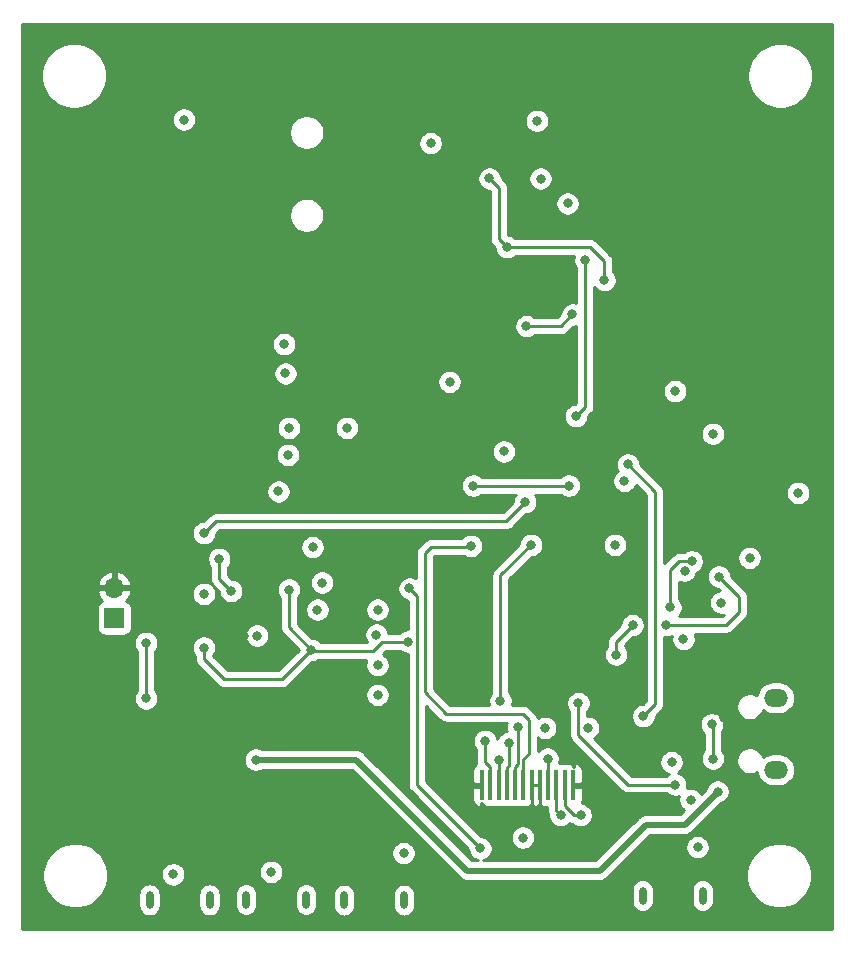
<source format=gbr>
%TF.GenerationSoftware,KiCad,Pcbnew,5.1.10-88a1d61d58~88~ubuntu20.04.1*%
%TF.CreationDate,2021-05-09T11:34:52+02:00*%
%TF.ProjectId,osw-light-modifiedv2,6f73772d-6c69-4676-9874-2d6d6f646966,rev?*%
%TF.SameCoordinates,Original*%
%TF.FileFunction,Copper,L4,Bot*%
%TF.FilePolarity,Positive*%
%FSLAX46Y46*%
G04 Gerber Fmt 4.6, Leading zero omitted, Abs format (unit mm)*
G04 Created by KiCad (PCBNEW 5.1.10-88a1d61d58~88~ubuntu20.04.1) date 2021-05-09 11:34:52*
%MOMM*%
%LPD*%
G01*
G04 APERTURE LIST*
%TA.AperFunction,ComponentPad*%
%ADD10O,2.000000X1.500000*%
%TD*%
%TA.AperFunction,SMDPad,CuDef*%
%ADD11R,0.350000X2.500000*%
%TD*%
%TA.AperFunction,ComponentPad*%
%ADD12O,0.600000X1.524000*%
%TD*%
%TA.AperFunction,ComponentPad*%
%ADD13O,1.700000X1.700000*%
%TD*%
%TA.AperFunction,ComponentPad*%
%ADD14R,1.700000X1.700000*%
%TD*%
%TA.AperFunction,ViaPad*%
%ADD15C,0.800000*%
%TD*%
%TA.AperFunction,Conductor*%
%ADD16C,0.500000*%
%TD*%
%TA.AperFunction,Conductor*%
%ADD17C,0.250000*%
%TD*%
%TA.AperFunction,Conductor*%
%ADD18C,0.254000*%
%TD*%
%TA.AperFunction,Conductor*%
%ADD19C,0.100000*%
%TD*%
G04 APERTURE END LIST*
D10*
%TO.P,U12,*%
%TO.N,*%
X169527000Y-91752000D03*
X169527000Y-97848000D03*
%TD*%
D11*
%TO.P,U10,6*%
%TO.N,GND*%
X148850000Y-99150000D03*
%TO.P,U10,5*%
X149550000Y-99150000D03*
%TO.P,U10,4*%
%TO.N,+3V3*%
X150250000Y-99150000D03*
%TO.P,U10,3*%
%TO.N,Net-(R33-Pad2)*%
X150950000Y-99150000D03*
%TO.P,U10,2*%
%TO.N,/LEDK*%
X151650000Y-99150000D03*
%TO.P,U10,1*%
%TO.N,GND*%
X152350000Y-99150000D03*
%TO.P,U10,7*%
%TO.N,/TFT_DC*%
X148150000Y-99150000D03*
%TO.P,U10,8*%
%TO.N,/TFT_CS*%
X147450000Y-99150000D03*
%TO.P,U10,9*%
%TO.N,/SCK*%
X146750000Y-99150000D03*
%TO.P,U10,10*%
%TO.N,/MOSI*%
X146050000Y-99150000D03*
%TO.P,U10,11*%
%TO.N,/TFT_RST*%
X145350000Y-99150000D03*
%TO.P,U10,12*%
%TO.N,GND*%
X144650000Y-99150000D03*
%TD*%
D12*
%TO.P,SW4,*%
%TO.N,*%
X138055001Y-108886999D03*
X132975001Y-108886999D03*
%TD*%
%TO.P,SW3,*%
%TO.N,*%
X163325001Y-108516999D03*
X158245001Y-108516999D03*
%TD*%
%TO.P,SW2,*%
%TO.N,*%
X121575001Y-108866999D03*
X116495001Y-108866999D03*
%TD*%
%TO.P,SW1,*%
%TO.N,*%
X129740000Y-108850000D03*
X124660000Y-108850000D03*
%TD*%
D13*
%TO.P,J3,2*%
%TO.N,GND*%
X113500000Y-82460000D03*
D14*
%TO.P,J3,1*%
%TO.N,/VBAT*%
X113500000Y-85000000D03*
%TD*%
D15*
%TO.N,/VBUS*%
X125500000Y-97000000D03*
X164600000Y-99700000D03*
%TO.N,GND*%
X163300000Y-86800000D03*
X132800000Y-61900000D03*
X131600000Y-91400000D03*
X131600000Y-89000000D03*
X127000000Y-93600000D03*
X124000000Y-93700000D03*
X135800000Y-82000000D03*
X136800000Y-79000000D03*
X133300000Y-74300000D03*
X113500000Y-79500000D03*
X119000000Y-74500000D03*
X118900000Y-94800000D03*
X109500000Y-95700000D03*
X143600000Y-99100000D03*
X138400000Y-106900000D03*
X149800000Y-109200000D03*
X149100000Y-101300000D03*
X153400000Y-99200000D03*
X165100000Y-93500000D03*
X156500000Y-61300000D03*
X159500000Y-62700000D03*
X161600000Y-71900000D03*
X165700000Y-79900000D03*
X158100000Y-100500000D03*
X163600000Y-106500000D03*
X116000000Y-99000000D03*
X124900000Y-104800000D03*
X117100000Y-104800000D03*
X132600000Y-71300000D03*
X135500000Y-62000000D03*
X132800000Y-64400000D03*
X130000000Y-57000000D03*
X131500000Y-55500000D03*
X131500000Y-57000000D03*
X130000000Y-55500000D03*
X149300000Y-51500000D03*
X148200000Y-50500000D03*
X153000000Y-44300000D03*
X156400000Y-51000000D03*
X163800000Y-80100000D03*
X160700000Y-90600000D03*
X124500000Y-86500000D03*
X124500000Y-84500000D03*
X158300000Y-76000000D03*
%TO.N,+3V3*%
X135700000Y-86400000D03*
X160700000Y-97200000D03*
X155900000Y-78800000D03*
X135800000Y-91500000D03*
X135800000Y-89000000D03*
X153600000Y-94300000D03*
X150000000Y-94300000D03*
X148100000Y-103600000D03*
X150200000Y-96900000D03*
X146500000Y-70900000D03*
X164200000Y-69400000D03*
X167300000Y-79900000D03*
X171400000Y-74400000D03*
X162300000Y-100400000D03*
X162900000Y-104400000D03*
X118500000Y-106700000D03*
X126800000Y-106500000D03*
X138000000Y-104900000D03*
X161700000Y-86800000D03*
X164900000Y-83700000D03*
X161800000Y-81000000D03*
X156700000Y-73400000D03*
%TO.N,/VBAT*%
X116200000Y-91800000D03*
X116200000Y-87100000D03*
%TO.N,/VCC*%
X135800000Y-84300000D03*
X121100000Y-82950000D03*
X133200000Y-68900000D03*
X127400000Y-74280000D03*
X130300000Y-79000000D03*
X131100000Y-82000000D03*
X128300000Y-68900000D03*
X128200000Y-71200000D03*
X130700000Y-84300000D03*
X125600000Y-86500000D03*
%TO.N,/LEDK*%
X153000000Y-101700000D03*
%TO.N,/STAT_PWR*%
X138400000Y-87000000D03*
X121100000Y-87500000D03*
X128300000Y-82600000D03*
X130200000Y-87700000D03*
%TO.N,/B_MON*%
X148300000Y-75200000D03*
X121100000Y-77825000D03*
%TO.N,/PIN_LED*%
X144500000Y-104500000D03*
X138500000Y-82500000D03*
%TO.N,/EN*%
X158300000Y-93300000D03*
X157000014Y-72000000D03*
%TO.N,Net-(R14-Pad1)*%
X123400000Y-82700000D03*
X122400000Y-80000000D03*
%TO.N,/SDA*%
X160600000Y-84100000D03*
X162400000Y-80200000D03*
%TO.N,/SCL*%
X156000000Y-88100000D03*
X164700000Y-81500000D03*
X157400000Y-85600000D03*
X160225010Y-85600000D03*
%TO.N,/TFT_CS*%
X147700000Y-94200016D03*
%TO.N,/SCK*%
X146900000Y-95600000D03*
%TO.N,/MOSI*%
X146074990Y-97000000D03*
%TO.N,/RX*%
X161000000Y-99100000D03*
X152800000Y-92200000D03*
%TO.N,/TFT_RST*%
X148800000Y-78800000D03*
X146200000Y-92000000D03*
X144900006Y-95400000D03*
%TO.N,/TFT_DC*%
X143704000Y-78900000D03*
%TO.N,Net-(C2-Pad1)*%
X155000000Y-56400000D03*
X146760000Y-53600000D03*
X145270000Y-47780000D03*
%TO.N,/REF_OUT*%
X148400000Y-60300000D03*
X152300000Y-59300000D03*
%TO.N,+3.3VA*%
X141900000Y-65000000D03*
X161000000Y-65800000D03*
X119400000Y-42800000D03*
X140300000Y-44800000D03*
X151900000Y-49900000D03*
X149300000Y-42900000D03*
X149600000Y-47800000D03*
X128000000Y-64300000D03*
X127900000Y-61820000D03*
%TO.N,/SCL_2*%
X143900000Y-73800000D03*
X152000000Y-73800000D03*
%TO.N,Net-(R32-Pad1)*%
X164100000Y-94000000D03*
X164200000Y-96900000D03*
%TO.N,Net-(R33-Pad2)*%
X151300000Y-101700000D03*
%TO.N,/LO*%
X153400000Y-54700000D03*
X152600000Y-67900000D03*
%TD*%
D16*
%TO.N,/VBUS*%
X125500000Y-97000000D02*
X134000000Y-97000000D01*
X134000000Y-97000000D02*
X143400000Y-106400000D01*
X143400000Y-106400000D02*
X154600000Y-106400000D01*
X154600000Y-106400000D02*
X158500000Y-102500000D01*
X158500000Y-102500000D02*
X161800000Y-102500000D01*
X161800000Y-102500000D02*
X164600000Y-99700000D01*
D17*
%TO.N,GND*%
X148850000Y-99150000D02*
X149550000Y-99150000D01*
X153350000Y-99150000D02*
X153400000Y-99200000D01*
X152350000Y-99150000D02*
X153350000Y-99150000D01*
X148850000Y-101050000D02*
X149100000Y-101300000D01*
X148850000Y-99150000D02*
X148850000Y-101050000D01*
X149550000Y-100850000D02*
X149100000Y-101300000D01*
X149550000Y-99150000D02*
X149550000Y-100850000D01*
%TO.N,+3V3*%
X150200000Y-99100000D02*
X150250000Y-99150000D01*
X150200000Y-96900000D02*
X150200000Y-99100000D01*
%TO.N,/VBAT*%
X116200000Y-91800000D02*
X116200000Y-87100000D01*
%TO.N,/LEDK*%
X152400000Y-101700000D02*
X153000000Y-101700000D01*
X151650000Y-100950000D02*
X152400000Y-101700000D01*
X151650000Y-99150000D02*
X151650000Y-100950000D01*
%TO.N,/STAT_PWR*%
X138400000Y-87000000D02*
X136200000Y-87000000D01*
X136200000Y-87000000D02*
X135400000Y-87800000D01*
X135400000Y-87800000D02*
X130300000Y-87800000D01*
X128300000Y-85800000D02*
X128300000Y-82600000D01*
X130300000Y-87800000D02*
X130200000Y-87700000D01*
X130200000Y-87700000D02*
X128300000Y-85800000D01*
X121100000Y-87500000D02*
X121100000Y-88500000D01*
X121100000Y-88500000D02*
X122800000Y-90200000D01*
X127700000Y-90200000D02*
X130200000Y-87700000D01*
X122800000Y-90200000D02*
X127700000Y-90200000D01*
%TO.N,/B_MON*%
X146700000Y-76800000D02*
X148300000Y-75200000D01*
X122125000Y-76800000D02*
X146700000Y-76800000D01*
X121100000Y-77825000D02*
X122125000Y-76800000D01*
%TO.N,/PIN_LED*%
X139125001Y-99125001D02*
X139125001Y-83125001D01*
X139125001Y-83125001D02*
X138628660Y-82628660D01*
X144500000Y-104500000D02*
X139125001Y-99125001D01*
%TO.N,/EN*%
X159300000Y-74299986D02*
X157000014Y-72000000D01*
X159300000Y-92300000D02*
X159300000Y-74299986D01*
X158300000Y-93300000D02*
X159300000Y-92300000D01*
%TO.N,Net-(R14-Pad1)*%
X122400000Y-81700000D02*
X122400000Y-80000000D01*
X123400000Y-82700000D02*
X122400000Y-81700000D01*
%TO.N,/SDA*%
X161300000Y-80200000D02*
X162400000Y-80200000D01*
X160600000Y-80900000D02*
X161300000Y-80200000D01*
X160600000Y-84100000D02*
X160600000Y-80900000D01*
%TO.N,/SCL*%
X156000000Y-88100000D02*
X156000000Y-87000000D01*
X156000000Y-87000000D02*
X157400000Y-85600000D01*
X157400000Y-85600000D02*
X157400000Y-85600000D01*
X164700000Y-81500000D02*
X166400000Y-83200000D01*
X166400000Y-83200000D02*
X166400000Y-84500000D01*
X166400000Y-84500000D02*
X165300000Y-85600000D01*
X165300000Y-85600000D02*
X160225010Y-85600000D01*
%TO.N,/TFT_CS*%
X147450000Y-99150000D02*
X147450000Y-97650000D01*
X147450000Y-97650000D02*
X147700000Y-97400000D01*
X147700000Y-97400000D02*
X147700000Y-94200016D01*
%TO.N,/SCK*%
X146750000Y-99150000D02*
X146750000Y-97650000D01*
X146750000Y-97650000D02*
X146900000Y-97500000D01*
X146900000Y-97500000D02*
X146900000Y-95600000D01*
%TO.N,/MOSI*%
X146050000Y-99150000D02*
X146050000Y-97024990D01*
X146050000Y-97024990D02*
X146074990Y-97000000D01*
%TO.N,/RX*%
X152800000Y-94900000D02*
X152800000Y-92200000D01*
X157000000Y-99100000D02*
X161000000Y-99100000D01*
X152800000Y-94900000D02*
X157000000Y-99100000D01*
%TO.N,/TFT_RST*%
X146200000Y-81400000D02*
X148800000Y-78800000D01*
X146200000Y-92000000D02*
X146200000Y-81400000D01*
X144900006Y-97200006D02*
X144900006Y-95400000D01*
X145350000Y-99150000D02*
X145350000Y-97650000D01*
X145350000Y-97650000D02*
X144900006Y-97200006D01*
%TO.N,/TFT_DC*%
X143604000Y-79000000D02*
X143704000Y-78900000D01*
X140300000Y-79000000D02*
X143604000Y-79000000D01*
X139800000Y-91300000D02*
X139800000Y-79500000D01*
X141600000Y-93100000D02*
X139800000Y-91300000D01*
X139800000Y-79500000D02*
X140300000Y-79000000D01*
X148100000Y-93100000D02*
X141600000Y-93100000D01*
X148600000Y-93600000D02*
X148100000Y-93100000D01*
X148600000Y-96500000D02*
X148600000Y-93600000D01*
X148150000Y-96950000D02*
X148600000Y-96500000D01*
X148150000Y-99150000D02*
X148150000Y-96950000D01*
%TO.N,Net-(C2-Pad1)*%
X146060000Y-52900000D02*
X146760000Y-53600000D01*
X146060000Y-48570000D02*
X146060000Y-52900000D01*
X145270000Y-47780000D02*
X146060000Y-48570000D01*
X155000000Y-54800000D02*
X155000000Y-56400000D01*
X153800000Y-53600000D02*
X155000000Y-54800000D01*
X146760000Y-53600000D02*
X153800000Y-53600000D01*
%TO.N,/REF_OUT*%
X151300000Y-60300000D02*
X152300000Y-59300000D01*
X148400000Y-60300000D02*
X151300000Y-60300000D01*
%TO.N,/SCL_2*%
X143900000Y-73800000D02*
X152000000Y-73800000D01*
%TO.N,Net-(R32-Pad1)*%
X164200000Y-94100000D02*
X164100000Y-94000000D01*
X164200000Y-96900000D02*
X164200000Y-94100000D01*
%TO.N,Net-(R33-Pad2)*%
X150950000Y-101350000D02*
X150950000Y-99150000D01*
X151300000Y-101700000D02*
X150950000Y-101350000D01*
%TO.N,/LO*%
X153400000Y-54700000D02*
X153400000Y-67100000D01*
X153400000Y-67100000D02*
X152600000Y-67900000D01*
%TD*%
D18*
%TO.N,GND*%
X174315001Y-111315000D02*
X105685000Y-111315000D01*
X105685000Y-106525701D01*
X107415000Y-106525701D01*
X107415000Y-107074299D01*
X107522026Y-107612354D01*
X107731965Y-108119192D01*
X108036750Y-108575334D01*
X108424666Y-108963250D01*
X108880808Y-109268035D01*
X109387646Y-109477974D01*
X109925701Y-109585000D01*
X110474299Y-109585000D01*
X111012354Y-109477974D01*
X111261124Y-109374930D01*
X115560001Y-109374930D01*
X115573530Y-109512290D01*
X115626994Y-109688538D01*
X115713815Y-109850970D01*
X115830657Y-109993343D01*
X115973029Y-110110185D01*
X116135461Y-110197006D01*
X116311709Y-110250470D01*
X116495001Y-110268523D01*
X116678292Y-110250470D01*
X116854540Y-110197006D01*
X117016972Y-110110185D01*
X117159345Y-109993343D01*
X117276187Y-109850971D01*
X117363008Y-109688539D01*
X117416472Y-109512291D01*
X117430001Y-109374931D01*
X117430001Y-109374930D01*
X120640001Y-109374930D01*
X120653530Y-109512290D01*
X120706994Y-109688538D01*
X120793815Y-109850970D01*
X120910657Y-109993343D01*
X121053029Y-110110185D01*
X121215461Y-110197006D01*
X121391709Y-110250470D01*
X121575001Y-110268523D01*
X121758292Y-110250470D01*
X121934540Y-110197006D01*
X122096972Y-110110185D01*
X122239345Y-109993343D01*
X122356187Y-109850971D01*
X122443008Y-109688539D01*
X122496472Y-109512291D01*
X122510001Y-109374931D01*
X122510001Y-109357931D01*
X123725000Y-109357931D01*
X123738529Y-109495291D01*
X123791993Y-109671539D01*
X123878814Y-109833971D01*
X123995656Y-109976344D01*
X124138028Y-110093186D01*
X124300460Y-110180007D01*
X124476708Y-110233471D01*
X124660000Y-110251524D01*
X124843291Y-110233471D01*
X125019539Y-110180007D01*
X125181971Y-110093186D01*
X125324344Y-109976344D01*
X125441186Y-109833972D01*
X125528007Y-109671540D01*
X125581471Y-109495292D01*
X125595000Y-109357932D01*
X125595000Y-109357931D01*
X128805000Y-109357931D01*
X128818529Y-109495291D01*
X128871993Y-109671539D01*
X128958814Y-109833971D01*
X129075656Y-109976344D01*
X129218028Y-110093186D01*
X129380460Y-110180007D01*
X129556708Y-110233471D01*
X129740000Y-110251524D01*
X129923291Y-110233471D01*
X130099539Y-110180007D01*
X130261971Y-110093186D01*
X130404344Y-109976344D01*
X130521186Y-109833972D01*
X130608007Y-109671540D01*
X130661471Y-109495292D01*
X130671355Y-109394930D01*
X132040001Y-109394930D01*
X132053530Y-109532290D01*
X132106994Y-109708538D01*
X132193815Y-109870970D01*
X132310657Y-110013343D01*
X132453029Y-110130185D01*
X132615461Y-110217006D01*
X132791709Y-110270470D01*
X132975001Y-110288523D01*
X133158292Y-110270470D01*
X133334540Y-110217006D01*
X133496972Y-110130185D01*
X133639345Y-110013343D01*
X133756187Y-109870971D01*
X133843008Y-109708539D01*
X133896472Y-109532291D01*
X133910001Y-109394931D01*
X133910001Y-109394930D01*
X137120001Y-109394930D01*
X137133530Y-109532290D01*
X137186994Y-109708538D01*
X137273815Y-109870970D01*
X137390657Y-110013343D01*
X137533029Y-110130185D01*
X137695461Y-110217006D01*
X137871709Y-110270470D01*
X138055001Y-110288523D01*
X138238292Y-110270470D01*
X138414540Y-110217006D01*
X138576972Y-110130185D01*
X138719345Y-110013343D01*
X138836187Y-109870971D01*
X138923008Y-109708539D01*
X138976472Y-109532291D01*
X138990001Y-109394931D01*
X138990001Y-109024930D01*
X157310001Y-109024930D01*
X157323530Y-109162290D01*
X157376994Y-109338538D01*
X157463815Y-109500970D01*
X157580657Y-109643343D01*
X157723029Y-109760185D01*
X157885461Y-109847006D01*
X158061709Y-109900470D01*
X158245001Y-109918523D01*
X158428292Y-109900470D01*
X158604540Y-109847006D01*
X158766972Y-109760185D01*
X158909345Y-109643343D01*
X159026187Y-109500971D01*
X159113008Y-109338539D01*
X159166472Y-109162291D01*
X159180001Y-109024931D01*
X159180001Y-109024930D01*
X162390001Y-109024930D01*
X162403530Y-109162290D01*
X162456994Y-109338538D01*
X162543815Y-109500970D01*
X162660657Y-109643343D01*
X162803029Y-109760185D01*
X162965461Y-109847006D01*
X163141709Y-109900470D01*
X163325001Y-109918523D01*
X163508292Y-109900470D01*
X163684540Y-109847006D01*
X163846972Y-109760185D01*
X163989345Y-109643343D01*
X164106187Y-109500971D01*
X164193008Y-109338539D01*
X164246472Y-109162291D01*
X164260001Y-109024931D01*
X164260001Y-108009067D01*
X164246472Y-107871707D01*
X164193008Y-107695459D01*
X164106187Y-107533027D01*
X163989345Y-107390655D01*
X163846973Y-107273813D01*
X163684541Y-107186992D01*
X163508293Y-107133528D01*
X163325001Y-107115475D01*
X163141710Y-107133528D01*
X162965462Y-107186992D01*
X162803030Y-107273813D01*
X162660658Y-107390655D01*
X162543816Y-107533027D01*
X162456995Y-107695459D01*
X162403531Y-107871707D01*
X162390002Y-108009067D01*
X162390001Y-109024930D01*
X159180001Y-109024930D01*
X159180001Y-108009067D01*
X159166472Y-107871707D01*
X159113008Y-107695459D01*
X159026187Y-107533027D01*
X158909345Y-107390655D01*
X158766973Y-107273813D01*
X158604541Y-107186992D01*
X158428293Y-107133528D01*
X158245001Y-107115475D01*
X158061710Y-107133528D01*
X157885462Y-107186992D01*
X157723030Y-107273813D01*
X157580658Y-107390655D01*
X157463816Y-107533027D01*
X157376995Y-107695459D01*
X157323531Y-107871707D01*
X157310002Y-108009067D01*
X157310001Y-109024930D01*
X138990001Y-109024930D01*
X138990001Y-108379067D01*
X138976472Y-108241707D01*
X138923008Y-108065459D01*
X138836187Y-107903027D01*
X138719345Y-107760655D01*
X138576973Y-107643813D01*
X138414541Y-107556992D01*
X138238293Y-107503528D01*
X138055001Y-107485475D01*
X137871710Y-107503528D01*
X137695462Y-107556992D01*
X137533030Y-107643813D01*
X137390658Y-107760655D01*
X137273816Y-107903027D01*
X137186995Y-108065459D01*
X137133531Y-108241707D01*
X137120002Y-108379067D01*
X137120001Y-109394930D01*
X133910001Y-109394930D01*
X133910001Y-108379067D01*
X133896472Y-108241707D01*
X133843008Y-108065459D01*
X133756187Y-107903027D01*
X133639345Y-107760655D01*
X133496973Y-107643813D01*
X133334541Y-107556992D01*
X133158293Y-107503528D01*
X132975001Y-107485475D01*
X132791710Y-107503528D01*
X132615462Y-107556992D01*
X132453030Y-107643813D01*
X132310658Y-107760655D01*
X132193816Y-107903027D01*
X132106995Y-108065459D01*
X132053531Y-108241707D01*
X132040002Y-108379067D01*
X132040001Y-109394930D01*
X130671355Y-109394930D01*
X130675000Y-109357932D01*
X130675000Y-108342068D01*
X130661471Y-108204708D01*
X130608007Y-108028460D01*
X130521186Y-107866028D01*
X130404344Y-107723656D01*
X130261972Y-107606814D01*
X130099540Y-107519993D01*
X129923292Y-107466529D01*
X129740000Y-107448476D01*
X129556709Y-107466529D01*
X129380461Y-107519993D01*
X129218029Y-107606814D01*
X129075657Y-107723656D01*
X128958815Y-107866028D01*
X128871994Y-108028460D01*
X128818530Y-108204708D01*
X128805001Y-108342068D01*
X128805000Y-109357931D01*
X125595000Y-109357931D01*
X125595000Y-108342068D01*
X125581471Y-108204708D01*
X125528007Y-108028460D01*
X125441186Y-107866028D01*
X125324344Y-107723656D01*
X125181972Y-107606814D01*
X125019540Y-107519993D01*
X124843292Y-107466529D01*
X124660000Y-107448476D01*
X124476709Y-107466529D01*
X124300461Y-107519993D01*
X124138029Y-107606814D01*
X123995657Y-107723656D01*
X123878815Y-107866028D01*
X123791994Y-108028460D01*
X123738530Y-108204708D01*
X123725001Y-108342068D01*
X123725000Y-109357931D01*
X122510001Y-109357931D01*
X122510001Y-108359067D01*
X122496472Y-108221707D01*
X122443008Y-108045459D01*
X122356187Y-107883027D01*
X122239345Y-107740655D01*
X122096973Y-107623813D01*
X121934541Y-107536992D01*
X121758293Y-107483528D01*
X121575001Y-107465475D01*
X121391710Y-107483528D01*
X121215462Y-107536992D01*
X121053030Y-107623813D01*
X120910658Y-107740655D01*
X120793816Y-107883027D01*
X120706995Y-108045459D01*
X120653531Y-108221707D01*
X120640002Y-108359067D01*
X120640001Y-109374930D01*
X117430001Y-109374930D01*
X117430001Y-108359067D01*
X117416472Y-108221707D01*
X117363008Y-108045459D01*
X117276187Y-107883027D01*
X117159345Y-107740655D01*
X117016973Y-107623813D01*
X116854541Y-107536992D01*
X116678293Y-107483528D01*
X116495001Y-107465475D01*
X116311710Y-107483528D01*
X116135462Y-107536992D01*
X115973030Y-107623813D01*
X115830658Y-107740655D01*
X115713816Y-107883027D01*
X115626995Y-108045459D01*
X115573531Y-108221707D01*
X115560002Y-108359067D01*
X115560001Y-109374930D01*
X111261124Y-109374930D01*
X111519192Y-109268035D01*
X111975334Y-108963250D01*
X112363250Y-108575334D01*
X112668035Y-108119192D01*
X112877974Y-107612354D01*
X112985000Y-107074299D01*
X112985000Y-106598061D01*
X117465000Y-106598061D01*
X117465000Y-106801939D01*
X117504774Y-107001898D01*
X117582795Y-107190256D01*
X117696063Y-107359774D01*
X117840226Y-107503937D01*
X118009744Y-107617205D01*
X118198102Y-107695226D01*
X118398061Y-107735000D01*
X118601939Y-107735000D01*
X118801898Y-107695226D01*
X118990256Y-107617205D01*
X119159774Y-107503937D01*
X119303937Y-107359774D01*
X119417205Y-107190256D01*
X119495226Y-107001898D01*
X119535000Y-106801939D01*
X119535000Y-106598061D01*
X119495226Y-106398102D01*
X119495210Y-106398061D01*
X125765000Y-106398061D01*
X125765000Y-106601939D01*
X125804774Y-106801898D01*
X125882795Y-106990256D01*
X125996063Y-107159774D01*
X126140226Y-107303937D01*
X126309744Y-107417205D01*
X126498102Y-107495226D01*
X126698061Y-107535000D01*
X126901939Y-107535000D01*
X127101898Y-107495226D01*
X127290256Y-107417205D01*
X127459774Y-107303937D01*
X127603937Y-107159774D01*
X127717205Y-106990256D01*
X127795226Y-106801898D01*
X127835000Y-106601939D01*
X127835000Y-106398061D01*
X127795226Y-106198102D01*
X127717205Y-106009744D01*
X127603937Y-105840226D01*
X127459774Y-105696063D01*
X127290256Y-105582795D01*
X127101898Y-105504774D01*
X126901939Y-105465000D01*
X126698061Y-105465000D01*
X126498102Y-105504774D01*
X126309744Y-105582795D01*
X126140226Y-105696063D01*
X125996063Y-105840226D01*
X125882795Y-106009744D01*
X125804774Y-106198102D01*
X125765000Y-106398061D01*
X119495210Y-106398061D01*
X119417205Y-106209744D01*
X119303937Y-106040226D01*
X119159774Y-105896063D01*
X118990256Y-105782795D01*
X118801898Y-105704774D01*
X118601939Y-105665000D01*
X118398061Y-105665000D01*
X118198102Y-105704774D01*
X118009744Y-105782795D01*
X117840226Y-105896063D01*
X117696063Y-106040226D01*
X117582795Y-106209744D01*
X117504774Y-106398102D01*
X117465000Y-106598061D01*
X112985000Y-106598061D01*
X112985000Y-106525701D01*
X112877974Y-105987646D01*
X112668035Y-105480808D01*
X112363250Y-105024666D01*
X112136645Y-104798061D01*
X136965000Y-104798061D01*
X136965000Y-105001939D01*
X137004774Y-105201898D01*
X137082795Y-105390256D01*
X137196063Y-105559774D01*
X137340226Y-105703937D01*
X137509744Y-105817205D01*
X137698102Y-105895226D01*
X137898061Y-105935000D01*
X138101939Y-105935000D01*
X138301898Y-105895226D01*
X138490256Y-105817205D01*
X138659774Y-105703937D01*
X138803937Y-105559774D01*
X138917205Y-105390256D01*
X138995226Y-105201898D01*
X139035000Y-105001939D01*
X139035000Y-104798061D01*
X138995226Y-104598102D01*
X138917205Y-104409744D01*
X138803937Y-104240226D01*
X138659774Y-104096063D01*
X138490256Y-103982795D01*
X138301898Y-103904774D01*
X138101939Y-103865000D01*
X137898061Y-103865000D01*
X137698102Y-103904774D01*
X137509744Y-103982795D01*
X137340226Y-104096063D01*
X137196063Y-104240226D01*
X137082795Y-104409744D01*
X137004774Y-104598102D01*
X136965000Y-104798061D01*
X112136645Y-104798061D01*
X111975334Y-104636750D01*
X111519192Y-104331965D01*
X111012354Y-104122026D01*
X110474299Y-104015000D01*
X109925701Y-104015000D01*
X109387646Y-104122026D01*
X108880808Y-104331965D01*
X108424666Y-104636750D01*
X108036750Y-105024666D01*
X107731965Y-105480808D01*
X107522026Y-105987646D01*
X107415000Y-106525701D01*
X105685000Y-106525701D01*
X105685000Y-86998061D01*
X115165000Y-86998061D01*
X115165000Y-87201939D01*
X115204774Y-87401898D01*
X115282795Y-87590256D01*
X115396063Y-87759774D01*
X115440001Y-87803712D01*
X115440000Y-91096289D01*
X115396063Y-91140226D01*
X115282795Y-91309744D01*
X115204774Y-91498102D01*
X115165000Y-91698061D01*
X115165000Y-91901939D01*
X115204774Y-92101898D01*
X115282795Y-92290256D01*
X115396063Y-92459774D01*
X115540226Y-92603937D01*
X115709744Y-92717205D01*
X115898102Y-92795226D01*
X116098061Y-92835000D01*
X116301939Y-92835000D01*
X116501898Y-92795226D01*
X116690256Y-92717205D01*
X116859774Y-92603937D01*
X117003937Y-92459774D01*
X117117205Y-92290256D01*
X117195226Y-92101898D01*
X117235000Y-91901939D01*
X117235000Y-91698061D01*
X117195226Y-91498102D01*
X117153788Y-91398061D01*
X134765000Y-91398061D01*
X134765000Y-91601939D01*
X134804774Y-91801898D01*
X134882795Y-91990256D01*
X134996063Y-92159774D01*
X135140226Y-92303937D01*
X135309744Y-92417205D01*
X135498102Y-92495226D01*
X135698061Y-92535000D01*
X135901939Y-92535000D01*
X136101898Y-92495226D01*
X136290256Y-92417205D01*
X136459774Y-92303937D01*
X136603937Y-92159774D01*
X136717205Y-91990256D01*
X136795226Y-91801898D01*
X136835000Y-91601939D01*
X136835000Y-91398061D01*
X136795226Y-91198102D01*
X136717205Y-91009744D01*
X136603937Y-90840226D01*
X136459774Y-90696063D01*
X136290256Y-90582795D01*
X136101898Y-90504774D01*
X135901939Y-90465000D01*
X135698061Y-90465000D01*
X135498102Y-90504774D01*
X135309744Y-90582795D01*
X135140226Y-90696063D01*
X134996063Y-90840226D01*
X134882795Y-91009744D01*
X134804774Y-91198102D01*
X134765000Y-91398061D01*
X117153788Y-91398061D01*
X117117205Y-91309744D01*
X117003937Y-91140226D01*
X116960000Y-91096289D01*
X116960000Y-87803711D01*
X117003937Y-87759774D01*
X117117205Y-87590256D01*
X117195226Y-87401898D01*
X117195989Y-87398061D01*
X120065000Y-87398061D01*
X120065000Y-87601939D01*
X120104774Y-87801898D01*
X120182795Y-87990256D01*
X120296063Y-88159774D01*
X120340001Y-88203712D01*
X120340001Y-88462668D01*
X120336324Y-88500000D01*
X120350998Y-88648985D01*
X120394454Y-88792246D01*
X120465026Y-88924276D01*
X120536201Y-89011002D01*
X120560000Y-89040001D01*
X120588998Y-89063799D01*
X122236201Y-90711003D01*
X122259999Y-90740001D01*
X122288997Y-90763799D01*
X122375723Y-90834974D01*
X122465189Y-90882795D01*
X122507753Y-90905546D01*
X122651014Y-90949003D01*
X122762667Y-90960000D01*
X122762676Y-90960000D01*
X122799999Y-90963676D01*
X122837322Y-90960000D01*
X127662678Y-90960000D01*
X127700000Y-90963676D01*
X127737322Y-90960000D01*
X127737333Y-90960000D01*
X127848986Y-90949003D01*
X127992247Y-90905546D01*
X128124276Y-90834974D01*
X128240001Y-90740001D01*
X128263804Y-90710997D01*
X130239802Y-88735000D01*
X130301939Y-88735000D01*
X130501898Y-88695226D01*
X130690256Y-88617205D01*
X130775870Y-88560000D01*
X134861978Y-88560000D01*
X134804774Y-88698102D01*
X134765000Y-88898061D01*
X134765000Y-89101939D01*
X134804774Y-89301898D01*
X134882795Y-89490256D01*
X134996063Y-89659774D01*
X135140226Y-89803937D01*
X135309744Y-89917205D01*
X135498102Y-89995226D01*
X135698061Y-90035000D01*
X135901939Y-90035000D01*
X136101898Y-89995226D01*
X136290256Y-89917205D01*
X136459774Y-89803937D01*
X136603937Y-89659774D01*
X136717205Y-89490256D01*
X136795226Y-89301898D01*
X136835000Y-89101939D01*
X136835000Y-88898061D01*
X136795226Y-88698102D01*
X136717205Y-88509744D01*
X136603937Y-88340226D01*
X136459774Y-88196063D01*
X136290256Y-88082795D01*
X136220783Y-88054018D01*
X136514802Y-87760000D01*
X137696289Y-87760000D01*
X137740226Y-87803937D01*
X137909744Y-87917205D01*
X138098102Y-87995226D01*
X138298061Y-88035000D01*
X138365002Y-88035000D01*
X138365001Y-99087679D01*
X138361325Y-99125001D01*
X138365001Y-99162323D01*
X138365001Y-99162333D01*
X138375998Y-99273986D01*
X138419455Y-99417247D01*
X138490027Y-99549277D01*
X138523658Y-99590256D01*
X138585000Y-99665002D01*
X138614004Y-99688805D01*
X143465000Y-104539803D01*
X143465000Y-104601939D01*
X143504774Y-104801898D01*
X143582795Y-104990256D01*
X143696063Y-105159774D01*
X143840226Y-105303937D01*
X144009744Y-105417205D01*
X144198102Y-105495226D01*
X144297513Y-105515000D01*
X143766579Y-105515000D01*
X134656534Y-96404956D01*
X134628817Y-96371183D01*
X134494059Y-96260589D01*
X134340313Y-96178411D01*
X134173490Y-96127805D01*
X134043477Y-96115000D01*
X134043469Y-96115000D01*
X134000000Y-96110719D01*
X133956531Y-96115000D01*
X126038454Y-96115000D01*
X125990256Y-96082795D01*
X125801898Y-96004774D01*
X125601939Y-95965000D01*
X125398061Y-95965000D01*
X125198102Y-96004774D01*
X125009744Y-96082795D01*
X124840226Y-96196063D01*
X124696063Y-96340226D01*
X124582795Y-96509744D01*
X124504774Y-96698102D01*
X124465000Y-96898061D01*
X124465000Y-97101939D01*
X124504774Y-97301898D01*
X124582795Y-97490256D01*
X124696063Y-97659774D01*
X124840226Y-97803937D01*
X125009744Y-97917205D01*
X125198102Y-97995226D01*
X125398061Y-98035000D01*
X125601939Y-98035000D01*
X125801898Y-97995226D01*
X125990256Y-97917205D01*
X126038454Y-97885000D01*
X133633422Y-97885000D01*
X142743470Y-106995049D01*
X142771183Y-107028817D01*
X142804951Y-107056530D01*
X142804953Y-107056532D01*
X142826602Y-107074299D01*
X142905941Y-107139411D01*
X143059687Y-107221589D01*
X143226510Y-107272195D01*
X143356523Y-107285000D01*
X143356533Y-107285000D01*
X143399999Y-107289281D01*
X143443465Y-107285000D01*
X154556531Y-107285000D01*
X154600000Y-107289281D01*
X154643469Y-107285000D01*
X154643477Y-107285000D01*
X154773490Y-107272195D01*
X154940313Y-107221589D01*
X155094059Y-107139411D01*
X155228817Y-107028817D01*
X155256534Y-106995044D01*
X155725877Y-106525701D01*
X167015000Y-106525701D01*
X167015000Y-107074299D01*
X167122026Y-107612354D01*
X167331965Y-108119192D01*
X167636750Y-108575334D01*
X168024666Y-108963250D01*
X168480808Y-109268035D01*
X168987646Y-109477974D01*
X169525701Y-109585000D01*
X170074299Y-109585000D01*
X170612354Y-109477974D01*
X171119192Y-109268035D01*
X171575334Y-108963250D01*
X171963250Y-108575334D01*
X172268035Y-108119192D01*
X172477974Y-107612354D01*
X172585000Y-107074299D01*
X172585000Y-106525701D01*
X172477974Y-105987646D01*
X172268035Y-105480808D01*
X171963250Y-105024666D01*
X171575334Y-104636750D01*
X171119192Y-104331965D01*
X170612354Y-104122026D01*
X170074299Y-104015000D01*
X169525701Y-104015000D01*
X168987646Y-104122026D01*
X168480808Y-104331965D01*
X168024666Y-104636750D01*
X167636750Y-105024666D01*
X167331965Y-105480808D01*
X167122026Y-105987646D01*
X167015000Y-106525701D01*
X155725877Y-106525701D01*
X157953517Y-104298061D01*
X161865000Y-104298061D01*
X161865000Y-104501939D01*
X161904774Y-104701898D01*
X161982795Y-104890256D01*
X162096063Y-105059774D01*
X162240226Y-105203937D01*
X162409744Y-105317205D01*
X162598102Y-105395226D01*
X162798061Y-105435000D01*
X163001939Y-105435000D01*
X163201898Y-105395226D01*
X163390256Y-105317205D01*
X163559774Y-105203937D01*
X163703937Y-105059774D01*
X163817205Y-104890256D01*
X163895226Y-104701898D01*
X163935000Y-104501939D01*
X163935000Y-104298061D01*
X163895226Y-104098102D01*
X163817205Y-103909744D01*
X163703937Y-103740226D01*
X163559774Y-103596063D01*
X163390256Y-103482795D01*
X163201898Y-103404774D01*
X163001939Y-103365000D01*
X162798061Y-103365000D01*
X162598102Y-103404774D01*
X162409744Y-103482795D01*
X162240226Y-103596063D01*
X162096063Y-103740226D01*
X161982795Y-103909744D01*
X161904774Y-104098102D01*
X161865000Y-104298061D01*
X157953517Y-104298061D01*
X158866579Y-103385000D01*
X161756531Y-103385000D01*
X161800000Y-103389281D01*
X161843469Y-103385000D01*
X161843477Y-103385000D01*
X161973490Y-103372195D01*
X162140313Y-103321589D01*
X162294059Y-103239411D01*
X162428817Y-103128817D01*
X162456534Y-103095044D01*
X164845044Y-100706535D01*
X164901898Y-100695226D01*
X165090256Y-100617205D01*
X165259774Y-100503937D01*
X165403937Y-100359774D01*
X165517205Y-100190256D01*
X165595226Y-100001898D01*
X165635000Y-99801939D01*
X165635000Y-99598061D01*
X165595226Y-99398102D01*
X165517205Y-99209744D01*
X165403937Y-99040226D01*
X165259774Y-98896063D01*
X165090256Y-98782795D01*
X164901898Y-98704774D01*
X164701939Y-98665000D01*
X164498061Y-98665000D01*
X164298102Y-98704774D01*
X164109744Y-98782795D01*
X163940226Y-98896063D01*
X163796063Y-99040226D01*
X163682795Y-99209744D01*
X163604774Y-99398102D01*
X163593465Y-99454956D01*
X163185751Y-99862670D01*
X163103937Y-99740226D01*
X162959774Y-99596063D01*
X162790256Y-99482795D01*
X162601898Y-99404774D01*
X162401939Y-99365000D01*
X162198061Y-99365000D01*
X161998102Y-99404774D01*
X161993192Y-99406808D01*
X161995226Y-99401898D01*
X162035000Y-99201939D01*
X162035000Y-98998061D01*
X161995226Y-98798102D01*
X161917205Y-98609744D01*
X161803937Y-98440226D01*
X161659774Y-98296063D01*
X161490256Y-98182795D01*
X161301898Y-98104774D01*
X161230203Y-98090513D01*
X161359774Y-98003937D01*
X161503937Y-97859774D01*
X161617205Y-97690256D01*
X161695226Y-97501898D01*
X161735000Y-97301939D01*
X161735000Y-97098061D01*
X161695226Y-96898102D01*
X161617205Y-96709744D01*
X161503937Y-96540226D01*
X161359774Y-96396063D01*
X161190256Y-96282795D01*
X161001898Y-96204774D01*
X160801939Y-96165000D01*
X160598061Y-96165000D01*
X160398102Y-96204774D01*
X160209744Y-96282795D01*
X160040226Y-96396063D01*
X159896063Y-96540226D01*
X159782795Y-96709744D01*
X159704774Y-96898102D01*
X159665000Y-97098061D01*
X159665000Y-97301939D01*
X159704774Y-97501898D01*
X159782795Y-97690256D01*
X159896063Y-97859774D01*
X160040226Y-98003937D01*
X160209744Y-98117205D01*
X160398102Y-98195226D01*
X160469797Y-98209487D01*
X160340226Y-98296063D01*
X160296289Y-98340000D01*
X157314802Y-98340000D01*
X154151251Y-95176450D01*
X154259774Y-95103937D01*
X154403937Y-94959774D01*
X154517205Y-94790256D01*
X154595226Y-94601898D01*
X154635000Y-94401939D01*
X154635000Y-94198061D01*
X154595226Y-93998102D01*
X154517205Y-93809744D01*
X154403937Y-93640226D01*
X154259774Y-93496063D01*
X154090256Y-93382795D01*
X153901898Y-93304774D01*
X153701939Y-93265000D01*
X153560000Y-93265000D01*
X153560000Y-92903711D01*
X153603937Y-92859774D01*
X153717205Y-92690256D01*
X153795226Y-92501898D01*
X153835000Y-92301939D01*
X153835000Y-92098061D01*
X153795226Y-91898102D01*
X153717205Y-91709744D01*
X153603937Y-91540226D01*
X153459774Y-91396063D01*
X153290256Y-91282795D01*
X153101898Y-91204774D01*
X152901939Y-91165000D01*
X152698061Y-91165000D01*
X152498102Y-91204774D01*
X152309744Y-91282795D01*
X152140226Y-91396063D01*
X151996063Y-91540226D01*
X151882795Y-91709744D01*
X151804774Y-91898102D01*
X151765000Y-92098061D01*
X151765000Y-92301939D01*
X151804774Y-92501898D01*
X151882795Y-92690256D01*
X151996063Y-92859774D01*
X152040001Y-92903712D01*
X152040000Y-94862677D01*
X152036324Y-94900000D01*
X152040000Y-94937322D01*
X152040000Y-94937332D01*
X152050997Y-95048985D01*
X152068824Y-95107753D01*
X152094454Y-95192246D01*
X152165026Y-95324276D01*
X152196533Y-95362667D01*
X152259999Y-95440001D01*
X152289003Y-95463804D01*
X156436200Y-99611002D01*
X156459999Y-99640001D01*
X156488997Y-99663799D01*
X156575723Y-99734974D01*
X156669266Y-99784974D01*
X156707753Y-99805546D01*
X156851014Y-99849003D01*
X156962667Y-99860000D01*
X156962677Y-99860000D01*
X157000000Y-99863676D01*
X157037323Y-99860000D01*
X160296289Y-99860000D01*
X160340226Y-99903937D01*
X160509744Y-100017205D01*
X160698102Y-100095226D01*
X160898061Y-100135000D01*
X161101939Y-100135000D01*
X161301898Y-100095226D01*
X161306808Y-100093192D01*
X161304774Y-100098102D01*
X161265000Y-100298061D01*
X161265000Y-100501939D01*
X161304774Y-100701898D01*
X161382795Y-100890256D01*
X161496063Y-101059774D01*
X161640226Y-101203937D01*
X161762670Y-101285751D01*
X161433422Y-101615000D01*
X158543469Y-101615000D01*
X158500000Y-101610719D01*
X158456531Y-101615000D01*
X158456523Y-101615000D01*
X158326510Y-101627805D01*
X158159687Y-101678411D01*
X158005941Y-101760589D01*
X157904953Y-101843468D01*
X157904951Y-101843470D01*
X157871183Y-101871183D01*
X157843470Y-101904951D01*
X154233422Y-105515000D01*
X144702487Y-105515000D01*
X144801898Y-105495226D01*
X144990256Y-105417205D01*
X145159774Y-105303937D01*
X145303937Y-105159774D01*
X145417205Y-104990256D01*
X145495226Y-104801898D01*
X145535000Y-104601939D01*
X145535000Y-104398061D01*
X145495226Y-104198102D01*
X145417205Y-104009744D01*
X145303937Y-103840226D01*
X145159774Y-103696063D01*
X144990256Y-103582795D01*
X144801898Y-103504774D01*
X144768150Y-103498061D01*
X147065000Y-103498061D01*
X147065000Y-103701939D01*
X147104774Y-103901898D01*
X147182795Y-104090256D01*
X147296063Y-104259774D01*
X147440226Y-104403937D01*
X147609744Y-104517205D01*
X147798102Y-104595226D01*
X147998061Y-104635000D01*
X148201939Y-104635000D01*
X148401898Y-104595226D01*
X148590256Y-104517205D01*
X148759774Y-104403937D01*
X148903937Y-104259774D01*
X149017205Y-104090256D01*
X149095226Y-103901898D01*
X149135000Y-103701939D01*
X149135000Y-103498061D01*
X149095226Y-103298102D01*
X149017205Y-103109744D01*
X148903937Y-102940226D01*
X148759774Y-102796063D01*
X148590256Y-102682795D01*
X148401898Y-102604774D01*
X148201939Y-102565000D01*
X147998061Y-102565000D01*
X147798102Y-102604774D01*
X147609744Y-102682795D01*
X147440226Y-102796063D01*
X147296063Y-102940226D01*
X147182795Y-103109744D01*
X147104774Y-103298102D01*
X147065000Y-103498061D01*
X144768150Y-103498061D01*
X144601939Y-103465000D01*
X144539803Y-103465000D01*
X139885001Y-98810200D01*
X139885001Y-92459803D01*
X141036205Y-93611008D01*
X141059999Y-93640001D01*
X141088992Y-93663795D01*
X141088996Y-93663799D01*
X141159685Y-93721811D01*
X141175724Y-93734974D01*
X141307753Y-93805546D01*
X141451014Y-93849003D01*
X141562667Y-93860000D01*
X141562676Y-93860000D01*
X141599999Y-93863676D01*
X141637322Y-93860000D01*
X146720563Y-93860000D01*
X146704774Y-93898118D01*
X146665000Y-94098077D01*
X146665000Y-94301955D01*
X146704774Y-94501914D01*
X146736017Y-94577341D01*
X146598102Y-94604774D01*
X146409744Y-94682795D01*
X146240226Y-94796063D01*
X146096063Y-94940226D01*
X145982795Y-95109744D01*
X145925204Y-95248781D01*
X145895232Y-95098102D01*
X145817211Y-94909744D01*
X145703943Y-94740226D01*
X145559780Y-94596063D01*
X145390262Y-94482795D01*
X145201904Y-94404774D01*
X145001945Y-94365000D01*
X144798067Y-94365000D01*
X144598108Y-94404774D01*
X144409750Y-94482795D01*
X144240232Y-94596063D01*
X144096069Y-94740226D01*
X143982801Y-94909744D01*
X143904780Y-95098102D01*
X143865006Y-95298061D01*
X143865006Y-95501939D01*
X143904780Y-95701898D01*
X143982801Y-95890256D01*
X144096069Y-96059774D01*
X144140007Y-96103712D01*
X144140006Y-97162683D01*
X144136330Y-97200006D01*
X144140006Y-97237328D01*
X144140006Y-97237338D01*
X144151003Y-97348991D01*
X144152162Y-97352813D01*
X144115152Y-97373080D01*
X144019269Y-97453407D01*
X143940900Y-97550897D01*
X143883056Y-97661803D01*
X143847960Y-97781862D01*
X143836961Y-97906462D01*
X143840000Y-98864250D01*
X143998750Y-99023000D01*
X144536928Y-99023000D01*
X144536928Y-99277000D01*
X143998750Y-99277000D01*
X143840000Y-99435750D01*
X143836961Y-100393538D01*
X143847960Y-100518138D01*
X143883056Y-100638197D01*
X143940900Y-100749103D01*
X144019269Y-100846593D01*
X144115152Y-100926920D01*
X144224863Y-100986999D01*
X144344187Y-101024519D01*
X144443250Y-101035000D01*
X144602000Y-100876250D01*
X144602000Y-100675053D01*
X144644463Y-100754494D01*
X144698000Y-100819729D01*
X144698000Y-100876250D01*
X144856750Y-101035000D01*
X144955813Y-101024519D01*
X145000222Y-101010555D01*
X145050518Y-101025812D01*
X145175000Y-101038072D01*
X145525000Y-101038072D01*
X145649482Y-101025812D01*
X145700000Y-101010488D01*
X145750518Y-101025812D01*
X145875000Y-101038072D01*
X146225000Y-101038072D01*
X146349482Y-101025812D01*
X146400000Y-101010488D01*
X146450518Y-101025812D01*
X146575000Y-101038072D01*
X146925000Y-101038072D01*
X147049482Y-101025812D01*
X147100000Y-101010488D01*
X147150518Y-101025812D01*
X147275000Y-101038072D01*
X147625000Y-101038072D01*
X147749482Y-101025812D01*
X147800000Y-101010488D01*
X147850518Y-101025812D01*
X147975000Y-101038072D01*
X148325000Y-101038072D01*
X148449482Y-101025812D01*
X148499778Y-101010555D01*
X148544187Y-101024519D01*
X148643250Y-101035000D01*
X148802000Y-100876250D01*
X148802000Y-100819729D01*
X148850332Y-100760836D01*
X148898000Y-100820135D01*
X148898000Y-100876250D01*
X149056750Y-101035000D01*
X149155813Y-101024519D01*
X149200000Y-101010625D01*
X149244187Y-101024519D01*
X149343250Y-101035000D01*
X149502000Y-100876250D01*
X149502000Y-100820135D01*
X149549668Y-100760836D01*
X149598000Y-100819729D01*
X149598000Y-100876250D01*
X149756750Y-101035000D01*
X149855813Y-101024519D01*
X149900222Y-101010555D01*
X149950518Y-101025812D01*
X150075000Y-101038072D01*
X150190000Y-101038072D01*
X150190000Y-101312677D01*
X150186324Y-101350000D01*
X150190000Y-101387322D01*
X150190000Y-101387332D01*
X150200997Y-101498985D01*
X150244454Y-101642246D01*
X150265000Y-101680685D01*
X150265000Y-101801939D01*
X150304774Y-102001898D01*
X150382795Y-102190256D01*
X150496063Y-102359774D01*
X150640226Y-102503937D01*
X150809744Y-102617205D01*
X150998102Y-102695226D01*
X151198061Y-102735000D01*
X151401939Y-102735000D01*
X151601898Y-102695226D01*
X151790256Y-102617205D01*
X151959774Y-102503937D01*
X152075438Y-102388273D01*
X152107753Y-102405546D01*
X152251014Y-102449003D01*
X152289037Y-102452748D01*
X152340226Y-102503937D01*
X152509744Y-102617205D01*
X152698102Y-102695226D01*
X152898061Y-102735000D01*
X153101939Y-102735000D01*
X153301898Y-102695226D01*
X153490256Y-102617205D01*
X153659774Y-102503937D01*
X153803937Y-102359774D01*
X153917205Y-102190256D01*
X153995226Y-102001898D01*
X154035000Y-101801939D01*
X154035000Y-101598061D01*
X153995226Y-101398102D01*
X153917205Y-101209744D01*
X153803937Y-101040226D01*
X153659774Y-100896063D01*
X153490256Y-100782795D01*
X153301898Y-100704774D01*
X153102868Y-100665185D01*
X153116944Y-100638197D01*
X153152040Y-100518138D01*
X153163039Y-100393538D01*
X153160000Y-99435750D01*
X153001250Y-99277000D01*
X152463072Y-99277000D01*
X152463072Y-99023000D01*
X153001250Y-99023000D01*
X153160000Y-98864250D01*
X153163039Y-97906462D01*
X153152040Y-97781862D01*
X153116944Y-97661803D01*
X153059100Y-97550897D01*
X152980731Y-97453407D01*
X152884848Y-97373080D01*
X152775137Y-97313001D01*
X152655813Y-97275481D01*
X152556750Y-97265000D01*
X152398000Y-97423750D01*
X152398000Y-97624947D01*
X152355537Y-97545506D01*
X152302000Y-97480271D01*
X152302000Y-97423750D01*
X152143250Y-97265000D01*
X152044187Y-97275481D01*
X151999778Y-97289445D01*
X151949482Y-97274188D01*
X151825000Y-97261928D01*
X151475000Y-97261928D01*
X151350518Y-97274188D01*
X151300000Y-97289512D01*
X151249482Y-97274188D01*
X151168583Y-97266220D01*
X151195226Y-97201898D01*
X151235000Y-97001939D01*
X151235000Y-96798061D01*
X151195226Y-96598102D01*
X151117205Y-96409744D01*
X151003937Y-96240226D01*
X150859774Y-96096063D01*
X150690256Y-95982795D01*
X150501898Y-95904774D01*
X150301939Y-95865000D01*
X150098061Y-95865000D01*
X149898102Y-95904774D01*
X149709744Y-95982795D01*
X149540226Y-96096063D01*
X149396063Y-96240226D01*
X149360000Y-96294198D01*
X149360000Y-95117150D01*
X149509744Y-95217205D01*
X149698102Y-95295226D01*
X149898061Y-95335000D01*
X150101939Y-95335000D01*
X150301898Y-95295226D01*
X150490256Y-95217205D01*
X150659774Y-95103937D01*
X150803937Y-94959774D01*
X150917205Y-94790256D01*
X150995226Y-94601898D01*
X151035000Y-94401939D01*
X151035000Y-94198061D01*
X150995226Y-93998102D01*
X150917205Y-93809744D01*
X150803937Y-93640226D01*
X150659774Y-93496063D01*
X150490256Y-93382795D01*
X150301898Y-93304774D01*
X150101939Y-93265000D01*
X149898061Y-93265000D01*
X149698102Y-93304774D01*
X149509744Y-93382795D01*
X149352624Y-93487779D01*
X149349003Y-93451014D01*
X149305546Y-93307753D01*
X149234974Y-93175724D01*
X149140001Y-93059999D01*
X149110997Y-93036196D01*
X148663804Y-92589003D01*
X148640001Y-92559999D01*
X148524276Y-92465026D01*
X148392247Y-92394454D01*
X148248986Y-92350997D01*
X148137333Y-92340000D01*
X148137322Y-92340000D01*
X148100000Y-92336324D01*
X148062678Y-92340000D01*
X147179444Y-92340000D01*
X147195226Y-92301898D01*
X147235000Y-92101939D01*
X147235000Y-91898061D01*
X147195226Y-91698102D01*
X147117205Y-91509744D01*
X147003937Y-91340226D01*
X146960000Y-91296289D01*
X146960000Y-87998061D01*
X154965000Y-87998061D01*
X154965000Y-88201939D01*
X155004774Y-88401898D01*
X155082795Y-88590256D01*
X155196063Y-88759774D01*
X155340226Y-88903937D01*
X155509744Y-89017205D01*
X155698102Y-89095226D01*
X155898061Y-89135000D01*
X156101939Y-89135000D01*
X156301898Y-89095226D01*
X156490256Y-89017205D01*
X156659774Y-88903937D01*
X156803937Y-88759774D01*
X156917205Y-88590256D01*
X156995226Y-88401898D01*
X157035000Y-88201939D01*
X157035000Y-87998061D01*
X156995226Y-87798102D01*
X156917205Y-87609744D01*
X156803937Y-87440226D01*
X156760000Y-87396289D01*
X156760000Y-87314801D01*
X157439802Y-86635000D01*
X157501939Y-86635000D01*
X157701898Y-86595226D01*
X157890256Y-86517205D01*
X158059774Y-86403937D01*
X158203937Y-86259774D01*
X158317205Y-86090256D01*
X158395226Y-85901898D01*
X158435000Y-85701939D01*
X158435000Y-85498061D01*
X158395226Y-85298102D01*
X158317205Y-85109744D01*
X158203937Y-84940226D01*
X158059774Y-84796063D01*
X157890256Y-84682795D01*
X157701898Y-84604774D01*
X157501939Y-84565000D01*
X157298061Y-84565000D01*
X157098102Y-84604774D01*
X156909744Y-84682795D01*
X156740226Y-84796063D01*
X156596063Y-84940226D01*
X156482795Y-85109744D01*
X156404774Y-85298102D01*
X156365000Y-85498061D01*
X156365000Y-85560198D01*
X155488998Y-86436201D01*
X155460000Y-86459999D01*
X155436202Y-86488997D01*
X155436201Y-86488998D01*
X155365026Y-86575724D01*
X155294454Y-86707754D01*
X155268155Y-86794454D01*
X155254271Y-86840226D01*
X155250998Y-86851015D01*
X155236324Y-87000000D01*
X155240001Y-87037332D01*
X155240001Y-87396288D01*
X155196063Y-87440226D01*
X155082795Y-87609744D01*
X155004774Y-87798102D01*
X154965000Y-87998061D01*
X146960000Y-87998061D01*
X146960000Y-81714801D01*
X148839802Y-79835000D01*
X148901939Y-79835000D01*
X149101898Y-79795226D01*
X149290256Y-79717205D01*
X149459774Y-79603937D01*
X149603937Y-79459774D01*
X149717205Y-79290256D01*
X149795226Y-79101898D01*
X149835000Y-78901939D01*
X149835000Y-78698061D01*
X154865000Y-78698061D01*
X154865000Y-78901939D01*
X154904774Y-79101898D01*
X154982795Y-79290256D01*
X155096063Y-79459774D01*
X155240226Y-79603937D01*
X155409744Y-79717205D01*
X155598102Y-79795226D01*
X155798061Y-79835000D01*
X156001939Y-79835000D01*
X156201898Y-79795226D01*
X156390256Y-79717205D01*
X156559774Y-79603937D01*
X156703937Y-79459774D01*
X156817205Y-79290256D01*
X156895226Y-79101898D01*
X156935000Y-78901939D01*
X156935000Y-78698061D01*
X156895226Y-78498102D01*
X156817205Y-78309744D01*
X156703937Y-78140226D01*
X156559774Y-77996063D01*
X156390256Y-77882795D01*
X156201898Y-77804774D01*
X156001939Y-77765000D01*
X155798061Y-77765000D01*
X155598102Y-77804774D01*
X155409744Y-77882795D01*
X155240226Y-77996063D01*
X155096063Y-78140226D01*
X154982795Y-78309744D01*
X154904774Y-78498102D01*
X154865000Y-78698061D01*
X149835000Y-78698061D01*
X149795226Y-78498102D01*
X149717205Y-78309744D01*
X149603937Y-78140226D01*
X149459774Y-77996063D01*
X149290256Y-77882795D01*
X149101898Y-77804774D01*
X148901939Y-77765000D01*
X148698061Y-77765000D01*
X148498102Y-77804774D01*
X148309744Y-77882795D01*
X148140226Y-77996063D01*
X147996063Y-78140226D01*
X147882795Y-78309744D01*
X147804774Y-78498102D01*
X147765000Y-78698061D01*
X147765000Y-78760198D01*
X145688998Y-80836201D01*
X145660000Y-80859999D01*
X145636202Y-80888997D01*
X145636201Y-80888998D01*
X145565026Y-80975724D01*
X145494454Y-81107754D01*
X145450998Y-81251015D01*
X145436324Y-81400000D01*
X145440001Y-81437332D01*
X145440000Y-91296289D01*
X145396063Y-91340226D01*
X145282795Y-91509744D01*
X145204774Y-91698102D01*
X145165000Y-91898061D01*
X145165000Y-92101939D01*
X145204774Y-92301898D01*
X145220556Y-92340000D01*
X141914803Y-92340000D01*
X140560000Y-90985199D01*
X140560000Y-79814801D01*
X140614801Y-79760000D01*
X143128130Y-79760000D01*
X143213744Y-79817205D01*
X143402102Y-79895226D01*
X143602061Y-79935000D01*
X143805939Y-79935000D01*
X144005898Y-79895226D01*
X144194256Y-79817205D01*
X144363774Y-79703937D01*
X144507937Y-79559774D01*
X144621205Y-79390256D01*
X144699226Y-79201898D01*
X144739000Y-79001939D01*
X144739000Y-78798061D01*
X144699226Y-78598102D01*
X144621205Y-78409744D01*
X144507937Y-78240226D01*
X144363774Y-78096063D01*
X144194256Y-77982795D01*
X144005898Y-77904774D01*
X143805939Y-77865000D01*
X143602061Y-77865000D01*
X143402102Y-77904774D01*
X143213744Y-77982795D01*
X143044226Y-78096063D01*
X142900289Y-78240000D01*
X140337325Y-78240000D01*
X140300000Y-78236324D01*
X140262675Y-78240000D01*
X140262667Y-78240000D01*
X140151014Y-78250997D01*
X140007753Y-78294454D01*
X139875724Y-78365026D01*
X139759999Y-78459999D01*
X139736196Y-78489003D01*
X139288998Y-78936201D01*
X139260000Y-78959999D01*
X139236202Y-78988997D01*
X139236201Y-78988998D01*
X139165026Y-79075724D01*
X139094454Y-79207754D01*
X139069428Y-79290256D01*
X139054271Y-79340226D01*
X139050998Y-79351015D01*
X139036324Y-79500000D01*
X139040001Y-79537332D01*
X139040001Y-81616033D01*
X138990256Y-81582795D01*
X138801898Y-81504774D01*
X138601939Y-81465000D01*
X138398061Y-81465000D01*
X138198102Y-81504774D01*
X138009744Y-81582795D01*
X137840226Y-81696063D01*
X137696063Y-81840226D01*
X137582795Y-82009744D01*
X137504774Y-82198102D01*
X137465000Y-82398061D01*
X137465000Y-82601939D01*
X137504774Y-82801898D01*
X137582795Y-82990256D01*
X137696063Y-83159774D01*
X137840226Y-83303937D01*
X138009744Y-83417205D01*
X138198102Y-83495226D01*
X138365002Y-83528424D01*
X138365002Y-85965000D01*
X138298061Y-85965000D01*
X138098102Y-86004774D01*
X137909744Y-86082795D01*
X137740226Y-86196063D01*
X137696289Y-86240000D01*
X136723451Y-86240000D01*
X136695226Y-86098102D01*
X136617205Y-85909744D01*
X136503937Y-85740226D01*
X136359774Y-85596063D01*
X136190256Y-85482795D01*
X136001898Y-85404774D01*
X135801939Y-85365000D01*
X135598061Y-85365000D01*
X135398102Y-85404774D01*
X135209744Y-85482795D01*
X135040226Y-85596063D01*
X134896063Y-85740226D01*
X134782795Y-85909744D01*
X134704774Y-86098102D01*
X134665000Y-86298061D01*
X134665000Y-86501939D01*
X134704774Y-86701898D01*
X134782795Y-86890256D01*
X134882850Y-87040000D01*
X131003711Y-87040000D01*
X130859774Y-86896063D01*
X130690256Y-86782795D01*
X130501898Y-86704774D01*
X130301939Y-86665000D01*
X130239802Y-86665000D01*
X129060000Y-85485199D01*
X129060000Y-84198061D01*
X129665000Y-84198061D01*
X129665000Y-84401939D01*
X129704774Y-84601898D01*
X129782795Y-84790256D01*
X129896063Y-84959774D01*
X130040226Y-85103937D01*
X130209744Y-85217205D01*
X130398102Y-85295226D01*
X130598061Y-85335000D01*
X130801939Y-85335000D01*
X131001898Y-85295226D01*
X131190256Y-85217205D01*
X131359774Y-85103937D01*
X131503937Y-84959774D01*
X131617205Y-84790256D01*
X131695226Y-84601898D01*
X131735000Y-84401939D01*
X131735000Y-84198061D01*
X134765000Y-84198061D01*
X134765000Y-84401939D01*
X134804774Y-84601898D01*
X134882795Y-84790256D01*
X134996063Y-84959774D01*
X135140226Y-85103937D01*
X135309744Y-85217205D01*
X135498102Y-85295226D01*
X135698061Y-85335000D01*
X135901939Y-85335000D01*
X136101898Y-85295226D01*
X136290256Y-85217205D01*
X136459774Y-85103937D01*
X136603937Y-84959774D01*
X136717205Y-84790256D01*
X136795226Y-84601898D01*
X136835000Y-84401939D01*
X136835000Y-84198061D01*
X136795226Y-83998102D01*
X136717205Y-83809744D01*
X136603937Y-83640226D01*
X136459774Y-83496063D01*
X136290256Y-83382795D01*
X136101898Y-83304774D01*
X135901939Y-83265000D01*
X135698061Y-83265000D01*
X135498102Y-83304774D01*
X135309744Y-83382795D01*
X135140226Y-83496063D01*
X134996063Y-83640226D01*
X134882795Y-83809744D01*
X134804774Y-83998102D01*
X134765000Y-84198061D01*
X131735000Y-84198061D01*
X131695226Y-83998102D01*
X131617205Y-83809744D01*
X131503937Y-83640226D01*
X131359774Y-83496063D01*
X131190256Y-83382795D01*
X131001898Y-83304774D01*
X130801939Y-83265000D01*
X130598061Y-83265000D01*
X130398102Y-83304774D01*
X130209744Y-83382795D01*
X130040226Y-83496063D01*
X129896063Y-83640226D01*
X129782795Y-83809744D01*
X129704774Y-83998102D01*
X129665000Y-84198061D01*
X129060000Y-84198061D01*
X129060000Y-83303711D01*
X129103937Y-83259774D01*
X129217205Y-83090256D01*
X129295226Y-82901898D01*
X129335000Y-82701939D01*
X129335000Y-82498061D01*
X129295226Y-82298102D01*
X129217205Y-82109744D01*
X129103937Y-81940226D01*
X129061772Y-81898061D01*
X130065000Y-81898061D01*
X130065000Y-82101939D01*
X130104774Y-82301898D01*
X130182795Y-82490256D01*
X130296063Y-82659774D01*
X130440226Y-82803937D01*
X130609744Y-82917205D01*
X130798102Y-82995226D01*
X130998061Y-83035000D01*
X131201939Y-83035000D01*
X131401898Y-82995226D01*
X131590256Y-82917205D01*
X131759774Y-82803937D01*
X131903937Y-82659774D01*
X132017205Y-82490256D01*
X132095226Y-82301898D01*
X132135000Y-82101939D01*
X132135000Y-81898061D01*
X132095226Y-81698102D01*
X132017205Y-81509744D01*
X131903937Y-81340226D01*
X131759774Y-81196063D01*
X131590256Y-81082795D01*
X131401898Y-81004774D01*
X131201939Y-80965000D01*
X130998061Y-80965000D01*
X130798102Y-81004774D01*
X130609744Y-81082795D01*
X130440226Y-81196063D01*
X130296063Y-81340226D01*
X130182795Y-81509744D01*
X130104774Y-81698102D01*
X130065000Y-81898061D01*
X129061772Y-81898061D01*
X128959774Y-81796063D01*
X128790256Y-81682795D01*
X128601898Y-81604774D01*
X128401939Y-81565000D01*
X128198061Y-81565000D01*
X127998102Y-81604774D01*
X127809744Y-81682795D01*
X127640226Y-81796063D01*
X127496063Y-81940226D01*
X127382795Y-82109744D01*
X127304774Y-82298102D01*
X127265000Y-82498061D01*
X127265000Y-82701939D01*
X127304774Y-82901898D01*
X127382795Y-83090256D01*
X127496063Y-83259774D01*
X127540001Y-83303712D01*
X127540000Y-85762677D01*
X127536324Y-85800000D01*
X127540000Y-85837322D01*
X127540000Y-85837332D01*
X127550997Y-85948985D01*
X127586189Y-86065000D01*
X127594454Y-86092246D01*
X127665026Y-86224276D01*
X127694159Y-86259774D01*
X127759999Y-86340001D01*
X127789003Y-86363804D01*
X129125198Y-87700000D01*
X127385199Y-89440000D01*
X123114802Y-89440000D01*
X121869256Y-88194455D01*
X121903937Y-88159774D01*
X122017205Y-87990256D01*
X122095226Y-87801898D01*
X122135000Y-87601939D01*
X122135000Y-87398061D01*
X122095226Y-87198102D01*
X122017205Y-87009744D01*
X121903937Y-86840226D01*
X121759774Y-86696063D01*
X121590256Y-86582795D01*
X121401898Y-86504774D01*
X121201939Y-86465000D01*
X120998061Y-86465000D01*
X120798102Y-86504774D01*
X120609744Y-86582795D01*
X120440226Y-86696063D01*
X120296063Y-86840226D01*
X120182795Y-87009744D01*
X120104774Y-87198102D01*
X120065000Y-87398061D01*
X117195989Y-87398061D01*
X117235000Y-87201939D01*
X117235000Y-86998061D01*
X117195226Y-86798102D01*
X117117205Y-86609744D01*
X117003937Y-86440226D01*
X116961772Y-86398061D01*
X124565000Y-86398061D01*
X124565000Y-86601939D01*
X124604774Y-86801898D01*
X124682795Y-86990256D01*
X124796063Y-87159774D01*
X124940226Y-87303937D01*
X125109744Y-87417205D01*
X125298102Y-87495226D01*
X125498061Y-87535000D01*
X125701939Y-87535000D01*
X125901898Y-87495226D01*
X126090256Y-87417205D01*
X126259774Y-87303937D01*
X126403937Y-87159774D01*
X126517205Y-86990256D01*
X126595226Y-86801898D01*
X126635000Y-86601939D01*
X126635000Y-86398061D01*
X126595226Y-86198102D01*
X126517205Y-86009744D01*
X126403937Y-85840226D01*
X126259774Y-85696063D01*
X126090256Y-85582795D01*
X125901898Y-85504774D01*
X125701939Y-85465000D01*
X125498061Y-85465000D01*
X125298102Y-85504774D01*
X125109744Y-85582795D01*
X124940226Y-85696063D01*
X124796063Y-85840226D01*
X124682795Y-86009744D01*
X124604774Y-86198102D01*
X124565000Y-86398061D01*
X116961772Y-86398061D01*
X116859774Y-86296063D01*
X116690256Y-86182795D01*
X116501898Y-86104774D01*
X116301939Y-86065000D01*
X116098061Y-86065000D01*
X115898102Y-86104774D01*
X115709744Y-86182795D01*
X115540226Y-86296063D01*
X115396063Y-86440226D01*
X115282795Y-86609744D01*
X115204774Y-86798102D01*
X115165000Y-86998061D01*
X105685000Y-86998061D01*
X105685000Y-84150000D01*
X112011928Y-84150000D01*
X112011928Y-85850000D01*
X112024188Y-85974482D01*
X112060498Y-86094180D01*
X112119463Y-86204494D01*
X112198815Y-86301185D01*
X112295506Y-86380537D01*
X112405820Y-86439502D01*
X112525518Y-86475812D01*
X112650000Y-86488072D01*
X114350000Y-86488072D01*
X114474482Y-86475812D01*
X114594180Y-86439502D01*
X114704494Y-86380537D01*
X114801185Y-86301185D01*
X114880537Y-86204494D01*
X114939502Y-86094180D01*
X114975812Y-85974482D01*
X114988072Y-85850000D01*
X114988072Y-84150000D01*
X114975812Y-84025518D01*
X114939502Y-83905820D01*
X114880537Y-83795506D01*
X114801185Y-83698815D01*
X114704494Y-83619463D01*
X114594180Y-83560498D01*
X114513534Y-83536034D01*
X114597588Y-83460269D01*
X114771641Y-83226920D01*
X114896825Y-82964099D01*
X114932021Y-82848061D01*
X120065000Y-82848061D01*
X120065000Y-83051939D01*
X120104774Y-83251898D01*
X120182795Y-83440256D01*
X120296063Y-83609774D01*
X120440226Y-83753937D01*
X120609744Y-83867205D01*
X120798102Y-83945226D01*
X120998061Y-83985000D01*
X121201939Y-83985000D01*
X121401898Y-83945226D01*
X121590256Y-83867205D01*
X121759774Y-83753937D01*
X121903937Y-83609774D01*
X122017205Y-83440256D01*
X122095226Y-83251898D01*
X122135000Y-83051939D01*
X122135000Y-82848061D01*
X122095226Y-82648102D01*
X122017205Y-82459744D01*
X121903937Y-82290226D01*
X121759774Y-82146063D01*
X121590256Y-82032795D01*
X121401898Y-81954774D01*
X121201939Y-81915000D01*
X120998061Y-81915000D01*
X120798102Y-81954774D01*
X120609744Y-82032795D01*
X120440226Y-82146063D01*
X120296063Y-82290226D01*
X120182795Y-82459744D01*
X120104774Y-82648102D01*
X120065000Y-82848061D01*
X114932021Y-82848061D01*
X114941476Y-82816890D01*
X114820155Y-82587000D01*
X113627000Y-82587000D01*
X113627000Y-82607000D01*
X113373000Y-82607000D01*
X113373000Y-82587000D01*
X112179845Y-82587000D01*
X112058524Y-82816890D01*
X112103175Y-82964099D01*
X112228359Y-83226920D01*
X112402412Y-83460269D01*
X112486466Y-83536034D01*
X112405820Y-83560498D01*
X112295506Y-83619463D01*
X112198815Y-83698815D01*
X112119463Y-83795506D01*
X112060498Y-83905820D01*
X112024188Y-84025518D01*
X112011928Y-84150000D01*
X105685000Y-84150000D01*
X105685000Y-82103110D01*
X112058524Y-82103110D01*
X112179845Y-82333000D01*
X113373000Y-82333000D01*
X113373000Y-81139186D01*
X113627000Y-81139186D01*
X113627000Y-82333000D01*
X114820155Y-82333000D01*
X114941476Y-82103110D01*
X114896825Y-81955901D01*
X114771641Y-81693080D01*
X114597588Y-81459731D01*
X114381355Y-81264822D01*
X114131252Y-81115843D01*
X113856891Y-81018519D01*
X113627000Y-81139186D01*
X113373000Y-81139186D01*
X113143109Y-81018519D01*
X112868748Y-81115843D01*
X112618645Y-81264822D01*
X112402412Y-81459731D01*
X112228359Y-81693080D01*
X112103175Y-81955901D01*
X112058524Y-82103110D01*
X105685000Y-82103110D01*
X105685000Y-79898061D01*
X121365000Y-79898061D01*
X121365000Y-80101939D01*
X121404774Y-80301898D01*
X121482795Y-80490256D01*
X121596063Y-80659774D01*
X121640001Y-80703712D01*
X121640000Y-81662677D01*
X121636324Y-81700000D01*
X121640000Y-81737322D01*
X121640000Y-81737332D01*
X121650997Y-81848985D01*
X121683087Y-81954774D01*
X121694454Y-81992246D01*
X121765026Y-82124276D01*
X121794159Y-82159774D01*
X121859999Y-82240001D01*
X121889002Y-82263804D01*
X122365000Y-82739802D01*
X122365000Y-82801939D01*
X122404774Y-83001898D01*
X122482795Y-83190256D01*
X122596063Y-83359774D01*
X122740226Y-83503937D01*
X122909744Y-83617205D01*
X123098102Y-83695226D01*
X123298061Y-83735000D01*
X123501939Y-83735000D01*
X123701898Y-83695226D01*
X123890256Y-83617205D01*
X124059774Y-83503937D01*
X124203937Y-83359774D01*
X124317205Y-83190256D01*
X124395226Y-83001898D01*
X124435000Y-82801939D01*
X124435000Y-82598061D01*
X124395226Y-82398102D01*
X124317205Y-82209744D01*
X124203937Y-82040226D01*
X124059774Y-81896063D01*
X123890256Y-81782795D01*
X123701898Y-81704774D01*
X123501939Y-81665000D01*
X123439802Y-81665000D01*
X123160000Y-81385199D01*
X123160000Y-80703711D01*
X123203937Y-80659774D01*
X123317205Y-80490256D01*
X123395226Y-80301898D01*
X123435000Y-80101939D01*
X123435000Y-79898061D01*
X123395226Y-79698102D01*
X123317205Y-79509744D01*
X123203937Y-79340226D01*
X123059774Y-79196063D01*
X122890256Y-79082795D01*
X122701898Y-79004774D01*
X122501939Y-78965000D01*
X122298061Y-78965000D01*
X122098102Y-79004774D01*
X121909744Y-79082795D01*
X121740226Y-79196063D01*
X121596063Y-79340226D01*
X121482795Y-79509744D01*
X121404774Y-79698102D01*
X121365000Y-79898061D01*
X105685000Y-79898061D01*
X105685000Y-78898061D01*
X129265000Y-78898061D01*
X129265000Y-79101939D01*
X129304774Y-79301898D01*
X129382795Y-79490256D01*
X129496063Y-79659774D01*
X129640226Y-79803937D01*
X129809744Y-79917205D01*
X129998102Y-79995226D01*
X130198061Y-80035000D01*
X130401939Y-80035000D01*
X130601898Y-79995226D01*
X130790256Y-79917205D01*
X130959774Y-79803937D01*
X131103937Y-79659774D01*
X131217205Y-79490256D01*
X131295226Y-79301898D01*
X131335000Y-79101939D01*
X131335000Y-78898061D01*
X131295226Y-78698102D01*
X131217205Y-78509744D01*
X131103937Y-78340226D01*
X130959774Y-78196063D01*
X130790256Y-78082795D01*
X130601898Y-78004774D01*
X130401939Y-77965000D01*
X130198061Y-77965000D01*
X129998102Y-78004774D01*
X129809744Y-78082795D01*
X129640226Y-78196063D01*
X129496063Y-78340226D01*
X129382795Y-78509744D01*
X129304774Y-78698102D01*
X129265000Y-78898061D01*
X105685000Y-78898061D01*
X105685000Y-77723061D01*
X120065000Y-77723061D01*
X120065000Y-77926939D01*
X120104774Y-78126898D01*
X120182795Y-78315256D01*
X120296063Y-78484774D01*
X120440226Y-78628937D01*
X120609744Y-78742205D01*
X120798102Y-78820226D01*
X120998061Y-78860000D01*
X121201939Y-78860000D01*
X121401898Y-78820226D01*
X121590256Y-78742205D01*
X121759774Y-78628937D01*
X121903937Y-78484774D01*
X122017205Y-78315256D01*
X122095226Y-78126898D01*
X122135000Y-77926939D01*
X122135000Y-77864801D01*
X122439802Y-77560000D01*
X146662678Y-77560000D01*
X146700000Y-77563676D01*
X146737322Y-77560000D01*
X146737333Y-77560000D01*
X146848986Y-77549003D01*
X146992247Y-77505546D01*
X147124276Y-77434974D01*
X147240001Y-77340001D01*
X147263804Y-77310997D01*
X148339802Y-76235000D01*
X148401939Y-76235000D01*
X148601898Y-76195226D01*
X148790256Y-76117205D01*
X148959774Y-76003937D01*
X149103937Y-75859774D01*
X149217205Y-75690256D01*
X149295226Y-75501898D01*
X149335000Y-75301939D01*
X149335000Y-75098061D01*
X149295226Y-74898102D01*
X149217205Y-74709744D01*
X149117150Y-74560000D01*
X151296289Y-74560000D01*
X151340226Y-74603937D01*
X151509744Y-74717205D01*
X151698102Y-74795226D01*
X151898061Y-74835000D01*
X152101939Y-74835000D01*
X152301898Y-74795226D01*
X152490256Y-74717205D01*
X152659774Y-74603937D01*
X152803937Y-74459774D01*
X152917205Y-74290256D01*
X152995226Y-74101898D01*
X153035000Y-73901939D01*
X153035000Y-73698061D01*
X152995226Y-73498102D01*
X152917205Y-73309744D01*
X152909399Y-73298061D01*
X155665000Y-73298061D01*
X155665000Y-73501939D01*
X155704774Y-73701898D01*
X155782795Y-73890256D01*
X155896063Y-74059774D01*
X156040226Y-74203937D01*
X156209744Y-74317205D01*
X156398102Y-74395226D01*
X156598061Y-74435000D01*
X156801939Y-74435000D01*
X157001898Y-74395226D01*
X157190256Y-74317205D01*
X157359774Y-74203937D01*
X157503937Y-74059774D01*
X157617205Y-73890256D01*
X157675275Y-73750063D01*
X158540001Y-74614790D01*
X158540000Y-91985198D01*
X158260199Y-92265000D01*
X158198061Y-92265000D01*
X157998102Y-92304774D01*
X157809744Y-92382795D01*
X157640226Y-92496063D01*
X157496063Y-92640226D01*
X157382795Y-92809744D01*
X157304774Y-92998102D01*
X157265000Y-93198061D01*
X157265000Y-93401939D01*
X157304774Y-93601898D01*
X157382795Y-93790256D01*
X157496063Y-93959774D01*
X157640226Y-94103937D01*
X157809744Y-94217205D01*
X157998102Y-94295226D01*
X158198061Y-94335000D01*
X158401939Y-94335000D01*
X158601898Y-94295226D01*
X158790256Y-94217205D01*
X158959774Y-94103937D01*
X159103937Y-93959774D01*
X159145172Y-93898061D01*
X163065000Y-93898061D01*
X163065000Y-94101939D01*
X163104774Y-94301898D01*
X163182795Y-94490256D01*
X163296063Y-94659774D01*
X163440001Y-94803712D01*
X163440000Y-96196289D01*
X163396063Y-96240226D01*
X163282795Y-96409744D01*
X163204774Y-96598102D01*
X163165000Y-96798061D01*
X163165000Y-97001939D01*
X163204774Y-97201898D01*
X163282795Y-97390256D01*
X163396063Y-97559774D01*
X163540226Y-97703937D01*
X163709744Y-97817205D01*
X163898102Y-97895226D01*
X164098061Y-97935000D01*
X164301939Y-97935000D01*
X164501898Y-97895226D01*
X164690256Y-97817205D01*
X164859774Y-97703937D01*
X165003937Y-97559774D01*
X165117205Y-97390256D01*
X165195226Y-97201898D01*
X165235000Y-97001939D01*
X165235000Y-96974212D01*
X166169500Y-96974212D01*
X166169500Y-97197788D01*
X166213117Y-97417067D01*
X166298676Y-97623624D01*
X166422888Y-97809520D01*
X166580980Y-97967612D01*
X166766876Y-98091824D01*
X166973433Y-98177383D01*
X167192712Y-98221000D01*
X167416288Y-98221000D01*
X167635567Y-98177383D01*
X167842124Y-98091824D01*
X167905165Y-98049701D01*
X167912040Y-98119507D01*
X167991236Y-98380581D01*
X168119843Y-98621188D01*
X168292919Y-98832081D01*
X168503812Y-99005157D01*
X168744419Y-99133764D01*
X169005493Y-99212960D01*
X169208963Y-99233000D01*
X169845037Y-99233000D01*
X170048507Y-99212960D01*
X170309581Y-99133764D01*
X170550188Y-99005157D01*
X170761081Y-98832081D01*
X170934157Y-98621188D01*
X171062764Y-98380581D01*
X171141960Y-98119507D01*
X171168701Y-97848000D01*
X171141960Y-97576493D01*
X171062764Y-97315419D01*
X170934157Y-97074812D01*
X170761081Y-96863919D01*
X170550188Y-96690843D01*
X170309581Y-96562236D01*
X170048507Y-96483040D01*
X169845037Y-96463000D01*
X169208963Y-96463000D01*
X169005493Y-96483040D01*
X168744419Y-96562236D01*
X168503812Y-96690843D01*
X168400070Y-96775982D01*
X168395883Y-96754933D01*
X168310324Y-96548376D01*
X168186112Y-96362480D01*
X168028020Y-96204388D01*
X167842124Y-96080176D01*
X167635567Y-95994617D01*
X167416288Y-95951000D01*
X167192712Y-95951000D01*
X166973433Y-95994617D01*
X166766876Y-96080176D01*
X166580980Y-96204388D01*
X166422888Y-96362480D01*
X166298676Y-96548376D01*
X166213117Y-96754933D01*
X166169500Y-96974212D01*
X165235000Y-96974212D01*
X165235000Y-96798061D01*
X165195226Y-96598102D01*
X165117205Y-96409744D01*
X165003937Y-96240226D01*
X164960000Y-96196289D01*
X164960000Y-94575870D01*
X165017205Y-94490256D01*
X165095226Y-94301898D01*
X165135000Y-94101939D01*
X165135000Y-93898061D01*
X165095226Y-93698102D01*
X165017205Y-93509744D01*
X164903937Y-93340226D01*
X164759774Y-93196063D01*
X164590256Y-93082795D01*
X164401898Y-93004774D01*
X164201939Y-92965000D01*
X163998061Y-92965000D01*
X163798102Y-93004774D01*
X163609744Y-93082795D01*
X163440226Y-93196063D01*
X163296063Y-93340226D01*
X163182795Y-93509744D01*
X163104774Y-93698102D01*
X163065000Y-93898061D01*
X159145172Y-93898061D01*
X159217205Y-93790256D01*
X159295226Y-93601898D01*
X159335000Y-93401939D01*
X159335000Y-93339801D01*
X159811004Y-92863798D01*
X159840001Y-92840001D01*
X159934974Y-92724276D01*
X160005546Y-92592247D01*
X160049003Y-92448986D01*
X160053609Y-92402212D01*
X166169500Y-92402212D01*
X166169500Y-92625788D01*
X166213117Y-92845067D01*
X166298676Y-93051624D01*
X166422888Y-93237520D01*
X166580980Y-93395612D01*
X166766876Y-93519824D01*
X166973433Y-93605383D01*
X167192712Y-93649000D01*
X167416288Y-93649000D01*
X167635567Y-93605383D01*
X167842124Y-93519824D01*
X168028020Y-93395612D01*
X168186112Y-93237520D01*
X168310324Y-93051624D01*
X168395883Y-92845067D01*
X168400070Y-92824018D01*
X168503812Y-92909157D01*
X168744419Y-93037764D01*
X169005493Y-93116960D01*
X169208963Y-93137000D01*
X169845037Y-93137000D01*
X170048507Y-93116960D01*
X170309581Y-93037764D01*
X170550188Y-92909157D01*
X170761081Y-92736081D01*
X170934157Y-92525188D01*
X171062764Y-92284581D01*
X171141960Y-92023507D01*
X171168701Y-91752000D01*
X171141960Y-91480493D01*
X171062764Y-91219419D01*
X170934157Y-90978812D01*
X170761081Y-90767919D01*
X170550188Y-90594843D01*
X170309581Y-90466236D01*
X170048507Y-90387040D01*
X169845037Y-90367000D01*
X169208963Y-90367000D01*
X169005493Y-90387040D01*
X168744419Y-90466236D01*
X168503812Y-90594843D01*
X168292919Y-90767919D01*
X168119843Y-90978812D01*
X167991236Y-91219419D01*
X167912040Y-91480493D01*
X167905165Y-91550299D01*
X167842124Y-91508176D01*
X167635567Y-91422617D01*
X167416288Y-91379000D01*
X167192712Y-91379000D01*
X166973433Y-91422617D01*
X166766876Y-91508176D01*
X166580980Y-91632388D01*
X166422888Y-91790480D01*
X166298676Y-91976376D01*
X166213117Y-92182933D01*
X166169500Y-92402212D01*
X160053609Y-92402212D01*
X160060000Y-92337333D01*
X160060000Y-92337332D01*
X160063677Y-92300000D01*
X160060000Y-92262667D01*
X160060000Y-86622454D01*
X160123071Y-86635000D01*
X160326949Y-86635000D01*
X160526908Y-86595226D01*
X160699691Y-86523656D01*
X160665000Y-86698061D01*
X160665000Y-86901939D01*
X160704774Y-87101898D01*
X160782795Y-87290256D01*
X160896063Y-87459774D01*
X161040226Y-87603937D01*
X161209744Y-87717205D01*
X161398102Y-87795226D01*
X161598061Y-87835000D01*
X161801939Y-87835000D01*
X162001898Y-87795226D01*
X162190256Y-87717205D01*
X162359774Y-87603937D01*
X162503937Y-87459774D01*
X162617205Y-87290256D01*
X162695226Y-87101898D01*
X162735000Y-86901939D01*
X162735000Y-86698061D01*
X162695226Y-86498102D01*
X162638022Y-86360000D01*
X165262678Y-86360000D01*
X165300000Y-86363676D01*
X165337322Y-86360000D01*
X165337333Y-86360000D01*
X165448986Y-86349003D01*
X165592247Y-86305546D01*
X165724276Y-86234974D01*
X165840001Y-86140001D01*
X165863804Y-86110998D01*
X166911003Y-85063799D01*
X166940001Y-85040001D01*
X166966332Y-85007917D01*
X167034974Y-84924277D01*
X167105546Y-84792247D01*
X167138747Y-84682795D01*
X167149003Y-84648986D01*
X167160000Y-84537333D01*
X167160000Y-84537323D01*
X167163676Y-84500000D01*
X167160000Y-84462677D01*
X167160000Y-83237322D01*
X167163676Y-83199999D01*
X167160000Y-83162676D01*
X167160000Y-83162667D01*
X167149003Y-83051014D01*
X167105546Y-82907753D01*
X167102416Y-82901898D01*
X167034974Y-82775723D01*
X166963799Y-82688997D01*
X166940001Y-82659999D01*
X166911004Y-82636202D01*
X165735000Y-81460199D01*
X165735000Y-81398061D01*
X165695226Y-81198102D01*
X165617205Y-81009744D01*
X165503937Y-80840226D01*
X165359774Y-80696063D01*
X165190256Y-80582795D01*
X165001898Y-80504774D01*
X164801939Y-80465000D01*
X164598061Y-80465000D01*
X164398102Y-80504774D01*
X164209744Y-80582795D01*
X164040226Y-80696063D01*
X163896063Y-80840226D01*
X163782795Y-81009744D01*
X163704774Y-81198102D01*
X163665000Y-81398061D01*
X163665000Y-81601939D01*
X163704774Y-81801898D01*
X163782795Y-81990256D01*
X163896063Y-82159774D01*
X164040226Y-82303937D01*
X164209744Y-82417205D01*
X164398102Y-82495226D01*
X164598061Y-82535000D01*
X164660199Y-82535000D01*
X164791503Y-82666304D01*
X164598102Y-82704774D01*
X164409744Y-82782795D01*
X164240226Y-82896063D01*
X164096063Y-83040226D01*
X163982795Y-83209744D01*
X163904774Y-83398102D01*
X163865000Y-83598061D01*
X163865000Y-83801939D01*
X163904774Y-84001898D01*
X163982795Y-84190256D01*
X164096063Y-84359774D01*
X164240226Y-84503937D01*
X164409744Y-84617205D01*
X164598102Y-84695226D01*
X164798061Y-84735000D01*
X165001939Y-84735000D01*
X165112114Y-84713085D01*
X164985199Y-84840000D01*
X161323711Y-84840000D01*
X161403937Y-84759774D01*
X161517205Y-84590256D01*
X161595226Y-84401898D01*
X161635000Y-84201939D01*
X161635000Y-83998061D01*
X161595226Y-83798102D01*
X161517205Y-83609744D01*
X161403937Y-83440226D01*
X161360000Y-83396289D01*
X161360000Y-81938022D01*
X161498102Y-81995226D01*
X161698061Y-82035000D01*
X161901939Y-82035000D01*
X162101898Y-81995226D01*
X162290256Y-81917205D01*
X162459774Y-81803937D01*
X162603937Y-81659774D01*
X162717205Y-81490256D01*
X162795226Y-81301898D01*
X162826729Y-81143519D01*
X162890256Y-81117205D01*
X163059774Y-81003937D01*
X163203937Y-80859774D01*
X163317205Y-80690256D01*
X163395226Y-80501898D01*
X163435000Y-80301939D01*
X163435000Y-80098061D01*
X163395226Y-79898102D01*
X163353788Y-79798061D01*
X166265000Y-79798061D01*
X166265000Y-80001939D01*
X166304774Y-80201898D01*
X166382795Y-80390256D01*
X166496063Y-80559774D01*
X166640226Y-80703937D01*
X166809744Y-80817205D01*
X166998102Y-80895226D01*
X167198061Y-80935000D01*
X167401939Y-80935000D01*
X167601898Y-80895226D01*
X167790256Y-80817205D01*
X167959774Y-80703937D01*
X168103937Y-80559774D01*
X168217205Y-80390256D01*
X168295226Y-80201898D01*
X168335000Y-80001939D01*
X168335000Y-79798061D01*
X168295226Y-79598102D01*
X168217205Y-79409744D01*
X168103937Y-79240226D01*
X167959774Y-79096063D01*
X167790256Y-78982795D01*
X167601898Y-78904774D01*
X167401939Y-78865000D01*
X167198061Y-78865000D01*
X166998102Y-78904774D01*
X166809744Y-78982795D01*
X166640226Y-79096063D01*
X166496063Y-79240226D01*
X166382795Y-79409744D01*
X166304774Y-79598102D01*
X166265000Y-79798061D01*
X163353788Y-79798061D01*
X163317205Y-79709744D01*
X163203937Y-79540226D01*
X163059774Y-79396063D01*
X162890256Y-79282795D01*
X162701898Y-79204774D01*
X162501939Y-79165000D01*
X162298061Y-79165000D01*
X162098102Y-79204774D01*
X161909744Y-79282795D01*
X161740226Y-79396063D01*
X161696289Y-79440000D01*
X161337322Y-79440000D01*
X161299999Y-79436324D01*
X161262676Y-79440000D01*
X161262667Y-79440000D01*
X161151014Y-79450997D01*
X161007753Y-79494454D01*
X160875724Y-79565026D01*
X160875722Y-79565027D01*
X160875723Y-79565027D01*
X160788996Y-79636201D01*
X160788992Y-79636205D01*
X160759999Y-79659999D01*
X160736205Y-79688992D01*
X160088997Y-80336201D01*
X160060000Y-80359999D01*
X160060000Y-74337308D01*
X160063676Y-74299985D01*
X160063487Y-74298061D01*
X170365000Y-74298061D01*
X170365000Y-74501939D01*
X170404774Y-74701898D01*
X170482795Y-74890256D01*
X170596063Y-75059774D01*
X170740226Y-75203937D01*
X170909744Y-75317205D01*
X171098102Y-75395226D01*
X171298061Y-75435000D01*
X171501939Y-75435000D01*
X171701898Y-75395226D01*
X171890256Y-75317205D01*
X172059774Y-75203937D01*
X172203937Y-75059774D01*
X172317205Y-74890256D01*
X172395226Y-74701898D01*
X172435000Y-74501939D01*
X172435000Y-74298061D01*
X172395226Y-74098102D01*
X172317205Y-73909744D01*
X172203937Y-73740226D01*
X172059774Y-73596063D01*
X171890256Y-73482795D01*
X171701898Y-73404774D01*
X171501939Y-73365000D01*
X171298061Y-73365000D01*
X171098102Y-73404774D01*
X170909744Y-73482795D01*
X170740226Y-73596063D01*
X170596063Y-73740226D01*
X170482795Y-73909744D01*
X170404774Y-74098102D01*
X170365000Y-74298061D01*
X160063487Y-74298061D01*
X160060000Y-74262662D01*
X160060000Y-74262653D01*
X160049003Y-74151000D01*
X160005546Y-74007739D01*
X159934974Y-73875710D01*
X159921811Y-73859671D01*
X159863799Y-73788982D01*
X159863795Y-73788978D01*
X159840001Y-73759985D01*
X159811008Y-73736191D01*
X158035014Y-71960199D01*
X158035014Y-71898061D01*
X157995240Y-71698102D01*
X157917219Y-71509744D01*
X157803951Y-71340226D01*
X157659788Y-71196063D01*
X157490270Y-71082795D01*
X157301912Y-71004774D01*
X157101953Y-70965000D01*
X156898075Y-70965000D01*
X156698116Y-71004774D01*
X156509758Y-71082795D01*
X156340240Y-71196063D01*
X156196077Y-71340226D01*
X156082809Y-71509744D01*
X156004788Y-71698102D01*
X155965014Y-71898061D01*
X155965014Y-72101939D01*
X156004788Y-72301898D01*
X156082809Y-72490256D01*
X156118542Y-72543734D01*
X156040226Y-72596063D01*
X155896063Y-72740226D01*
X155782795Y-72909744D01*
X155704774Y-73098102D01*
X155665000Y-73298061D01*
X152909399Y-73298061D01*
X152803937Y-73140226D01*
X152659774Y-72996063D01*
X152490256Y-72882795D01*
X152301898Y-72804774D01*
X152101939Y-72765000D01*
X151898061Y-72765000D01*
X151698102Y-72804774D01*
X151509744Y-72882795D01*
X151340226Y-72996063D01*
X151296289Y-73040000D01*
X144603711Y-73040000D01*
X144559774Y-72996063D01*
X144390256Y-72882795D01*
X144201898Y-72804774D01*
X144001939Y-72765000D01*
X143798061Y-72765000D01*
X143598102Y-72804774D01*
X143409744Y-72882795D01*
X143240226Y-72996063D01*
X143096063Y-73140226D01*
X142982795Y-73309744D01*
X142904774Y-73498102D01*
X142865000Y-73698061D01*
X142865000Y-73901939D01*
X142904774Y-74101898D01*
X142982795Y-74290256D01*
X143096063Y-74459774D01*
X143240226Y-74603937D01*
X143409744Y-74717205D01*
X143598102Y-74795226D01*
X143798061Y-74835000D01*
X144001939Y-74835000D01*
X144201898Y-74795226D01*
X144390256Y-74717205D01*
X144559774Y-74603937D01*
X144603711Y-74560000D01*
X147482850Y-74560000D01*
X147382795Y-74709744D01*
X147304774Y-74898102D01*
X147265000Y-75098061D01*
X147265000Y-75160198D01*
X146385199Y-76040000D01*
X122162323Y-76040000D01*
X122125000Y-76036324D01*
X122087677Y-76040000D01*
X122087667Y-76040000D01*
X121976014Y-76050997D01*
X121832753Y-76094454D01*
X121700723Y-76165026D01*
X121663925Y-76195226D01*
X121584999Y-76259999D01*
X121561201Y-76288997D01*
X121060199Y-76790000D01*
X120998061Y-76790000D01*
X120798102Y-76829774D01*
X120609744Y-76907795D01*
X120440226Y-77021063D01*
X120296063Y-77165226D01*
X120182795Y-77334744D01*
X120104774Y-77523102D01*
X120065000Y-77723061D01*
X105685000Y-77723061D01*
X105685000Y-74178061D01*
X126365000Y-74178061D01*
X126365000Y-74381939D01*
X126404774Y-74581898D01*
X126482795Y-74770256D01*
X126596063Y-74939774D01*
X126740226Y-75083937D01*
X126909744Y-75197205D01*
X127098102Y-75275226D01*
X127298061Y-75315000D01*
X127501939Y-75315000D01*
X127701898Y-75275226D01*
X127890256Y-75197205D01*
X128059774Y-75083937D01*
X128203937Y-74939774D01*
X128317205Y-74770256D01*
X128395226Y-74581898D01*
X128435000Y-74381939D01*
X128435000Y-74178061D01*
X128395226Y-73978102D01*
X128317205Y-73789744D01*
X128203937Y-73620226D01*
X128059774Y-73476063D01*
X127890256Y-73362795D01*
X127701898Y-73284774D01*
X127501939Y-73245000D01*
X127298061Y-73245000D01*
X127098102Y-73284774D01*
X126909744Y-73362795D01*
X126740226Y-73476063D01*
X126596063Y-73620226D01*
X126482795Y-73789744D01*
X126404774Y-73978102D01*
X126365000Y-74178061D01*
X105685000Y-74178061D01*
X105685000Y-71098061D01*
X127165000Y-71098061D01*
X127165000Y-71301939D01*
X127204774Y-71501898D01*
X127282795Y-71690256D01*
X127396063Y-71859774D01*
X127540226Y-72003937D01*
X127709744Y-72117205D01*
X127898102Y-72195226D01*
X128098061Y-72235000D01*
X128301939Y-72235000D01*
X128501898Y-72195226D01*
X128690256Y-72117205D01*
X128859774Y-72003937D01*
X129003937Y-71859774D01*
X129117205Y-71690256D01*
X129195226Y-71501898D01*
X129235000Y-71301939D01*
X129235000Y-71098061D01*
X129195226Y-70898102D01*
X129153788Y-70798061D01*
X145465000Y-70798061D01*
X145465000Y-71001939D01*
X145504774Y-71201898D01*
X145582795Y-71390256D01*
X145696063Y-71559774D01*
X145840226Y-71703937D01*
X146009744Y-71817205D01*
X146198102Y-71895226D01*
X146398061Y-71935000D01*
X146601939Y-71935000D01*
X146801898Y-71895226D01*
X146990256Y-71817205D01*
X147159774Y-71703937D01*
X147303937Y-71559774D01*
X147417205Y-71390256D01*
X147495226Y-71201898D01*
X147535000Y-71001939D01*
X147535000Y-70798061D01*
X147495226Y-70598102D01*
X147417205Y-70409744D01*
X147303937Y-70240226D01*
X147159774Y-70096063D01*
X146990256Y-69982795D01*
X146801898Y-69904774D01*
X146601939Y-69865000D01*
X146398061Y-69865000D01*
X146198102Y-69904774D01*
X146009744Y-69982795D01*
X145840226Y-70096063D01*
X145696063Y-70240226D01*
X145582795Y-70409744D01*
X145504774Y-70598102D01*
X145465000Y-70798061D01*
X129153788Y-70798061D01*
X129117205Y-70709744D01*
X129003937Y-70540226D01*
X128859774Y-70396063D01*
X128690256Y-70282795D01*
X128501898Y-70204774D01*
X128301939Y-70165000D01*
X128098061Y-70165000D01*
X127898102Y-70204774D01*
X127709744Y-70282795D01*
X127540226Y-70396063D01*
X127396063Y-70540226D01*
X127282795Y-70709744D01*
X127204774Y-70898102D01*
X127165000Y-71098061D01*
X105685000Y-71098061D01*
X105685000Y-68798061D01*
X127265000Y-68798061D01*
X127265000Y-69001939D01*
X127304774Y-69201898D01*
X127382795Y-69390256D01*
X127496063Y-69559774D01*
X127640226Y-69703937D01*
X127809744Y-69817205D01*
X127998102Y-69895226D01*
X128198061Y-69935000D01*
X128401939Y-69935000D01*
X128601898Y-69895226D01*
X128790256Y-69817205D01*
X128959774Y-69703937D01*
X129103937Y-69559774D01*
X129217205Y-69390256D01*
X129295226Y-69201898D01*
X129335000Y-69001939D01*
X129335000Y-68798061D01*
X132165000Y-68798061D01*
X132165000Y-69001939D01*
X132204774Y-69201898D01*
X132282795Y-69390256D01*
X132396063Y-69559774D01*
X132540226Y-69703937D01*
X132709744Y-69817205D01*
X132898102Y-69895226D01*
X133098061Y-69935000D01*
X133301939Y-69935000D01*
X133501898Y-69895226D01*
X133690256Y-69817205D01*
X133859774Y-69703937D01*
X134003937Y-69559774D01*
X134117205Y-69390256D01*
X134155393Y-69298061D01*
X163165000Y-69298061D01*
X163165000Y-69501939D01*
X163204774Y-69701898D01*
X163282795Y-69890256D01*
X163396063Y-70059774D01*
X163540226Y-70203937D01*
X163709744Y-70317205D01*
X163898102Y-70395226D01*
X164098061Y-70435000D01*
X164301939Y-70435000D01*
X164501898Y-70395226D01*
X164690256Y-70317205D01*
X164859774Y-70203937D01*
X165003937Y-70059774D01*
X165117205Y-69890256D01*
X165195226Y-69701898D01*
X165235000Y-69501939D01*
X165235000Y-69298061D01*
X165195226Y-69098102D01*
X165117205Y-68909744D01*
X165003937Y-68740226D01*
X164859774Y-68596063D01*
X164690256Y-68482795D01*
X164501898Y-68404774D01*
X164301939Y-68365000D01*
X164098061Y-68365000D01*
X163898102Y-68404774D01*
X163709744Y-68482795D01*
X163540226Y-68596063D01*
X163396063Y-68740226D01*
X163282795Y-68909744D01*
X163204774Y-69098102D01*
X163165000Y-69298061D01*
X134155393Y-69298061D01*
X134195226Y-69201898D01*
X134235000Y-69001939D01*
X134235000Y-68798061D01*
X134195226Y-68598102D01*
X134117205Y-68409744D01*
X134003937Y-68240226D01*
X133859774Y-68096063D01*
X133690256Y-67982795D01*
X133501898Y-67904774D01*
X133301939Y-67865000D01*
X133098061Y-67865000D01*
X132898102Y-67904774D01*
X132709744Y-67982795D01*
X132540226Y-68096063D01*
X132396063Y-68240226D01*
X132282795Y-68409744D01*
X132204774Y-68598102D01*
X132165000Y-68798061D01*
X129335000Y-68798061D01*
X129295226Y-68598102D01*
X129217205Y-68409744D01*
X129103937Y-68240226D01*
X128959774Y-68096063D01*
X128790256Y-67982795D01*
X128601898Y-67904774D01*
X128401939Y-67865000D01*
X128198061Y-67865000D01*
X127998102Y-67904774D01*
X127809744Y-67982795D01*
X127640226Y-68096063D01*
X127496063Y-68240226D01*
X127382795Y-68409744D01*
X127304774Y-68598102D01*
X127265000Y-68798061D01*
X105685000Y-68798061D01*
X105685000Y-64198061D01*
X126965000Y-64198061D01*
X126965000Y-64401939D01*
X127004774Y-64601898D01*
X127082795Y-64790256D01*
X127196063Y-64959774D01*
X127340226Y-65103937D01*
X127509744Y-65217205D01*
X127698102Y-65295226D01*
X127898061Y-65335000D01*
X128101939Y-65335000D01*
X128301898Y-65295226D01*
X128490256Y-65217205D01*
X128659774Y-65103937D01*
X128803937Y-64959774D01*
X128845172Y-64898061D01*
X140865000Y-64898061D01*
X140865000Y-65101939D01*
X140904774Y-65301898D01*
X140982795Y-65490256D01*
X141096063Y-65659774D01*
X141240226Y-65803937D01*
X141409744Y-65917205D01*
X141598102Y-65995226D01*
X141798061Y-66035000D01*
X142001939Y-66035000D01*
X142201898Y-65995226D01*
X142390256Y-65917205D01*
X142559774Y-65803937D01*
X142703937Y-65659774D01*
X142817205Y-65490256D01*
X142895226Y-65301898D01*
X142935000Y-65101939D01*
X142935000Y-64898061D01*
X142895226Y-64698102D01*
X142817205Y-64509744D01*
X142703937Y-64340226D01*
X142559774Y-64196063D01*
X142390256Y-64082795D01*
X142201898Y-64004774D01*
X142001939Y-63965000D01*
X141798061Y-63965000D01*
X141598102Y-64004774D01*
X141409744Y-64082795D01*
X141240226Y-64196063D01*
X141096063Y-64340226D01*
X140982795Y-64509744D01*
X140904774Y-64698102D01*
X140865000Y-64898061D01*
X128845172Y-64898061D01*
X128917205Y-64790256D01*
X128995226Y-64601898D01*
X129035000Y-64401939D01*
X129035000Y-64198061D01*
X128995226Y-63998102D01*
X128917205Y-63809744D01*
X128803937Y-63640226D01*
X128659774Y-63496063D01*
X128490256Y-63382795D01*
X128301898Y-63304774D01*
X128101939Y-63265000D01*
X127898061Y-63265000D01*
X127698102Y-63304774D01*
X127509744Y-63382795D01*
X127340226Y-63496063D01*
X127196063Y-63640226D01*
X127082795Y-63809744D01*
X127004774Y-63998102D01*
X126965000Y-64198061D01*
X105685000Y-64198061D01*
X105685000Y-61718061D01*
X126865000Y-61718061D01*
X126865000Y-61921939D01*
X126904774Y-62121898D01*
X126982795Y-62310256D01*
X127096063Y-62479774D01*
X127240226Y-62623937D01*
X127409744Y-62737205D01*
X127598102Y-62815226D01*
X127798061Y-62855000D01*
X128001939Y-62855000D01*
X128201898Y-62815226D01*
X128390256Y-62737205D01*
X128559774Y-62623937D01*
X128703937Y-62479774D01*
X128817205Y-62310256D01*
X128895226Y-62121898D01*
X128935000Y-61921939D01*
X128935000Y-61718061D01*
X128895226Y-61518102D01*
X128817205Y-61329744D01*
X128703937Y-61160226D01*
X128559774Y-61016063D01*
X128390256Y-60902795D01*
X128201898Y-60824774D01*
X128001939Y-60785000D01*
X127798061Y-60785000D01*
X127598102Y-60824774D01*
X127409744Y-60902795D01*
X127240226Y-61016063D01*
X127096063Y-61160226D01*
X126982795Y-61329744D01*
X126904774Y-61518102D01*
X126865000Y-61718061D01*
X105685000Y-61718061D01*
X105685000Y-50753740D01*
X128315000Y-50753740D01*
X128315000Y-51046260D01*
X128372068Y-51333158D01*
X128484010Y-51603411D01*
X128646525Y-51846632D01*
X128853368Y-52053475D01*
X129096589Y-52215990D01*
X129366842Y-52327932D01*
X129653740Y-52385000D01*
X129946260Y-52385000D01*
X130233158Y-52327932D01*
X130503411Y-52215990D01*
X130746632Y-52053475D01*
X130953475Y-51846632D01*
X131115990Y-51603411D01*
X131227932Y-51333158D01*
X131285000Y-51046260D01*
X131285000Y-50753740D01*
X131227932Y-50466842D01*
X131115990Y-50196589D01*
X130953475Y-49953368D01*
X130746632Y-49746525D01*
X130503411Y-49584010D01*
X130233158Y-49472068D01*
X129946260Y-49415000D01*
X129653740Y-49415000D01*
X129366842Y-49472068D01*
X129096589Y-49584010D01*
X128853368Y-49746525D01*
X128646525Y-49953368D01*
X128484010Y-50196589D01*
X128372068Y-50466842D01*
X128315000Y-50753740D01*
X105685000Y-50753740D01*
X105685000Y-47678061D01*
X144235000Y-47678061D01*
X144235000Y-47881939D01*
X144274774Y-48081898D01*
X144352795Y-48270256D01*
X144466063Y-48439774D01*
X144610226Y-48583937D01*
X144779744Y-48697205D01*
X144968102Y-48775226D01*
X145168061Y-48815000D01*
X145230198Y-48815000D01*
X145300000Y-48884802D01*
X145300001Y-52862668D01*
X145296324Y-52900000D01*
X145310998Y-53048985D01*
X145354454Y-53192246D01*
X145425026Y-53324276D01*
X145496201Y-53411002D01*
X145520000Y-53440001D01*
X145548997Y-53463799D01*
X145725000Y-53639802D01*
X145725000Y-53701939D01*
X145764774Y-53901898D01*
X145842795Y-54090256D01*
X145956063Y-54259774D01*
X146100226Y-54403937D01*
X146269744Y-54517205D01*
X146458102Y-54595226D01*
X146658061Y-54635000D01*
X146861939Y-54635000D01*
X147061898Y-54595226D01*
X147250256Y-54517205D01*
X147419774Y-54403937D01*
X147463711Y-54360000D01*
X152420556Y-54360000D01*
X152404774Y-54398102D01*
X152365000Y-54598061D01*
X152365000Y-54801939D01*
X152404774Y-55001898D01*
X152482795Y-55190256D01*
X152596063Y-55359774D01*
X152640000Y-55403711D01*
X152640000Y-58320557D01*
X152601898Y-58304774D01*
X152401939Y-58265000D01*
X152198061Y-58265000D01*
X151998102Y-58304774D01*
X151809744Y-58382795D01*
X151640226Y-58496063D01*
X151496063Y-58640226D01*
X151382795Y-58809744D01*
X151304774Y-58998102D01*
X151265000Y-59198061D01*
X151265000Y-59260198D01*
X150985199Y-59540000D01*
X149103711Y-59540000D01*
X149059774Y-59496063D01*
X148890256Y-59382795D01*
X148701898Y-59304774D01*
X148501939Y-59265000D01*
X148298061Y-59265000D01*
X148098102Y-59304774D01*
X147909744Y-59382795D01*
X147740226Y-59496063D01*
X147596063Y-59640226D01*
X147482795Y-59809744D01*
X147404774Y-59998102D01*
X147365000Y-60198061D01*
X147365000Y-60401939D01*
X147404774Y-60601898D01*
X147482795Y-60790256D01*
X147596063Y-60959774D01*
X147740226Y-61103937D01*
X147909744Y-61217205D01*
X148098102Y-61295226D01*
X148298061Y-61335000D01*
X148501939Y-61335000D01*
X148701898Y-61295226D01*
X148890256Y-61217205D01*
X149059774Y-61103937D01*
X149103711Y-61060000D01*
X151262678Y-61060000D01*
X151300000Y-61063676D01*
X151337322Y-61060000D01*
X151337333Y-61060000D01*
X151448986Y-61049003D01*
X151592247Y-61005546D01*
X151724276Y-60934974D01*
X151840001Y-60840001D01*
X151863804Y-60810998D01*
X152339802Y-60335000D01*
X152401939Y-60335000D01*
X152601898Y-60295226D01*
X152640000Y-60279443D01*
X152640001Y-66785197D01*
X152560198Y-66865000D01*
X152498061Y-66865000D01*
X152298102Y-66904774D01*
X152109744Y-66982795D01*
X151940226Y-67096063D01*
X151796063Y-67240226D01*
X151682795Y-67409744D01*
X151604774Y-67598102D01*
X151565000Y-67798061D01*
X151565000Y-68001939D01*
X151604774Y-68201898D01*
X151682795Y-68390256D01*
X151796063Y-68559774D01*
X151940226Y-68703937D01*
X152109744Y-68817205D01*
X152298102Y-68895226D01*
X152498061Y-68935000D01*
X152701939Y-68935000D01*
X152901898Y-68895226D01*
X153090256Y-68817205D01*
X153259774Y-68703937D01*
X153403937Y-68559774D01*
X153517205Y-68390256D01*
X153595226Y-68201898D01*
X153635000Y-68001939D01*
X153635000Y-67939802D01*
X153911002Y-67663799D01*
X153940001Y-67640001D01*
X154034974Y-67524276D01*
X154105546Y-67392247D01*
X154149003Y-67248986D01*
X154160000Y-67137333D01*
X154160000Y-67137323D01*
X154163676Y-67100000D01*
X154160000Y-67062677D01*
X154160000Y-65698061D01*
X159965000Y-65698061D01*
X159965000Y-65901939D01*
X160004774Y-66101898D01*
X160082795Y-66290256D01*
X160196063Y-66459774D01*
X160340226Y-66603937D01*
X160509744Y-66717205D01*
X160698102Y-66795226D01*
X160898061Y-66835000D01*
X161101939Y-66835000D01*
X161301898Y-66795226D01*
X161490256Y-66717205D01*
X161659774Y-66603937D01*
X161803937Y-66459774D01*
X161917205Y-66290256D01*
X161995226Y-66101898D01*
X162035000Y-65901939D01*
X162035000Y-65698061D01*
X161995226Y-65498102D01*
X161917205Y-65309744D01*
X161803937Y-65140226D01*
X161659774Y-64996063D01*
X161490256Y-64882795D01*
X161301898Y-64804774D01*
X161101939Y-64765000D01*
X160898061Y-64765000D01*
X160698102Y-64804774D01*
X160509744Y-64882795D01*
X160340226Y-64996063D01*
X160196063Y-65140226D01*
X160082795Y-65309744D01*
X160004774Y-65498102D01*
X159965000Y-65698061D01*
X154160000Y-65698061D01*
X154160000Y-57005802D01*
X154196063Y-57059774D01*
X154340226Y-57203937D01*
X154509744Y-57317205D01*
X154698102Y-57395226D01*
X154898061Y-57435000D01*
X155101939Y-57435000D01*
X155301898Y-57395226D01*
X155490256Y-57317205D01*
X155659774Y-57203937D01*
X155803937Y-57059774D01*
X155917205Y-56890256D01*
X155995226Y-56701898D01*
X156035000Y-56501939D01*
X156035000Y-56298061D01*
X155995226Y-56098102D01*
X155917205Y-55909744D01*
X155803937Y-55740226D01*
X155760000Y-55696289D01*
X155760000Y-54837322D01*
X155763676Y-54799999D01*
X155760000Y-54762676D01*
X155760000Y-54762667D01*
X155749003Y-54651014D01*
X155705546Y-54507753D01*
X155634974Y-54375724D01*
X155540001Y-54259999D01*
X155511004Y-54236202D01*
X154363804Y-53089003D01*
X154340001Y-53059999D01*
X154224276Y-52965026D01*
X154092247Y-52894454D01*
X153948986Y-52850997D01*
X153837333Y-52840000D01*
X153837322Y-52840000D01*
X153800000Y-52836324D01*
X153762678Y-52840000D01*
X147463711Y-52840000D01*
X147419774Y-52796063D01*
X147250256Y-52682795D01*
X147061898Y-52604774D01*
X146861939Y-52565000D01*
X146820000Y-52565000D01*
X146820000Y-49798061D01*
X150865000Y-49798061D01*
X150865000Y-50001939D01*
X150904774Y-50201898D01*
X150982795Y-50390256D01*
X151096063Y-50559774D01*
X151240226Y-50703937D01*
X151409744Y-50817205D01*
X151598102Y-50895226D01*
X151798061Y-50935000D01*
X152001939Y-50935000D01*
X152201898Y-50895226D01*
X152390256Y-50817205D01*
X152559774Y-50703937D01*
X152703937Y-50559774D01*
X152817205Y-50390256D01*
X152895226Y-50201898D01*
X152935000Y-50001939D01*
X152935000Y-49798061D01*
X152895226Y-49598102D01*
X152817205Y-49409744D01*
X152703937Y-49240226D01*
X152559774Y-49096063D01*
X152390256Y-48982795D01*
X152201898Y-48904774D01*
X152001939Y-48865000D01*
X151798061Y-48865000D01*
X151598102Y-48904774D01*
X151409744Y-48982795D01*
X151240226Y-49096063D01*
X151096063Y-49240226D01*
X150982795Y-49409744D01*
X150904774Y-49598102D01*
X150865000Y-49798061D01*
X146820000Y-49798061D01*
X146820000Y-48607325D01*
X146823676Y-48570000D01*
X146820000Y-48532675D01*
X146820000Y-48532667D01*
X146809003Y-48421014D01*
X146765546Y-48277753D01*
X146694974Y-48145724D01*
X146600001Y-48029999D01*
X146571004Y-48006202D01*
X146305000Y-47740198D01*
X146305000Y-47698061D01*
X148565000Y-47698061D01*
X148565000Y-47901939D01*
X148604774Y-48101898D01*
X148682795Y-48290256D01*
X148796063Y-48459774D01*
X148940226Y-48603937D01*
X149109744Y-48717205D01*
X149298102Y-48795226D01*
X149498061Y-48835000D01*
X149701939Y-48835000D01*
X149901898Y-48795226D01*
X150090256Y-48717205D01*
X150259774Y-48603937D01*
X150403937Y-48459774D01*
X150517205Y-48290256D01*
X150595226Y-48101898D01*
X150635000Y-47901939D01*
X150635000Y-47698061D01*
X150595226Y-47498102D01*
X150517205Y-47309744D01*
X150403937Y-47140226D01*
X150259774Y-46996063D01*
X150090256Y-46882795D01*
X149901898Y-46804774D01*
X149701939Y-46765000D01*
X149498061Y-46765000D01*
X149298102Y-46804774D01*
X149109744Y-46882795D01*
X148940226Y-46996063D01*
X148796063Y-47140226D01*
X148682795Y-47309744D01*
X148604774Y-47498102D01*
X148565000Y-47698061D01*
X146305000Y-47698061D01*
X146305000Y-47678061D01*
X146265226Y-47478102D01*
X146187205Y-47289744D01*
X146073937Y-47120226D01*
X145929774Y-46976063D01*
X145760256Y-46862795D01*
X145571898Y-46784774D01*
X145371939Y-46745000D01*
X145168061Y-46745000D01*
X144968102Y-46784774D01*
X144779744Y-46862795D01*
X144610226Y-46976063D01*
X144466063Y-47120226D01*
X144352795Y-47289744D01*
X144274774Y-47478102D01*
X144235000Y-47678061D01*
X105685000Y-47678061D01*
X105685000Y-42698061D01*
X118365000Y-42698061D01*
X118365000Y-42901939D01*
X118404774Y-43101898D01*
X118482795Y-43290256D01*
X118596063Y-43459774D01*
X118740226Y-43603937D01*
X118909744Y-43717205D01*
X119098102Y-43795226D01*
X119298061Y-43835000D01*
X119501939Y-43835000D01*
X119701898Y-43795226D01*
X119802053Y-43753740D01*
X128315000Y-43753740D01*
X128315000Y-44046260D01*
X128372068Y-44333158D01*
X128484010Y-44603411D01*
X128646525Y-44846632D01*
X128853368Y-45053475D01*
X129096589Y-45215990D01*
X129366842Y-45327932D01*
X129653740Y-45385000D01*
X129946260Y-45385000D01*
X130233158Y-45327932D01*
X130503411Y-45215990D01*
X130746632Y-45053475D01*
X130953475Y-44846632D01*
X131052746Y-44698061D01*
X139265000Y-44698061D01*
X139265000Y-44901939D01*
X139304774Y-45101898D01*
X139382795Y-45290256D01*
X139496063Y-45459774D01*
X139640226Y-45603937D01*
X139809744Y-45717205D01*
X139998102Y-45795226D01*
X140198061Y-45835000D01*
X140401939Y-45835000D01*
X140601898Y-45795226D01*
X140790256Y-45717205D01*
X140959774Y-45603937D01*
X141103937Y-45459774D01*
X141217205Y-45290256D01*
X141295226Y-45101898D01*
X141335000Y-44901939D01*
X141335000Y-44698061D01*
X141295226Y-44498102D01*
X141217205Y-44309744D01*
X141103937Y-44140226D01*
X140959774Y-43996063D01*
X140790256Y-43882795D01*
X140601898Y-43804774D01*
X140401939Y-43765000D01*
X140198061Y-43765000D01*
X139998102Y-43804774D01*
X139809744Y-43882795D01*
X139640226Y-43996063D01*
X139496063Y-44140226D01*
X139382795Y-44309744D01*
X139304774Y-44498102D01*
X139265000Y-44698061D01*
X131052746Y-44698061D01*
X131115990Y-44603411D01*
X131227932Y-44333158D01*
X131285000Y-44046260D01*
X131285000Y-43753740D01*
X131227932Y-43466842D01*
X131115990Y-43196589D01*
X130953475Y-42953368D01*
X130798168Y-42798061D01*
X148265000Y-42798061D01*
X148265000Y-43001939D01*
X148304774Y-43201898D01*
X148382795Y-43390256D01*
X148496063Y-43559774D01*
X148640226Y-43703937D01*
X148809744Y-43817205D01*
X148998102Y-43895226D01*
X149198061Y-43935000D01*
X149401939Y-43935000D01*
X149601898Y-43895226D01*
X149790256Y-43817205D01*
X149959774Y-43703937D01*
X150103937Y-43559774D01*
X150217205Y-43390256D01*
X150295226Y-43201898D01*
X150335000Y-43001939D01*
X150335000Y-42798061D01*
X150295226Y-42598102D01*
X150217205Y-42409744D01*
X150103937Y-42240226D01*
X149959774Y-42096063D01*
X149790256Y-41982795D01*
X149601898Y-41904774D01*
X149401939Y-41865000D01*
X149198061Y-41865000D01*
X148998102Y-41904774D01*
X148809744Y-41982795D01*
X148640226Y-42096063D01*
X148496063Y-42240226D01*
X148382795Y-42409744D01*
X148304774Y-42598102D01*
X148265000Y-42798061D01*
X130798168Y-42798061D01*
X130746632Y-42746525D01*
X130503411Y-42584010D01*
X130233158Y-42472068D01*
X129946260Y-42415000D01*
X129653740Y-42415000D01*
X129366842Y-42472068D01*
X129096589Y-42584010D01*
X128853368Y-42746525D01*
X128646525Y-42953368D01*
X128484010Y-43196589D01*
X128372068Y-43466842D01*
X128315000Y-43753740D01*
X119802053Y-43753740D01*
X119890256Y-43717205D01*
X120059774Y-43603937D01*
X120203937Y-43459774D01*
X120317205Y-43290256D01*
X120395226Y-43101898D01*
X120435000Y-42901939D01*
X120435000Y-42698061D01*
X120395226Y-42498102D01*
X120317205Y-42309744D01*
X120203937Y-42140226D01*
X120059774Y-41996063D01*
X119890256Y-41882795D01*
X119701898Y-41804774D01*
X119501939Y-41765000D01*
X119298061Y-41765000D01*
X119098102Y-41804774D01*
X118909744Y-41882795D01*
X118740226Y-41996063D01*
X118596063Y-42140226D01*
X118482795Y-42309744D01*
X118404774Y-42498102D01*
X118365000Y-42698061D01*
X105685000Y-42698061D01*
X105685000Y-38825701D01*
X107315000Y-38825701D01*
X107315000Y-39374299D01*
X107422026Y-39912354D01*
X107631965Y-40419192D01*
X107936750Y-40875334D01*
X108324666Y-41263250D01*
X108780808Y-41568035D01*
X109287646Y-41777974D01*
X109825701Y-41885000D01*
X110374299Y-41885000D01*
X110912354Y-41777974D01*
X111419192Y-41568035D01*
X111875334Y-41263250D01*
X112263250Y-40875334D01*
X112568035Y-40419192D01*
X112777974Y-39912354D01*
X112885000Y-39374299D01*
X112885000Y-38825701D01*
X167115000Y-38825701D01*
X167115000Y-39374299D01*
X167222026Y-39912354D01*
X167431965Y-40419192D01*
X167736750Y-40875334D01*
X168124666Y-41263250D01*
X168580808Y-41568035D01*
X169087646Y-41777974D01*
X169625701Y-41885000D01*
X170174299Y-41885000D01*
X170712354Y-41777974D01*
X171219192Y-41568035D01*
X171675334Y-41263250D01*
X172063250Y-40875334D01*
X172368035Y-40419192D01*
X172577974Y-39912354D01*
X172685000Y-39374299D01*
X172685000Y-38825701D01*
X172577974Y-38287646D01*
X172368035Y-37780808D01*
X172063250Y-37324666D01*
X171675334Y-36936750D01*
X171219192Y-36631965D01*
X170712354Y-36422026D01*
X170174299Y-36315000D01*
X169625701Y-36315000D01*
X169087646Y-36422026D01*
X168580808Y-36631965D01*
X168124666Y-36936750D01*
X167736750Y-37324666D01*
X167431965Y-37780808D01*
X167222026Y-38287646D01*
X167115000Y-38825701D01*
X112885000Y-38825701D01*
X112777974Y-38287646D01*
X112568035Y-37780808D01*
X112263250Y-37324666D01*
X111875334Y-36936750D01*
X111419192Y-36631965D01*
X110912354Y-36422026D01*
X110374299Y-36315000D01*
X109825701Y-36315000D01*
X109287646Y-36422026D01*
X108780808Y-36631965D01*
X108324666Y-36936750D01*
X107936750Y-37324666D01*
X107631965Y-37780808D01*
X107422026Y-38287646D01*
X107315000Y-38825701D01*
X105685000Y-38825701D01*
X105685000Y-34685000D01*
X174315000Y-34685000D01*
X174315001Y-111315000D01*
%TA.AperFunction,Conductor*%
D19*
G36*
X174315001Y-111315000D02*
G01*
X105685000Y-111315000D01*
X105685000Y-106525701D01*
X107415000Y-106525701D01*
X107415000Y-107074299D01*
X107522026Y-107612354D01*
X107731965Y-108119192D01*
X108036750Y-108575334D01*
X108424666Y-108963250D01*
X108880808Y-109268035D01*
X109387646Y-109477974D01*
X109925701Y-109585000D01*
X110474299Y-109585000D01*
X111012354Y-109477974D01*
X111261124Y-109374930D01*
X115560001Y-109374930D01*
X115573530Y-109512290D01*
X115626994Y-109688538D01*
X115713815Y-109850970D01*
X115830657Y-109993343D01*
X115973029Y-110110185D01*
X116135461Y-110197006D01*
X116311709Y-110250470D01*
X116495001Y-110268523D01*
X116678292Y-110250470D01*
X116854540Y-110197006D01*
X117016972Y-110110185D01*
X117159345Y-109993343D01*
X117276187Y-109850971D01*
X117363008Y-109688539D01*
X117416472Y-109512291D01*
X117430001Y-109374931D01*
X117430001Y-109374930D01*
X120640001Y-109374930D01*
X120653530Y-109512290D01*
X120706994Y-109688538D01*
X120793815Y-109850970D01*
X120910657Y-109993343D01*
X121053029Y-110110185D01*
X121215461Y-110197006D01*
X121391709Y-110250470D01*
X121575001Y-110268523D01*
X121758292Y-110250470D01*
X121934540Y-110197006D01*
X122096972Y-110110185D01*
X122239345Y-109993343D01*
X122356187Y-109850971D01*
X122443008Y-109688539D01*
X122496472Y-109512291D01*
X122510001Y-109374931D01*
X122510001Y-109357931D01*
X123725000Y-109357931D01*
X123738529Y-109495291D01*
X123791993Y-109671539D01*
X123878814Y-109833971D01*
X123995656Y-109976344D01*
X124138028Y-110093186D01*
X124300460Y-110180007D01*
X124476708Y-110233471D01*
X124660000Y-110251524D01*
X124843291Y-110233471D01*
X125019539Y-110180007D01*
X125181971Y-110093186D01*
X125324344Y-109976344D01*
X125441186Y-109833972D01*
X125528007Y-109671540D01*
X125581471Y-109495292D01*
X125595000Y-109357932D01*
X125595000Y-109357931D01*
X128805000Y-109357931D01*
X128818529Y-109495291D01*
X128871993Y-109671539D01*
X128958814Y-109833971D01*
X129075656Y-109976344D01*
X129218028Y-110093186D01*
X129380460Y-110180007D01*
X129556708Y-110233471D01*
X129740000Y-110251524D01*
X129923291Y-110233471D01*
X130099539Y-110180007D01*
X130261971Y-110093186D01*
X130404344Y-109976344D01*
X130521186Y-109833972D01*
X130608007Y-109671540D01*
X130661471Y-109495292D01*
X130671355Y-109394930D01*
X132040001Y-109394930D01*
X132053530Y-109532290D01*
X132106994Y-109708538D01*
X132193815Y-109870970D01*
X132310657Y-110013343D01*
X132453029Y-110130185D01*
X132615461Y-110217006D01*
X132791709Y-110270470D01*
X132975001Y-110288523D01*
X133158292Y-110270470D01*
X133334540Y-110217006D01*
X133496972Y-110130185D01*
X133639345Y-110013343D01*
X133756187Y-109870971D01*
X133843008Y-109708539D01*
X133896472Y-109532291D01*
X133910001Y-109394931D01*
X133910001Y-109394930D01*
X137120001Y-109394930D01*
X137133530Y-109532290D01*
X137186994Y-109708538D01*
X137273815Y-109870970D01*
X137390657Y-110013343D01*
X137533029Y-110130185D01*
X137695461Y-110217006D01*
X137871709Y-110270470D01*
X138055001Y-110288523D01*
X138238292Y-110270470D01*
X138414540Y-110217006D01*
X138576972Y-110130185D01*
X138719345Y-110013343D01*
X138836187Y-109870971D01*
X138923008Y-109708539D01*
X138976472Y-109532291D01*
X138990001Y-109394931D01*
X138990001Y-109024930D01*
X157310001Y-109024930D01*
X157323530Y-109162290D01*
X157376994Y-109338538D01*
X157463815Y-109500970D01*
X157580657Y-109643343D01*
X157723029Y-109760185D01*
X157885461Y-109847006D01*
X158061709Y-109900470D01*
X158245001Y-109918523D01*
X158428292Y-109900470D01*
X158604540Y-109847006D01*
X158766972Y-109760185D01*
X158909345Y-109643343D01*
X159026187Y-109500971D01*
X159113008Y-109338539D01*
X159166472Y-109162291D01*
X159180001Y-109024931D01*
X159180001Y-109024930D01*
X162390001Y-109024930D01*
X162403530Y-109162290D01*
X162456994Y-109338538D01*
X162543815Y-109500970D01*
X162660657Y-109643343D01*
X162803029Y-109760185D01*
X162965461Y-109847006D01*
X163141709Y-109900470D01*
X163325001Y-109918523D01*
X163508292Y-109900470D01*
X163684540Y-109847006D01*
X163846972Y-109760185D01*
X163989345Y-109643343D01*
X164106187Y-109500971D01*
X164193008Y-109338539D01*
X164246472Y-109162291D01*
X164260001Y-109024931D01*
X164260001Y-108009067D01*
X164246472Y-107871707D01*
X164193008Y-107695459D01*
X164106187Y-107533027D01*
X163989345Y-107390655D01*
X163846973Y-107273813D01*
X163684541Y-107186992D01*
X163508293Y-107133528D01*
X163325001Y-107115475D01*
X163141710Y-107133528D01*
X162965462Y-107186992D01*
X162803030Y-107273813D01*
X162660658Y-107390655D01*
X162543816Y-107533027D01*
X162456995Y-107695459D01*
X162403531Y-107871707D01*
X162390002Y-108009067D01*
X162390001Y-109024930D01*
X159180001Y-109024930D01*
X159180001Y-108009067D01*
X159166472Y-107871707D01*
X159113008Y-107695459D01*
X159026187Y-107533027D01*
X158909345Y-107390655D01*
X158766973Y-107273813D01*
X158604541Y-107186992D01*
X158428293Y-107133528D01*
X158245001Y-107115475D01*
X158061710Y-107133528D01*
X157885462Y-107186992D01*
X157723030Y-107273813D01*
X157580658Y-107390655D01*
X157463816Y-107533027D01*
X157376995Y-107695459D01*
X157323531Y-107871707D01*
X157310002Y-108009067D01*
X157310001Y-109024930D01*
X138990001Y-109024930D01*
X138990001Y-108379067D01*
X138976472Y-108241707D01*
X138923008Y-108065459D01*
X138836187Y-107903027D01*
X138719345Y-107760655D01*
X138576973Y-107643813D01*
X138414541Y-107556992D01*
X138238293Y-107503528D01*
X138055001Y-107485475D01*
X137871710Y-107503528D01*
X137695462Y-107556992D01*
X137533030Y-107643813D01*
X137390658Y-107760655D01*
X137273816Y-107903027D01*
X137186995Y-108065459D01*
X137133531Y-108241707D01*
X137120002Y-108379067D01*
X137120001Y-109394930D01*
X133910001Y-109394930D01*
X133910001Y-108379067D01*
X133896472Y-108241707D01*
X133843008Y-108065459D01*
X133756187Y-107903027D01*
X133639345Y-107760655D01*
X133496973Y-107643813D01*
X133334541Y-107556992D01*
X133158293Y-107503528D01*
X132975001Y-107485475D01*
X132791710Y-107503528D01*
X132615462Y-107556992D01*
X132453030Y-107643813D01*
X132310658Y-107760655D01*
X132193816Y-107903027D01*
X132106995Y-108065459D01*
X132053531Y-108241707D01*
X132040002Y-108379067D01*
X132040001Y-109394930D01*
X130671355Y-109394930D01*
X130675000Y-109357932D01*
X130675000Y-108342068D01*
X130661471Y-108204708D01*
X130608007Y-108028460D01*
X130521186Y-107866028D01*
X130404344Y-107723656D01*
X130261972Y-107606814D01*
X130099540Y-107519993D01*
X129923292Y-107466529D01*
X129740000Y-107448476D01*
X129556709Y-107466529D01*
X129380461Y-107519993D01*
X129218029Y-107606814D01*
X129075657Y-107723656D01*
X128958815Y-107866028D01*
X128871994Y-108028460D01*
X128818530Y-108204708D01*
X128805001Y-108342068D01*
X128805000Y-109357931D01*
X125595000Y-109357931D01*
X125595000Y-108342068D01*
X125581471Y-108204708D01*
X125528007Y-108028460D01*
X125441186Y-107866028D01*
X125324344Y-107723656D01*
X125181972Y-107606814D01*
X125019540Y-107519993D01*
X124843292Y-107466529D01*
X124660000Y-107448476D01*
X124476709Y-107466529D01*
X124300461Y-107519993D01*
X124138029Y-107606814D01*
X123995657Y-107723656D01*
X123878815Y-107866028D01*
X123791994Y-108028460D01*
X123738530Y-108204708D01*
X123725001Y-108342068D01*
X123725000Y-109357931D01*
X122510001Y-109357931D01*
X122510001Y-108359067D01*
X122496472Y-108221707D01*
X122443008Y-108045459D01*
X122356187Y-107883027D01*
X122239345Y-107740655D01*
X122096973Y-107623813D01*
X121934541Y-107536992D01*
X121758293Y-107483528D01*
X121575001Y-107465475D01*
X121391710Y-107483528D01*
X121215462Y-107536992D01*
X121053030Y-107623813D01*
X120910658Y-107740655D01*
X120793816Y-107883027D01*
X120706995Y-108045459D01*
X120653531Y-108221707D01*
X120640002Y-108359067D01*
X120640001Y-109374930D01*
X117430001Y-109374930D01*
X117430001Y-108359067D01*
X117416472Y-108221707D01*
X117363008Y-108045459D01*
X117276187Y-107883027D01*
X117159345Y-107740655D01*
X117016973Y-107623813D01*
X116854541Y-107536992D01*
X116678293Y-107483528D01*
X116495001Y-107465475D01*
X116311710Y-107483528D01*
X116135462Y-107536992D01*
X115973030Y-107623813D01*
X115830658Y-107740655D01*
X115713816Y-107883027D01*
X115626995Y-108045459D01*
X115573531Y-108221707D01*
X115560002Y-108359067D01*
X115560001Y-109374930D01*
X111261124Y-109374930D01*
X111519192Y-109268035D01*
X111975334Y-108963250D01*
X112363250Y-108575334D01*
X112668035Y-108119192D01*
X112877974Y-107612354D01*
X112985000Y-107074299D01*
X112985000Y-106598061D01*
X117465000Y-106598061D01*
X117465000Y-106801939D01*
X117504774Y-107001898D01*
X117582795Y-107190256D01*
X117696063Y-107359774D01*
X117840226Y-107503937D01*
X118009744Y-107617205D01*
X118198102Y-107695226D01*
X118398061Y-107735000D01*
X118601939Y-107735000D01*
X118801898Y-107695226D01*
X118990256Y-107617205D01*
X119159774Y-107503937D01*
X119303937Y-107359774D01*
X119417205Y-107190256D01*
X119495226Y-107001898D01*
X119535000Y-106801939D01*
X119535000Y-106598061D01*
X119495226Y-106398102D01*
X119495210Y-106398061D01*
X125765000Y-106398061D01*
X125765000Y-106601939D01*
X125804774Y-106801898D01*
X125882795Y-106990256D01*
X125996063Y-107159774D01*
X126140226Y-107303937D01*
X126309744Y-107417205D01*
X126498102Y-107495226D01*
X126698061Y-107535000D01*
X126901939Y-107535000D01*
X127101898Y-107495226D01*
X127290256Y-107417205D01*
X127459774Y-107303937D01*
X127603937Y-107159774D01*
X127717205Y-106990256D01*
X127795226Y-106801898D01*
X127835000Y-106601939D01*
X127835000Y-106398061D01*
X127795226Y-106198102D01*
X127717205Y-106009744D01*
X127603937Y-105840226D01*
X127459774Y-105696063D01*
X127290256Y-105582795D01*
X127101898Y-105504774D01*
X126901939Y-105465000D01*
X126698061Y-105465000D01*
X126498102Y-105504774D01*
X126309744Y-105582795D01*
X126140226Y-105696063D01*
X125996063Y-105840226D01*
X125882795Y-106009744D01*
X125804774Y-106198102D01*
X125765000Y-106398061D01*
X119495210Y-106398061D01*
X119417205Y-106209744D01*
X119303937Y-106040226D01*
X119159774Y-105896063D01*
X118990256Y-105782795D01*
X118801898Y-105704774D01*
X118601939Y-105665000D01*
X118398061Y-105665000D01*
X118198102Y-105704774D01*
X118009744Y-105782795D01*
X117840226Y-105896063D01*
X117696063Y-106040226D01*
X117582795Y-106209744D01*
X117504774Y-106398102D01*
X117465000Y-106598061D01*
X112985000Y-106598061D01*
X112985000Y-106525701D01*
X112877974Y-105987646D01*
X112668035Y-105480808D01*
X112363250Y-105024666D01*
X112136645Y-104798061D01*
X136965000Y-104798061D01*
X136965000Y-105001939D01*
X137004774Y-105201898D01*
X137082795Y-105390256D01*
X137196063Y-105559774D01*
X137340226Y-105703937D01*
X137509744Y-105817205D01*
X137698102Y-105895226D01*
X137898061Y-105935000D01*
X138101939Y-105935000D01*
X138301898Y-105895226D01*
X138490256Y-105817205D01*
X138659774Y-105703937D01*
X138803937Y-105559774D01*
X138917205Y-105390256D01*
X138995226Y-105201898D01*
X139035000Y-105001939D01*
X139035000Y-104798061D01*
X138995226Y-104598102D01*
X138917205Y-104409744D01*
X138803937Y-104240226D01*
X138659774Y-104096063D01*
X138490256Y-103982795D01*
X138301898Y-103904774D01*
X138101939Y-103865000D01*
X137898061Y-103865000D01*
X137698102Y-103904774D01*
X137509744Y-103982795D01*
X137340226Y-104096063D01*
X137196063Y-104240226D01*
X137082795Y-104409744D01*
X137004774Y-104598102D01*
X136965000Y-104798061D01*
X112136645Y-104798061D01*
X111975334Y-104636750D01*
X111519192Y-104331965D01*
X111012354Y-104122026D01*
X110474299Y-104015000D01*
X109925701Y-104015000D01*
X109387646Y-104122026D01*
X108880808Y-104331965D01*
X108424666Y-104636750D01*
X108036750Y-105024666D01*
X107731965Y-105480808D01*
X107522026Y-105987646D01*
X107415000Y-106525701D01*
X105685000Y-106525701D01*
X105685000Y-86998061D01*
X115165000Y-86998061D01*
X115165000Y-87201939D01*
X115204774Y-87401898D01*
X115282795Y-87590256D01*
X115396063Y-87759774D01*
X115440001Y-87803712D01*
X115440000Y-91096289D01*
X115396063Y-91140226D01*
X115282795Y-91309744D01*
X115204774Y-91498102D01*
X115165000Y-91698061D01*
X115165000Y-91901939D01*
X115204774Y-92101898D01*
X115282795Y-92290256D01*
X115396063Y-92459774D01*
X115540226Y-92603937D01*
X115709744Y-92717205D01*
X115898102Y-92795226D01*
X116098061Y-92835000D01*
X116301939Y-92835000D01*
X116501898Y-92795226D01*
X116690256Y-92717205D01*
X116859774Y-92603937D01*
X117003937Y-92459774D01*
X117117205Y-92290256D01*
X117195226Y-92101898D01*
X117235000Y-91901939D01*
X117235000Y-91698061D01*
X117195226Y-91498102D01*
X117153788Y-91398061D01*
X134765000Y-91398061D01*
X134765000Y-91601939D01*
X134804774Y-91801898D01*
X134882795Y-91990256D01*
X134996063Y-92159774D01*
X135140226Y-92303937D01*
X135309744Y-92417205D01*
X135498102Y-92495226D01*
X135698061Y-92535000D01*
X135901939Y-92535000D01*
X136101898Y-92495226D01*
X136290256Y-92417205D01*
X136459774Y-92303937D01*
X136603937Y-92159774D01*
X136717205Y-91990256D01*
X136795226Y-91801898D01*
X136835000Y-91601939D01*
X136835000Y-91398061D01*
X136795226Y-91198102D01*
X136717205Y-91009744D01*
X136603937Y-90840226D01*
X136459774Y-90696063D01*
X136290256Y-90582795D01*
X136101898Y-90504774D01*
X135901939Y-90465000D01*
X135698061Y-90465000D01*
X135498102Y-90504774D01*
X135309744Y-90582795D01*
X135140226Y-90696063D01*
X134996063Y-90840226D01*
X134882795Y-91009744D01*
X134804774Y-91198102D01*
X134765000Y-91398061D01*
X117153788Y-91398061D01*
X117117205Y-91309744D01*
X117003937Y-91140226D01*
X116960000Y-91096289D01*
X116960000Y-87803711D01*
X117003937Y-87759774D01*
X117117205Y-87590256D01*
X117195226Y-87401898D01*
X117195989Y-87398061D01*
X120065000Y-87398061D01*
X120065000Y-87601939D01*
X120104774Y-87801898D01*
X120182795Y-87990256D01*
X120296063Y-88159774D01*
X120340001Y-88203712D01*
X120340001Y-88462668D01*
X120336324Y-88500000D01*
X120350998Y-88648985D01*
X120394454Y-88792246D01*
X120465026Y-88924276D01*
X120536201Y-89011002D01*
X120560000Y-89040001D01*
X120588998Y-89063799D01*
X122236201Y-90711003D01*
X122259999Y-90740001D01*
X122288997Y-90763799D01*
X122375723Y-90834974D01*
X122465189Y-90882795D01*
X122507753Y-90905546D01*
X122651014Y-90949003D01*
X122762667Y-90960000D01*
X122762676Y-90960000D01*
X122799999Y-90963676D01*
X122837322Y-90960000D01*
X127662678Y-90960000D01*
X127700000Y-90963676D01*
X127737322Y-90960000D01*
X127737333Y-90960000D01*
X127848986Y-90949003D01*
X127992247Y-90905546D01*
X128124276Y-90834974D01*
X128240001Y-90740001D01*
X128263804Y-90710997D01*
X130239802Y-88735000D01*
X130301939Y-88735000D01*
X130501898Y-88695226D01*
X130690256Y-88617205D01*
X130775870Y-88560000D01*
X134861978Y-88560000D01*
X134804774Y-88698102D01*
X134765000Y-88898061D01*
X134765000Y-89101939D01*
X134804774Y-89301898D01*
X134882795Y-89490256D01*
X134996063Y-89659774D01*
X135140226Y-89803937D01*
X135309744Y-89917205D01*
X135498102Y-89995226D01*
X135698061Y-90035000D01*
X135901939Y-90035000D01*
X136101898Y-89995226D01*
X136290256Y-89917205D01*
X136459774Y-89803937D01*
X136603937Y-89659774D01*
X136717205Y-89490256D01*
X136795226Y-89301898D01*
X136835000Y-89101939D01*
X136835000Y-88898061D01*
X136795226Y-88698102D01*
X136717205Y-88509744D01*
X136603937Y-88340226D01*
X136459774Y-88196063D01*
X136290256Y-88082795D01*
X136220783Y-88054018D01*
X136514802Y-87760000D01*
X137696289Y-87760000D01*
X137740226Y-87803937D01*
X137909744Y-87917205D01*
X138098102Y-87995226D01*
X138298061Y-88035000D01*
X138365002Y-88035000D01*
X138365001Y-99087679D01*
X138361325Y-99125001D01*
X138365001Y-99162323D01*
X138365001Y-99162333D01*
X138375998Y-99273986D01*
X138419455Y-99417247D01*
X138490027Y-99549277D01*
X138523658Y-99590256D01*
X138585000Y-99665002D01*
X138614004Y-99688805D01*
X143465000Y-104539803D01*
X143465000Y-104601939D01*
X143504774Y-104801898D01*
X143582795Y-104990256D01*
X143696063Y-105159774D01*
X143840226Y-105303937D01*
X144009744Y-105417205D01*
X144198102Y-105495226D01*
X144297513Y-105515000D01*
X143766579Y-105515000D01*
X134656534Y-96404956D01*
X134628817Y-96371183D01*
X134494059Y-96260589D01*
X134340313Y-96178411D01*
X134173490Y-96127805D01*
X134043477Y-96115000D01*
X134043469Y-96115000D01*
X134000000Y-96110719D01*
X133956531Y-96115000D01*
X126038454Y-96115000D01*
X125990256Y-96082795D01*
X125801898Y-96004774D01*
X125601939Y-95965000D01*
X125398061Y-95965000D01*
X125198102Y-96004774D01*
X125009744Y-96082795D01*
X124840226Y-96196063D01*
X124696063Y-96340226D01*
X124582795Y-96509744D01*
X124504774Y-96698102D01*
X124465000Y-96898061D01*
X124465000Y-97101939D01*
X124504774Y-97301898D01*
X124582795Y-97490256D01*
X124696063Y-97659774D01*
X124840226Y-97803937D01*
X125009744Y-97917205D01*
X125198102Y-97995226D01*
X125398061Y-98035000D01*
X125601939Y-98035000D01*
X125801898Y-97995226D01*
X125990256Y-97917205D01*
X126038454Y-97885000D01*
X133633422Y-97885000D01*
X142743470Y-106995049D01*
X142771183Y-107028817D01*
X142804951Y-107056530D01*
X142804953Y-107056532D01*
X142826602Y-107074299D01*
X142905941Y-107139411D01*
X143059687Y-107221589D01*
X143226510Y-107272195D01*
X143356523Y-107285000D01*
X143356533Y-107285000D01*
X143399999Y-107289281D01*
X143443465Y-107285000D01*
X154556531Y-107285000D01*
X154600000Y-107289281D01*
X154643469Y-107285000D01*
X154643477Y-107285000D01*
X154773490Y-107272195D01*
X154940313Y-107221589D01*
X155094059Y-107139411D01*
X155228817Y-107028817D01*
X155256534Y-106995044D01*
X155725877Y-106525701D01*
X167015000Y-106525701D01*
X167015000Y-107074299D01*
X167122026Y-107612354D01*
X167331965Y-108119192D01*
X167636750Y-108575334D01*
X168024666Y-108963250D01*
X168480808Y-109268035D01*
X168987646Y-109477974D01*
X169525701Y-109585000D01*
X170074299Y-109585000D01*
X170612354Y-109477974D01*
X171119192Y-109268035D01*
X171575334Y-108963250D01*
X171963250Y-108575334D01*
X172268035Y-108119192D01*
X172477974Y-107612354D01*
X172585000Y-107074299D01*
X172585000Y-106525701D01*
X172477974Y-105987646D01*
X172268035Y-105480808D01*
X171963250Y-105024666D01*
X171575334Y-104636750D01*
X171119192Y-104331965D01*
X170612354Y-104122026D01*
X170074299Y-104015000D01*
X169525701Y-104015000D01*
X168987646Y-104122026D01*
X168480808Y-104331965D01*
X168024666Y-104636750D01*
X167636750Y-105024666D01*
X167331965Y-105480808D01*
X167122026Y-105987646D01*
X167015000Y-106525701D01*
X155725877Y-106525701D01*
X157953517Y-104298061D01*
X161865000Y-104298061D01*
X161865000Y-104501939D01*
X161904774Y-104701898D01*
X161982795Y-104890256D01*
X162096063Y-105059774D01*
X162240226Y-105203937D01*
X162409744Y-105317205D01*
X162598102Y-105395226D01*
X162798061Y-105435000D01*
X163001939Y-105435000D01*
X163201898Y-105395226D01*
X163390256Y-105317205D01*
X163559774Y-105203937D01*
X163703937Y-105059774D01*
X163817205Y-104890256D01*
X163895226Y-104701898D01*
X163935000Y-104501939D01*
X163935000Y-104298061D01*
X163895226Y-104098102D01*
X163817205Y-103909744D01*
X163703937Y-103740226D01*
X163559774Y-103596063D01*
X163390256Y-103482795D01*
X163201898Y-103404774D01*
X163001939Y-103365000D01*
X162798061Y-103365000D01*
X162598102Y-103404774D01*
X162409744Y-103482795D01*
X162240226Y-103596063D01*
X162096063Y-103740226D01*
X161982795Y-103909744D01*
X161904774Y-104098102D01*
X161865000Y-104298061D01*
X157953517Y-104298061D01*
X158866579Y-103385000D01*
X161756531Y-103385000D01*
X161800000Y-103389281D01*
X161843469Y-103385000D01*
X161843477Y-103385000D01*
X161973490Y-103372195D01*
X162140313Y-103321589D01*
X162294059Y-103239411D01*
X162428817Y-103128817D01*
X162456534Y-103095044D01*
X164845044Y-100706535D01*
X164901898Y-100695226D01*
X165090256Y-100617205D01*
X165259774Y-100503937D01*
X165403937Y-100359774D01*
X165517205Y-100190256D01*
X165595226Y-100001898D01*
X165635000Y-99801939D01*
X165635000Y-99598061D01*
X165595226Y-99398102D01*
X165517205Y-99209744D01*
X165403937Y-99040226D01*
X165259774Y-98896063D01*
X165090256Y-98782795D01*
X164901898Y-98704774D01*
X164701939Y-98665000D01*
X164498061Y-98665000D01*
X164298102Y-98704774D01*
X164109744Y-98782795D01*
X163940226Y-98896063D01*
X163796063Y-99040226D01*
X163682795Y-99209744D01*
X163604774Y-99398102D01*
X163593465Y-99454956D01*
X163185751Y-99862670D01*
X163103937Y-99740226D01*
X162959774Y-99596063D01*
X162790256Y-99482795D01*
X162601898Y-99404774D01*
X162401939Y-99365000D01*
X162198061Y-99365000D01*
X161998102Y-99404774D01*
X161993192Y-99406808D01*
X161995226Y-99401898D01*
X162035000Y-99201939D01*
X162035000Y-98998061D01*
X161995226Y-98798102D01*
X161917205Y-98609744D01*
X161803937Y-98440226D01*
X161659774Y-98296063D01*
X161490256Y-98182795D01*
X161301898Y-98104774D01*
X161230203Y-98090513D01*
X161359774Y-98003937D01*
X161503937Y-97859774D01*
X161617205Y-97690256D01*
X161695226Y-97501898D01*
X161735000Y-97301939D01*
X161735000Y-97098061D01*
X161695226Y-96898102D01*
X161617205Y-96709744D01*
X161503937Y-96540226D01*
X161359774Y-96396063D01*
X161190256Y-96282795D01*
X161001898Y-96204774D01*
X160801939Y-96165000D01*
X160598061Y-96165000D01*
X160398102Y-96204774D01*
X160209744Y-96282795D01*
X160040226Y-96396063D01*
X159896063Y-96540226D01*
X159782795Y-96709744D01*
X159704774Y-96898102D01*
X159665000Y-97098061D01*
X159665000Y-97301939D01*
X159704774Y-97501898D01*
X159782795Y-97690256D01*
X159896063Y-97859774D01*
X160040226Y-98003937D01*
X160209744Y-98117205D01*
X160398102Y-98195226D01*
X160469797Y-98209487D01*
X160340226Y-98296063D01*
X160296289Y-98340000D01*
X157314802Y-98340000D01*
X154151251Y-95176450D01*
X154259774Y-95103937D01*
X154403937Y-94959774D01*
X154517205Y-94790256D01*
X154595226Y-94601898D01*
X154635000Y-94401939D01*
X154635000Y-94198061D01*
X154595226Y-93998102D01*
X154517205Y-93809744D01*
X154403937Y-93640226D01*
X154259774Y-93496063D01*
X154090256Y-93382795D01*
X153901898Y-93304774D01*
X153701939Y-93265000D01*
X153560000Y-93265000D01*
X153560000Y-92903711D01*
X153603937Y-92859774D01*
X153717205Y-92690256D01*
X153795226Y-92501898D01*
X153835000Y-92301939D01*
X153835000Y-92098061D01*
X153795226Y-91898102D01*
X153717205Y-91709744D01*
X153603937Y-91540226D01*
X153459774Y-91396063D01*
X153290256Y-91282795D01*
X153101898Y-91204774D01*
X152901939Y-91165000D01*
X152698061Y-91165000D01*
X152498102Y-91204774D01*
X152309744Y-91282795D01*
X152140226Y-91396063D01*
X151996063Y-91540226D01*
X151882795Y-91709744D01*
X151804774Y-91898102D01*
X151765000Y-92098061D01*
X151765000Y-92301939D01*
X151804774Y-92501898D01*
X151882795Y-92690256D01*
X151996063Y-92859774D01*
X152040001Y-92903712D01*
X152040000Y-94862677D01*
X152036324Y-94900000D01*
X152040000Y-94937322D01*
X152040000Y-94937332D01*
X152050997Y-95048985D01*
X152068824Y-95107753D01*
X152094454Y-95192246D01*
X152165026Y-95324276D01*
X152196533Y-95362667D01*
X152259999Y-95440001D01*
X152289003Y-95463804D01*
X156436200Y-99611002D01*
X156459999Y-99640001D01*
X156488997Y-99663799D01*
X156575723Y-99734974D01*
X156669266Y-99784974D01*
X156707753Y-99805546D01*
X156851014Y-99849003D01*
X156962667Y-99860000D01*
X156962677Y-99860000D01*
X157000000Y-99863676D01*
X157037323Y-99860000D01*
X160296289Y-99860000D01*
X160340226Y-99903937D01*
X160509744Y-100017205D01*
X160698102Y-100095226D01*
X160898061Y-100135000D01*
X161101939Y-100135000D01*
X161301898Y-100095226D01*
X161306808Y-100093192D01*
X161304774Y-100098102D01*
X161265000Y-100298061D01*
X161265000Y-100501939D01*
X161304774Y-100701898D01*
X161382795Y-100890256D01*
X161496063Y-101059774D01*
X161640226Y-101203937D01*
X161762670Y-101285751D01*
X161433422Y-101615000D01*
X158543469Y-101615000D01*
X158500000Y-101610719D01*
X158456531Y-101615000D01*
X158456523Y-101615000D01*
X158326510Y-101627805D01*
X158159687Y-101678411D01*
X158005941Y-101760589D01*
X157904953Y-101843468D01*
X157904951Y-101843470D01*
X157871183Y-101871183D01*
X157843470Y-101904951D01*
X154233422Y-105515000D01*
X144702487Y-105515000D01*
X144801898Y-105495226D01*
X144990256Y-105417205D01*
X145159774Y-105303937D01*
X145303937Y-105159774D01*
X145417205Y-104990256D01*
X145495226Y-104801898D01*
X145535000Y-104601939D01*
X145535000Y-104398061D01*
X145495226Y-104198102D01*
X145417205Y-104009744D01*
X145303937Y-103840226D01*
X145159774Y-103696063D01*
X144990256Y-103582795D01*
X144801898Y-103504774D01*
X144768150Y-103498061D01*
X147065000Y-103498061D01*
X147065000Y-103701939D01*
X147104774Y-103901898D01*
X147182795Y-104090256D01*
X147296063Y-104259774D01*
X147440226Y-104403937D01*
X147609744Y-104517205D01*
X147798102Y-104595226D01*
X147998061Y-104635000D01*
X148201939Y-104635000D01*
X148401898Y-104595226D01*
X148590256Y-104517205D01*
X148759774Y-104403937D01*
X148903937Y-104259774D01*
X149017205Y-104090256D01*
X149095226Y-103901898D01*
X149135000Y-103701939D01*
X149135000Y-103498061D01*
X149095226Y-103298102D01*
X149017205Y-103109744D01*
X148903937Y-102940226D01*
X148759774Y-102796063D01*
X148590256Y-102682795D01*
X148401898Y-102604774D01*
X148201939Y-102565000D01*
X147998061Y-102565000D01*
X147798102Y-102604774D01*
X147609744Y-102682795D01*
X147440226Y-102796063D01*
X147296063Y-102940226D01*
X147182795Y-103109744D01*
X147104774Y-103298102D01*
X147065000Y-103498061D01*
X144768150Y-103498061D01*
X144601939Y-103465000D01*
X144539803Y-103465000D01*
X139885001Y-98810200D01*
X139885001Y-92459803D01*
X141036205Y-93611008D01*
X141059999Y-93640001D01*
X141088992Y-93663795D01*
X141088996Y-93663799D01*
X141159685Y-93721811D01*
X141175724Y-93734974D01*
X141307753Y-93805546D01*
X141451014Y-93849003D01*
X141562667Y-93860000D01*
X141562676Y-93860000D01*
X141599999Y-93863676D01*
X141637322Y-93860000D01*
X146720563Y-93860000D01*
X146704774Y-93898118D01*
X146665000Y-94098077D01*
X146665000Y-94301955D01*
X146704774Y-94501914D01*
X146736017Y-94577341D01*
X146598102Y-94604774D01*
X146409744Y-94682795D01*
X146240226Y-94796063D01*
X146096063Y-94940226D01*
X145982795Y-95109744D01*
X145925204Y-95248781D01*
X145895232Y-95098102D01*
X145817211Y-94909744D01*
X145703943Y-94740226D01*
X145559780Y-94596063D01*
X145390262Y-94482795D01*
X145201904Y-94404774D01*
X145001945Y-94365000D01*
X144798067Y-94365000D01*
X144598108Y-94404774D01*
X144409750Y-94482795D01*
X144240232Y-94596063D01*
X144096069Y-94740226D01*
X143982801Y-94909744D01*
X143904780Y-95098102D01*
X143865006Y-95298061D01*
X143865006Y-95501939D01*
X143904780Y-95701898D01*
X143982801Y-95890256D01*
X144096069Y-96059774D01*
X144140007Y-96103712D01*
X144140006Y-97162683D01*
X144136330Y-97200006D01*
X144140006Y-97237328D01*
X144140006Y-97237338D01*
X144151003Y-97348991D01*
X144152162Y-97352813D01*
X144115152Y-97373080D01*
X144019269Y-97453407D01*
X143940900Y-97550897D01*
X143883056Y-97661803D01*
X143847960Y-97781862D01*
X143836961Y-97906462D01*
X143840000Y-98864250D01*
X143998750Y-99023000D01*
X144536928Y-99023000D01*
X144536928Y-99277000D01*
X143998750Y-99277000D01*
X143840000Y-99435750D01*
X143836961Y-100393538D01*
X143847960Y-100518138D01*
X143883056Y-100638197D01*
X143940900Y-100749103D01*
X144019269Y-100846593D01*
X144115152Y-100926920D01*
X144224863Y-100986999D01*
X144344187Y-101024519D01*
X144443250Y-101035000D01*
X144602000Y-100876250D01*
X144602000Y-100675053D01*
X144644463Y-100754494D01*
X144698000Y-100819729D01*
X144698000Y-100876250D01*
X144856750Y-101035000D01*
X144955813Y-101024519D01*
X145000222Y-101010555D01*
X145050518Y-101025812D01*
X145175000Y-101038072D01*
X145525000Y-101038072D01*
X145649482Y-101025812D01*
X145700000Y-101010488D01*
X145750518Y-101025812D01*
X145875000Y-101038072D01*
X146225000Y-101038072D01*
X146349482Y-101025812D01*
X146400000Y-101010488D01*
X146450518Y-101025812D01*
X146575000Y-101038072D01*
X146925000Y-101038072D01*
X147049482Y-101025812D01*
X147100000Y-101010488D01*
X147150518Y-101025812D01*
X147275000Y-101038072D01*
X147625000Y-101038072D01*
X147749482Y-101025812D01*
X147800000Y-101010488D01*
X147850518Y-101025812D01*
X147975000Y-101038072D01*
X148325000Y-101038072D01*
X148449482Y-101025812D01*
X148499778Y-101010555D01*
X148544187Y-101024519D01*
X148643250Y-101035000D01*
X148802000Y-100876250D01*
X148802000Y-100819729D01*
X148850332Y-100760836D01*
X148898000Y-100820135D01*
X148898000Y-100876250D01*
X149056750Y-101035000D01*
X149155813Y-101024519D01*
X149200000Y-101010625D01*
X149244187Y-101024519D01*
X149343250Y-101035000D01*
X149502000Y-100876250D01*
X149502000Y-100820135D01*
X149549668Y-100760836D01*
X149598000Y-100819729D01*
X149598000Y-100876250D01*
X149756750Y-101035000D01*
X149855813Y-101024519D01*
X149900222Y-101010555D01*
X149950518Y-101025812D01*
X150075000Y-101038072D01*
X150190000Y-101038072D01*
X150190000Y-101312677D01*
X150186324Y-101350000D01*
X150190000Y-101387322D01*
X150190000Y-101387332D01*
X150200997Y-101498985D01*
X150244454Y-101642246D01*
X150265000Y-101680685D01*
X150265000Y-101801939D01*
X150304774Y-102001898D01*
X150382795Y-102190256D01*
X150496063Y-102359774D01*
X150640226Y-102503937D01*
X150809744Y-102617205D01*
X150998102Y-102695226D01*
X151198061Y-102735000D01*
X151401939Y-102735000D01*
X151601898Y-102695226D01*
X151790256Y-102617205D01*
X151959774Y-102503937D01*
X152075438Y-102388273D01*
X152107753Y-102405546D01*
X152251014Y-102449003D01*
X152289037Y-102452748D01*
X152340226Y-102503937D01*
X152509744Y-102617205D01*
X152698102Y-102695226D01*
X152898061Y-102735000D01*
X153101939Y-102735000D01*
X153301898Y-102695226D01*
X153490256Y-102617205D01*
X153659774Y-102503937D01*
X153803937Y-102359774D01*
X153917205Y-102190256D01*
X153995226Y-102001898D01*
X154035000Y-101801939D01*
X154035000Y-101598061D01*
X153995226Y-101398102D01*
X153917205Y-101209744D01*
X153803937Y-101040226D01*
X153659774Y-100896063D01*
X153490256Y-100782795D01*
X153301898Y-100704774D01*
X153102868Y-100665185D01*
X153116944Y-100638197D01*
X153152040Y-100518138D01*
X153163039Y-100393538D01*
X153160000Y-99435750D01*
X153001250Y-99277000D01*
X152463072Y-99277000D01*
X152463072Y-99023000D01*
X153001250Y-99023000D01*
X153160000Y-98864250D01*
X153163039Y-97906462D01*
X153152040Y-97781862D01*
X153116944Y-97661803D01*
X153059100Y-97550897D01*
X152980731Y-97453407D01*
X152884848Y-97373080D01*
X152775137Y-97313001D01*
X152655813Y-97275481D01*
X152556750Y-97265000D01*
X152398000Y-97423750D01*
X152398000Y-97624947D01*
X152355537Y-97545506D01*
X152302000Y-97480271D01*
X152302000Y-97423750D01*
X152143250Y-97265000D01*
X152044187Y-97275481D01*
X151999778Y-97289445D01*
X151949482Y-97274188D01*
X151825000Y-97261928D01*
X151475000Y-97261928D01*
X151350518Y-97274188D01*
X151300000Y-97289512D01*
X151249482Y-97274188D01*
X151168583Y-97266220D01*
X151195226Y-97201898D01*
X151235000Y-97001939D01*
X151235000Y-96798061D01*
X151195226Y-96598102D01*
X151117205Y-96409744D01*
X151003937Y-96240226D01*
X150859774Y-96096063D01*
X150690256Y-95982795D01*
X150501898Y-95904774D01*
X150301939Y-95865000D01*
X150098061Y-95865000D01*
X149898102Y-95904774D01*
X149709744Y-95982795D01*
X149540226Y-96096063D01*
X149396063Y-96240226D01*
X149360000Y-96294198D01*
X149360000Y-95117150D01*
X149509744Y-95217205D01*
X149698102Y-95295226D01*
X149898061Y-95335000D01*
X150101939Y-95335000D01*
X150301898Y-95295226D01*
X150490256Y-95217205D01*
X150659774Y-95103937D01*
X150803937Y-94959774D01*
X150917205Y-94790256D01*
X150995226Y-94601898D01*
X151035000Y-94401939D01*
X151035000Y-94198061D01*
X150995226Y-93998102D01*
X150917205Y-93809744D01*
X150803937Y-93640226D01*
X150659774Y-93496063D01*
X150490256Y-93382795D01*
X150301898Y-93304774D01*
X150101939Y-93265000D01*
X149898061Y-93265000D01*
X149698102Y-93304774D01*
X149509744Y-93382795D01*
X149352624Y-93487779D01*
X149349003Y-93451014D01*
X149305546Y-93307753D01*
X149234974Y-93175724D01*
X149140001Y-93059999D01*
X149110997Y-93036196D01*
X148663804Y-92589003D01*
X148640001Y-92559999D01*
X148524276Y-92465026D01*
X148392247Y-92394454D01*
X148248986Y-92350997D01*
X148137333Y-92340000D01*
X148137322Y-92340000D01*
X148100000Y-92336324D01*
X148062678Y-92340000D01*
X147179444Y-92340000D01*
X147195226Y-92301898D01*
X147235000Y-92101939D01*
X147235000Y-91898061D01*
X147195226Y-91698102D01*
X147117205Y-91509744D01*
X147003937Y-91340226D01*
X146960000Y-91296289D01*
X146960000Y-87998061D01*
X154965000Y-87998061D01*
X154965000Y-88201939D01*
X155004774Y-88401898D01*
X155082795Y-88590256D01*
X155196063Y-88759774D01*
X155340226Y-88903937D01*
X155509744Y-89017205D01*
X155698102Y-89095226D01*
X155898061Y-89135000D01*
X156101939Y-89135000D01*
X156301898Y-89095226D01*
X156490256Y-89017205D01*
X156659774Y-88903937D01*
X156803937Y-88759774D01*
X156917205Y-88590256D01*
X156995226Y-88401898D01*
X157035000Y-88201939D01*
X157035000Y-87998061D01*
X156995226Y-87798102D01*
X156917205Y-87609744D01*
X156803937Y-87440226D01*
X156760000Y-87396289D01*
X156760000Y-87314801D01*
X157439802Y-86635000D01*
X157501939Y-86635000D01*
X157701898Y-86595226D01*
X157890256Y-86517205D01*
X158059774Y-86403937D01*
X158203937Y-86259774D01*
X158317205Y-86090256D01*
X158395226Y-85901898D01*
X158435000Y-85701939D01*
X158435000Y-85498061D01*
X158395226Y-85298102D01*
X158317205Y-85109744D01*
X158203937Y-84940226D01*
X158059774Y-84796063D01*
X157890256Y-84682795D01*
X157701898Y-84604774D01*
X157501939Y-84565000D01*
X157298061Y-84565000D01*
X157098102Y-84604774D01*
X156909744Y-84682795D01*
X156740226Y-84796063D01*
X156596063Y-84940226D01*
X156482795Y-85109744D01*
X156404774Y-85298102D01*
X156365000Y-85498061D01*
X156365000Y-85560198D01*
X155488998Y-86436201D01*
X155460000Y-86459999D01*
X155436202Y-86488997D01*
X155436201Y-86488998D01*
X155365026Y-86575724D01*
X155294454Y-86707754D01*
X155268155Y-86794454D01*
X155254271Y-86840226D01*
X155250998Y-86851015D01*
X155236324Y-87000000D01*
X155240001Y-87037332D01*
X155240001Y-87396288D01*
X155196063Y-87440226D01*
X155082795Y-87609744D01*
X155004774Y-87798102D01*
X154965000Y-87998061D01*
X146960000Y-87998061D01*
X146960000Y-81714801D01*
X148839802Y-79835000D01*
X148901939Y-79835000D01*
X149101898Y-79795226D01*
X149290256Y-79717205D01*
X149459774Y-79603937D01*
X149603937Y-79459774D01*
X149717205Y-79290256D01*
X149795226Y-79101898D01*
X149835000Y-78901939D01*
X149835000Y-78698061D01*
X154865000Y-78698061D01*
X154865000Y-78901939D01*
X154904774Y-79101898D01*
X154982795Y-79290256D01*
X155096063Y-79459774D01*
X155240226Y-79603937D01*
X155409744Y-79717205D01*
X155598102Y-79795226D01*
X155798061Y-79835000D01*
X156001939Y-79835000D01*
X156201898Y-79795226D01*
X156390256Y-79717205D01*
X156559774Y-79603937D01*
X156703937Y-79459774D01*
X156817205Y-79290256D01*
X156895226Y-79101898D01*
X156935000Y-78901939D01*
X156935000Y-78698061D01*
X156895226Y-78498102D01*
X156817205Y-78309744D01*
X156703937Y-78140226D01*
X156559774Y-77996063D01*
X156390256Y-77882795D01*
X156201898Y-77804774D01*
X156001939Y-77765000D01*
X155798061Y-77765000D01*
X155598102Y-77804774D01*
X155409744Y-77882795D01*
X155240226Y-77996063D01*
X155096063Y-78140226D01*
X154982795Y-78309744D01*
X154904774Y-78498102D01*
X154865000Y-78698061D01*
X149835000Y-78698061D01*
X149795226Y-78498102D01*
X149717205Y-78309744D01*
X149603937Y-78140226D01*
X149459774Y-77996063D01*
X149290256Y-77882795D01*
X149101898Y-77804774D01*
X148901939Y-77765000D01*
X148698061Y-77765000D01*
X148498102Y-77804774D01*
X148309744Y-77882795D01*
X148140226Y-77996063D01*
X147996063Y-78140226D01*
X147882795Y-78309744D01*
X147804774Y-78498102D01*
X147765000Y-78698061D01*
X147765000Y-78760198D01*
X145688998Y-80836201D01*
X145660000Y-80859999D01*
X145636202Y-80888997D01*
X145636201Y-80888998D01*
X145565026Y-80975724D01*
X145494454Y-81107754D01*
X145450998Y-81251015D01*
X145436324Y-81400000D01*
X145440001Y-81437332D01*
X145440000Y-91296289D01*
X145396063Y-91340226D01*
X145282795Y-91509744D01*
X145204774Y-91698102D01*
X145165000Y-91898061D01*
X145165000Y-92101939D01*
X145204774Y-92301898D01*
X145220556Y-92340000D01*
X141914803Y-92340000D01*
X140560000Y-90985199D01*
X140560000Y-79814801D01*
X140614801Y-79760000D01*
X143128130Y-79760000D01*
X143213744Y-79817205D01*
X143402102Y-79895226D01*
X143602061Y-79935000D01*
X143805939Y-79935000D01*
X144005898Y-79895226D01*
X144194256Y-79817205D01*
X144363774Y-79703937D01*
X144507937Y-79559774D01*
X144621205Y-79390256D01*
X144699226Y-79201898D01*
X144739000Y-79001939D01*
X144739000Y-78798061D01*
X144699226Y-78598102D01*
X144621205Y-78409744D01*
X144507937Y-78240226D01*
X144363774Y-78096063D01*
X144194256Y-77982795D01*
X144005898Y-77904774D01*
X143805939Y-77865000D01*
X143602061Y-77865000D01*
X143402102Y-77904774D01*
X143213744Y-77982795D01*
X143044226Y-78096063D01*
X142900289Y-78240000D01*
X140337325Y-78240000D01*
X140300000Y-78236324D01*
X140262675Y-78240000D01*
X140262667Y-78240000D01*
X140151014Y-78250997D01*
X140007753Y-78294454D01*
X139875724Y-78365026D01*
X139759999Y-78459999D01*
X139736196Y-78489003D01*
X139288998Y-78936201D01*
X139260000Y-78959999D01*
X139236202Y-78988997D01*
X139236201Y-78988998D01*
X139165026Y-79075724D01*
X139094454Y-79207754D01*
X139069428Y-79290256D01*
X139054271Y-79340226D01*
X139050998Y-79351015D01*
X139036324Y-79500000D01*
X139040001Y-79537332D01*
X139040001Y-81616033D01*
X138990256Y-81582795D01*
X138801898Y-81504774D01*
X138601939Y-81465000D01*
X138398061Y-81465000D01*
X138198102Y-81504774D01*
X138009744Y-81582795D01*
X137840226Y-81696063D01*
X137696063Y-81840226D01*
X137582795Y-82009744D01*
X137504774Y-82198102D01*
X137465000Y-82398061D01*
X137465000Y-82601939D01*
X137504774Y-82801898D01*
X137582795Y-82990256D01*
X137696063Y-83159774D01*
X137840226Y-83303937D01*
X138009744Y-83417205D01*
X138198102Y-83495226D01*
X138365002Y-83528424D01*
X138365002Y-85965000D01*
X138298061Y-85965000D01*
X138098102Y-86004774D01*
X137909744Y-86082795D01*
X137740226Y-86196063D01*
X137696289Y-86240000D01*
X136723451Y-86240000D01*
X136695226Y-86098102D01*
X136617205Y-85909744D01*
X136503937Y-85740226D01*
X136359774Y-85596063D01*
X136190256Y-85482795D01*
X136001898Y-85404774D01*
X135801939Y-85365000D01*
X135598061Y-85365000D01*
X135398102Y-85404774D01*
X135209744Y-85482795D01*
X135040226Y-85596063D01*
X134896063Y-85740226D01*
X134782795Y-85909744D01*
X134704774Y-86098102D01*
X134665000Y-86298061D01*
X134665000Y-86501939D01*
X134704774Y-86701898D01*
X134782795Y-86890256D01*
X134882850Y-87040000D01*
X131003711Y-87040000D01*
X130859774Y-86896063D01*
X130690256Y-86782795D01*
X130501898Y-86704774D01*
X130301939Y-86665000D01*
X130239802Y-86665000D01*
X129060000Y-85485199D01*
X129060000Y-84198061D01*
X129665000Y-84198061D01*
X129665000Y-84401939D01*
X129704774Y-84601898D01*
X129782795Y-84790256D01*
X129896063Y-84959774D01*
X130040226Y-85103937D01*
X130209744Y-85217205D01*
X130398102Y-85295226D01*
X130598061Y-85335000D01*
X130801939Y-85335000D01*
X131001898Y-85295226D01*
X131190256Y-85217205D01*
X131359774Y-85103937D01*
X131503937Y-84959774D01*
X131617205Y-84790256D01*
X131695226Y-84601898D01*
X131735000Y-84401939D01*
X131735000Y-84198061D01*
X134765000Y-84198061D01*
X134765000Y-84401939D01*
X134804774Y-84601898D01*
X134882795Y-84790256D01*
X134996063Y-84959774D01*
X135140226Y-85103937D01*
X135309744Y-85217205D01*
X135498102Y-85295226D01*
X135698061Y-85335000D01*
X135901939Y-85335000D01*
X136101898Y-85295226D01*
X136290256Y-85217205D01*
X136459774Y-85103937D01*
X136603937Y-84959774D01*
X136717205Y-84790256D01*
X136795226Y-84601898D01*
X136835000Y-84401939D01*
X136835000Y-84198061D01*
X136795226Y-83998102D01*
X136717205Y-83809744D01*
X136603937Y-83640226D01*
X136459774Y-83496063D01*
X136290256Y-83382795D01*
X136101898Y-83304774D01*
X135901939Y-83265000D01*
X135698061Y-83265000D01*
X135498102Y-83304774D01*
X135309744Y-83382795D01*
X135140226Y-83496063D01*
X134996063Y-83640226D01*
X134882795Y-83809744D01*
X134804774Y-83998102D01*
X134765000Y-84198061D01*
X131735000Y-84198061D01*
X131695226Y-83998102D01*
X131617205Y-83809744D01*
X131503937Y-83640226D01*
X131359774Y-83496063D01*
X131190256Y-83382795D01*
X131001898Y-83304774D01*
X130801939Y-83265000D01*
X130598061Y-83265000D01*
X130398102Y-83304774D01*
X130209744Y-83382795D01*
X130040226Y-83496063D01*
X129896063Y-83640226D01*
X129782795Y-83809744D01*
X129704774Y-83998102D01*
X129665000Y-84198061D01*
X129060000Y-84198061D01*
X129060000Y-83303711D01*
X129103937Y-83259774D01*
X129217205Y-83090256D01*
X129295226Y-82901898D01*
X129335000Y-82701939D01*
X129335000Y-82498061D01*
X129295226Y-82298102D01*
X129217205Y-82109744D01*
X129103937Y-81940226D01*
X129061772Y-81898061D01*
X130065000Y-81898061D01*
X130065000Y-82101939D01*
X130104774Y-82301898D01*
X130182795Y-82490256D01*
X130296063Y-82659774D01*
X130440226Y-82803937D01*
X130609744Y-82917205D01*
X130798102Y-82995226D01*
X130998061Y-83035000D01*
X131201939Y-83035000D01*
X131401898Y-82995226D01*
X131590256Y-82917205D01*
X131759774Y-82803937D01*
X131903937Y-82659774D01*
X132017205Y-82490256D01*
X132095226Y-82301898D01*
X132135000Y-82101939D01*
X132135000Y-81898061D01*
X132095226Y-81698102D01*
X132017205Y-81509744D01*
X131903937Y-81340226D01*
X131759774Y-81196063D01*
X131590256Y-81082795D01*
X131401898Y-81004774D01*
X131201939Y-80965000D01*
X130998061Y-80965000D01*
X130798102Y-81004774D01*
X130609744Y-81082795D01*
X130440226Y-81196063D01*
X130296063Y-81340226D01*
X130182795Y-81509744D01*
X130104774Y-81698102D01*
X130065000Y-81898061D01*
X129061772Y-81898061D01*
X128959774Y-81796063D01*
X128790256Y-81682795D01*
X128601898Y-81604774D01*
X128401939Y-81565000D01*
X128198061Y-81565000D01*
X127998102Y-81604774D01*
X127809744Y-81682795D01*
X127640226Y-81796063D01*
X127496063Y-81940226D01*
X127382795Y-82109744D01*
X127304774Y-82298102D01*
X127265000Y-82498061D01*
X127265000Y-82701939D01*
X127304774Y-82901898D01*
X127382795Y-83090256D01*
X127496063Y-83259774D01*
X127540001Y-83303712D01*
X127540000Y-85762677D01*
X127536324Y-85800000D01*
X127540000Y-85837322D01*
X127540000Y-85837332D01*
X127550997Y-85948985D01*
X127586189Y-86065000D01*
X127594454Y-86092246D01*
X127665026Y-86224276D01*
X127694159Y-86259774D01*
X127759999Y-86340001D01*
X127789003Y-86363804D01*
X129125198Y-87700000D01*
X127385199Y-89440000D01*
X123114802Y-89440000D01*
X121869256Y-88194455D01*
X121903937Y-88159774D01*
X122017205Y-87990256D01*
X122095226Y-87801898D01*
X122135000Y-87601939D01*
X122135000Y-87398061D01*
X122095226Y-87198102D01*
X122017205Y-87009744D01*
X121903937Y-86840226D01*
X121759774Y-86696063D01*
X121590256Y-86582795D01*
X121401898Y-86504774D01*
X121201939Y-86465000D01*
X120998061Y-86465000D01*
X120798102Y-86504774D01*
X120609744Y-86582795D01*
X120440226Y-86696063D01*
X120296063Y-86840226D01*
X120182795Y-87009744D01*
X120104774Y-87198102D01*
X120065000Y-87398061D01*
X117195989Y-87398061D01*
X117235000Y-87201939D01*
X117235000Y-86998061D01*
X117195226Y-86798102D01*
X117117205Y-86609744D01*
X117003937Y-86440226D01*
X116961772Y-86398061D01*
X124565000Y-86398061D01*
X124565000Y-86601939D01*
X124604774Y-86801898D01*
X124682795Y-86990256D01*
X124796063Y-87159774D01*
X124940226Y-87303937D01*
X125109744Y-87417205D01*
X125298102Y-87495226D01*
X125498061Y-87535000D01*
X125701939Y-87535000D01*
X125901898Y-87495226D01*
X126090256Y-87417205D01*
X126259774Y-87303937D01*
X126403937Y-87159774D01*
X126517205Y-86990256D01*
X126595226Y-86801898D01*
X126635000Y-86601939D01*
X126635000Y-86398061D01*
X126595226Y-86198102D01*
X126517205Y-86009744D01*
X126403937Y-85840226D01*
X126259774Y-85696063D01*
X126090256Y-85582795D01*
X125901898Y-85504774D01*
X125701939Y-85465000D01*
X125498061Y-85465000D01*
X125298102Y-85504774D01*
X125109744Y-85582795D01*
X124940226Y-85696063D01*
X124796063Y-85840226D01*
X124682795Y-86009744D01*
X124604774Y-86198102D01*
X124565000Y-86398061D01*
X116961772Y-86398061D01*
X116859774Y-86296063D01*
X116690256Y-86182795D01*
X116501898Y-86104774D01*
X116301939Y-86065000D01*
X116098061Y-86065000D01*
X115898102Y-86104774D01*
X115709744Y-86182795D01*
X115540226Y-86296063D01*
X115396063Y-86440226D01*
X115282795Y-86609744D01*
X115204774Y-86798102D01*
X115165000Y-86998061D01*
X105685000Y-86998061D01*
X105685000Y-84150000D01*
X112011928Y-84150000D01*
X112011928Y-85850000D01*
X112024188Y-85974482D01*
X112060498Y-86094180D01*
X112119463Y-86204494D01*
X112198815Y-86301185D01*
X112295506Y-86380537D01*
X112405820Y-86439502D01*
X112525518Y-86475812D01*
X112650000Y-86488072D01*
X114350000Y-86488072D01*
X114474482Y-86475812D01*
X114594180Y-86439502D01*
X114704494Y-86380537D01*
X114801185Y-86301185D01*
X114880537Y-86204494D01*
X114939502Y-86094180D01*
X114975812Y-85974482D01*
X114988072Y-85850000D01*
X114988072Y-84150000D01*
X114975812Y-84025518D01*
X114939502Y-83905820D01*
X114880537Y-83795506D01*
X114801185Y-83698815D01*
X114704494Y-83619463D01*
X114594180Y-83560498D01*
X114513534Y-83536034D01*
X114597588Y-83460269D01*
X114771641Y-83226920D01*
X114896825Y-82964099D01*
X114932021Y-82848061D01*
X120065000Y-82848061D01*
X120065000Y-83051939D01*
X120104774Y-83251898D01*
X120182795Y-83440256D01*
X120296063Y-83609774D01*
X120440226Y-83753937D01*
X120609744Y-83867205D01*
X120798102Y-83945226D01*
X120998061Y-83985000D01*
X121201939Y-83985000D01*
X121401898Y-83945226D01*
X121590256Y-83867205D01*
X121759774Y-83753937D01*
X121903937Y-83609774D01*
X122017205Y-83440256D01*
X122095226Y-83251898D01*
X122135000Y-83051939D01*
X122135000Y-82848061D01*
X122095226Y-82648102D01*
X122017205Y-82459744D01*
X121903937Y-82290226D01*
X121759774Y-82146063D01*
X121590256Y-82032795D01*
X121401898Y-81954774D01*
X121201939Y-81915000D01*
X120998061Y-81915000D01*
X120798102Y-81954774D01*
X120609744Y-82032795D01*
X120440226Y-82146063D01*
X120296063Y-82290226D01*
X120182795Y-82459744D01*
X120104774Y-82648102D01*
X120065000Y-82848061D01*
X114932021Y-82848061D01*
X114941476Y-82816890D01*
X114820155Y-82587000D01*
X113627000Y-82587000D01*
X113627000Y-82607000D01*
X113373000Y-82607000D01*
X113373000Y-82587000D01*
X112179845Y-82587000D01*
X112058524Y-82816890D01*
X112103175Y-82964099D01*
X112228359Y-83226920D01*
X112402412Y-83460269D01*
X112486466Y-83536034D01*
X112405820Y-83560498D01*
X112295506Y-83619463D01*
X112198815Y-83698815D01*
X112119463Y-83795506D01*
X112060498Y-83905820D01*
X112024188Y-84025518D01*
X112011928Y-84150000D01*
X105685000Y-84150000D01*
X105685000Y-82103110D01*
X112058524Y-82103110D01*
X112179845Y-82333000D01*
X113373000Y-82333000D01*
X113373000Y-81139186D01*
X113627000Y-81139186D01*
X113627000Y-82333000D01*
X114820155Y-82333000D01*
X114941476Y-82103110D01*
X114896825Y-81955901D01*
X114771641Y-81693080D01*
X114597588Y-81459731D01*
X114381355Y-81264822D01*
X114131252Y-81115843D01*
X113856891Y-81018519D01*
X113627000Y-81139186D01*
X113373000Y-81139186D01*
X113143109Y-81018519D01*
X112868748Y-81115843D01*
X112618645Y-81264822D01*
X112402412Y-81459731D01*
X112228359Y-81693080D01*
X112103175Y-81955901D01*
X112058524Y-82103110D01*
X105685000Y-82103110D01*
X105685000Y-79898061D01*
X121365000Y-79898061D01*
X121365000Y-80101939D01*
X121404774Y-80301898D01*
X121482795Y-80490256D01*
X121596063Y-80659774D01*
X121640001Y-80703712D01*
X121640000Y-81662677D01*
X121636324Y-81700000D01*
X121640000Y-81737322D01*
X121640000Y-81737332D01*
X121650997Y-81848985D01*
X121683087Y-81954774D01*
X121694454Y-81992246D01*
X121765026Y-82124276D01*
X121794159Y-82159774D01*
X121859999Y-82240001D01*
X121889002Y-82263804D01*
X122365000Y-82739802D01*
X122365000Y-82801939D01*
X122404774Y-83001898D01*
X122482795Y-83190256D01*
X122596063Y-83359774D01*
X122740226Y-83503937D01*
X122909744Y-83617205D01*
X123098102Y-83695226D01*
X123298061Y-83735000D01*
X123501939Y-83735000D01*
X123701898Y-83695226D01*
X123890256Y-83617205D01*
X124059774Y-83503937D01*
X124203937Y-83359774D01*
X124317205Y-83190256D01*
X124395226Y-83001898D01*
X124435000Y-82801939D01*
X124435000Y-82598061D01*
X124395226Y-82398102D01*
X124317205Y-82209744D01*
X124203937Y-82040226D01*
X124059774Y-81896063D01*
X123890256Y-81782795D01*
X123701898Y-81704774D01*
X123501939Y-81665000D01*
X123439802Y-81665000D01*
X123160000Y-81385199D01*
X123160000Y-80703711D01*
X123203937Y-80659774D01*
X123317205Y-80490256D01*
X123395226Y-80301898D01*
X123435000Y-80101939D01*
X123435000Y-79898061D01*
X123395226Y-79698102D01*
X123317205Y-79509744D01*
X123203937Y-79340226D01*
X123059774Y-79196063D01*
X122890256Y-79082795D01*
X122701898Y-79004774D01*
X122501939Y-78965000D01*
X122298061Y-78965000D01*
X122098102Y-79004774D01*
X121909744Y-79082795D01*
X121740226Y-79196063D01*
X121596063Y-79340226D01*
X121482795Y-79509744D01*
X121404774Y-79698102D01*
X121365000Y-79898061D01*
X105685000Y-79898061D01*
X105685000Y-78898061D01*
X129265000Y-78898061D01*
X129265000Y-79101939D01*
X129304774Y-79301898D01*
X129382795Y-79490256D01*
X129496063Y-79659774D01*
X129640226Y-79803937D01*
X129809744Y-79917205D01*
X129998102Y-79995226D01*
X130198061Y-80035000D01*
X130401939Y-80035000D01*
X130601898Y-79995226D01*
X130790256Y-79917205D01*
X130959774Y-79803937D01*
X131103937Y-79659774D01*
X131217205Y-79490256D01*
X131295226Y-79301898D01*
X131335000Y-79101939D01*
X131335000Y-78898061D01*
X131295226Y-78698102D01*
X131217205Y-78509744D01*
X131103937Y-78340226D01*
X130959774Y-78196063D01*
X130790256Y-78082795D01*
X130601898Y-78004774D01*
X130401939Y-77965000D01*
X130198061Y-77965000D01*
X129998102Y-78004774D01*
X129809744Y-78082795D01*
X129640226Y-78196063D01*
X129496063Y-78340226D01*
X129382795Y-78509744D01*
X129304774Y-78698102D01*
X129265000Y-78898061D01*
X105685000Y-78898061D01*
X105685000Y-77723061D01*
X120065000Y-77723061D01*
X120065000Y-77926939D01*
X120104774Y-78126898D01*
X120182795Y-78315256D01*
X120296063Y-78484774D01*
X120440226Y-78628937D01*
X120609744Y-78742205D01*
X120798102Y-78820226D01*
X120998061Y-78860000D01*
X121201939Y-78860000D01*
X121401898Y-78820226D01*
X121590256Y-78742205D01*
X121759774Y-78628937D01*
X121903937Y-78484774D01*
X122017205Y-78315256D01*
X122095226Y-78126898D01*
X122135000Y-77926939D01*
X122135000Y-77864801D01*
X122439802Y-77560000D01*
X146662678Y-77560000D01*
X146700000Y-77563676D01*
X146737322Y-77560000D01*
X146737333Y-77560000D01*
X146848986Y-77549003D01*
X146992247Y-77505546D01*
X147124276Y-77434974D01*
X147240001Y-77340001D01*
X147263804Y-77310997D01*
X148339802Y-76235000D01*
X148401939Y-76235000D01*
X148601898Y-76195226D01*
X148790256Y-76117205D01*
X148959774Y-76003937D01*
X149103937Y-75859774D01*
X149217205Y-75690256D01*
X149295226Y-75501898D01*
X149335000Y-75301939D01*
X149335000Y-75098061D01*
X149295226Y-74898102D01*
X149217205Y-74709744D01*
X149117150Y-74560000D01*
X151296289Y-74560000D01*
X151340226Y-74603937D01*
X151509744Y-74717205D01*
X151698102Y-74795226D01*
X151898061Y-74835000D01*
X152101939Y-74835000D01*
X152301898Y-74795226D01*
X152490256Y-74717205D01*
X152659774Y-74603937D01*
X152803937Y-74459774D01*
X152917205Y-74290256D01*
X152995226Y-74101898D01*
X153035000Y-73901939D01*
X153035000Y-73698061D01*
X152995226Y-73498102D01*
X152917205Y-73309744D01*
X152909399Y-73298061D01*
X155665000Y-73298061D01*
X155665000Y-73501939D01*
X155704774Y-73701898D01*
X155782795Y-73890256D01*
X155896063Y-74059774D01*
X156040226Y-74203937D01*
X156209744Y-74317205D01*
X156398102Y-74395226D01*
X156598061Y-74435000D01*
X156801939Y-74435000D01*
X157001898Y-74395226D01*
X157190256Y-74317205D01*
X157359774Y-74203937D01*
X157503937Y-74059774D01*
X157617205Y-73890256D01*
X157675275Y-73750063D01*
X158540001Y-74614790D01*
X158540000Y-91985198D01*
X158260199Y-92265000D01*
X158198061Y-92265000D01*
X157998102Y-92304774D01*
X157809744Y-92382795D01*
X157640226Y-92496063D01*
X157496063Y-92640226D01*
X157382795Y-92809744D01*
X157304774Y-92998102D01*
X157265000Y-93198061D01*
X157265000Y-93401939D01*
X157304774Y-93601898D01*
X157382795Y-93790256D01*
X157496063Y-93959774D01*
X157640226Y-94103937D01*
X157809744Y-94217205D01*
X157998102Y-94295226D01*
X158198061Y-94335000D01*
X158401939Y-94335000D01*
X158601898Y-94295226D01*
X158790256Y-94217205D01*
X158959774Y-94103937D01*
X159103937Y-93959774D01*
X159145172Y-93898061D01*
X163065000Y-93898061D01*
X163065000Y-94101939D01*
X163104774Y-94301898D01*
X163182795Y-94490256D01*
X163296063Y-94659774D01*
X163440001Y-94803712D01*
X163440000Y-96196289D01*
X163396063Y-96240226D01*
X163282795Y-96409744D01*
X163204774Y-96598102D01*
X163165000Y-96798061D01*
X163165000Y-97001939D01*
X163204774Y-97201898D01*
X163282795Y-97390256D01*
X163396063Y-97559774D01*
X163540226Y-97703937D01*
X163709744Y-97817205D01*
X163898102Y-97895226D01*
X164098061Y-97935000D01*
X164301939Y-97935000D01*
X164501898Y-97895226D01*
X164690256Y-97817205D01*
X164859774Y-97703937D01*
X165003937Y-97559774D01*
X165117205Y-97390256D01*
X165195226Y-97201898D01*
X165235000Y-97001939D01*
X165235000Y-96974212D01*
X166169500Y-96974212D01*
X166169500Y-97197788D01*
X166213117Y-97417067D01*
X166298676Y-97623624D01*
X166422888Y-97809520D01*
X166580980Y-97967612D01*
X166766876Y-98091824D01*
X166973433Y-98177383D01*
X167192712Y-98221000D01*
X167416288Y-98221000D01*
X167635567Y-98177383D01*
X167842124Y-98091824D01*
X167905165Y-98049701D01*
X167912040Y-98119507D01*
X167991236Y-98380581D01*
X168119843Y-98621188D01*
X168292919Y-98832081D01*
X168503812Y-99005157D01*
X168744419Y-99133764D01*
X169005493Y-99212960D01*
X169208963Y-99233000D01*
X169845037Y-99233000D01*
X170048507Y-99212960D01*
X170309581Y-99133764D01*
X170550188Y-99005157D01*
X170761081Y-98832081D01*
X170934157Y-98621188D01*
X171062764Y-98380581D01*
X171141960Y-98119507D01*
X171168701Y-97848000D01*
X171141960Y-97576493D01*
X171062764Y-97315419D01*
X170934157Y-97074812D01*
X170761081Y-96863919D01*
X170550188Y-96690843D01*
X170309581Y-96562236D01*
X170048507Y-96483040D01*
X169845037Y-96463000D01*
X169208963Y-96463000D01*
X169005493Y-96483040D01*
X168744419Y-96562236D01*
X168503812Y-96690843D01*
X168400070Y-96775982D01*
X168395883Y-96754933D01*
X168310324Y-96548376D01*
X168186112Y-96362480D01*
X168028020Y-96204388D01*
X167842124Y-96080176D01*
X167635567Y-95994617D01*
X167416288Y-95951000D01*
X167192712Y-95951000D01*
X166973433Y-95994617D01*
X166766876Y-96080176D01*
X166580980Y-96204388D01*
X166422888Y-96362480D01*
X166298676Y-96548376D01*
X166213117Y-96754933D01*
X166169500Y-96974212D01*
X165235000Y-96974212D01*
X165235000Y-96798061D01*
X165195226Y-96598102D01*
X165117205Y-96409744D01*
X165003937Y-96240226D01*
X164960000Y-96196289D01*
X164960000Y-94575870D01*
X165017205Y-94490256D01*
X165095226Y-94301898D01*
X165135000Y-94101939D01*
X165135000Y-93898061D01*
X165095226Y-93698102D01*
X165017205Y-93509744D01*
X164903937Y-93340226D01*
X164759774Y-93196063D01*
X164590256Y-93082795D01*
X164401898Y-93004774D01*
X164201939Y-92965000D01*
X163998061Y-92965000D01*
X163798102Y-93004774D01*
X163609744Y-93082795D01*
X163440226Y-93196063D01*
X163296063Y-93340226D01*
X163182795Y-93509744D01*
X163104774Y-93698102D01*
X163065000Y-93898061D01*
X159145172Y-93898061D01*
X159217205Y-93790256D01*
X159295226Y-93601898D01*
X159335000Y-93401939D01*
X159335000Y-93339801D01*
X159811004Y-92863798D01*
X159840001Y-92840001D01*
X159934974Y-92724276D01*
X160005546Y-92592247D01*
X160049003Y-92448986D01*
X160053609Y-92402212D01*
X166169500Y-92402212D01*
X166169500Y-92625788D01*
X166213117Y-92845067D01*
X166298676Y-93051624D01*
X166422888Y-93237520D01*
X166580980Y-93395612D01*
X166766876Y-93519824D01*
X166973433Y-93605383D01*
X167192712Y-93649000D01*
X167416288Y-93649000D01*
X167635567Y-93605383D01*
X167842124Y-93519824D01*
X168028020Y-93395612D01*
X168186112Y-93237520D01*
X168310324Y-93051624D01*
X168395883Y-92845067D01*
X168400070Y-92824018D01*
X168503812Y-92909157D01*
X168744419Y-93037764D01*
X169005493Y-93116960D01*
X169208963Y-93137000D01*
X169845037Y-93137000D01*
X170048507Y-93116960D01*
X170309581Y-93037764D01*
X170550188Y-92909157D01*
X170761081Y-92736081D01*
X170934157Y-92525188D01*
X171062764Y-92284581D01*
X171141960Y-92023507D01*
X171168701Y-91752000D01*
X171141960Y-91480493D01*
X171062764Y-91219419D01*
X170934157Y-90978812D01*
X170761081Y-90767919D01*
X170550188Y-90594843D01*
X170309581Y-90466236D01*
X170048507Y-90387040D01*
X169845037Y-90367000D01*
X169208963Y-90367000D01*
X169005493Y-90387040D01*
X168744419Y-90466236D01*
X168503812Y-90594843D01*
X168292919Y-90767919D01*
X168119843Y-90978812D01*
X167991236Y-91219419D01*
X167912040Y-91480493D01*
X167905165Y-91550299D01*
X167842124Y-91508176D01*
X167635567Y-91422617D01*
X167416288Y-91379000D01*
X167192712Y-91379000D01*
X166973433Y-91422617D01*
X166766876Y-91508176D01*
X166580980Y-91632388D01*
X166422888Y-91790480D01*
X166298676Y-91976376D01*
X166213117Y-92182933D01*
X166169500Y-92402212D01*
X160053609Y-92402212D01*
X160060000Y-92337333D01*
X160060000Y-92337332D01*
X160063677Y-92300000D01*
X160060000Y-92262667D01*
X160060000Y-86622454D01*
X160123071Y-86635000D01*
X160326949Y-86635000D01*
X160526908Y-86595226D01*
X160699691Y-86523656D01*
X160665000Y-86698061D01*
X160665000Y-86901939D01*
X160704774Y-87101898D01*
X160782795Y-87290256D01*
X160896063Y-87459774D01*
X161040226Y-87603937D01*
X161209744Y-87717205D01*
X161398102Y-87795226D01*
X161598061Y-87835000D01*
X161801939Y-87835000D01*
X162001898Y-87795226D01*
X162190256Y-87717205D01*
X162359774Y-87603937D01*
X162503937Y-87459774D01*
X162617205Y-87290256D01*
X162695226Y-87101898D01*
X162735000Y-86901939D01*
X162735000Y-86698061D01*
X162695226Y-86498102D01*
X162638022Y-86360000D01*
X165262678Y-86360000D01*
X165300000Y-86363676D01*
X165337322Y-86360000D01*
X165337333Y-86360000D01*
X165448986Y-86349003D01*
X165592247Y-86305546D01*
X165724276Y-86234974D01*
X165840001Y-86140001D01*
X165863804Y-86110998D01*
X166911003Y-85063799D01*
X166940001Y-85040001D01*
X166966332Y-85007917D01*
X167034974Y-84924277D01*
X167105546Y-84792247D01*
X167138747Y-84682795D01*
X167149003Y-84648986D01*
X167160000Y-84537333D01*
X167160000Y-84537323D01*
X167163676Y-84500000D01*
X167160000Y-84462677D01*
X167160000Y-83237322D01*
X167163676Y-83199999D01*
X167160000Y-83162676D01*
X167160000Y-83162667D01*
X167149003Y-83051014D01*
X167105546Y-82907753D01*
X167102416Y-82901898D01*
X167034974Y-82775723D01*
X166963799Y-82688997D01*
X166940001Y-82659999D01*
X166911004Y-82636202D01*
X165735000Y-81460199D01*
X165735000Y-81398061D01*
X165695226Y-81198102D01*
X165617205Y-81009744D01*
X165503937Y-80840226D01*
X165359774Y-80696063D01*
X165190256Y-80582795D01*
X165001898Y-80504774D01*
X164801939Y-80465000D01*
X164598061Y-80465000D01*
X164398102Y-80504774D01*
X164209744Y-80582795D01*
X164040226Y-80696063D01*
X163896063Y-80840226D01*
X163782795Y-81009744D01*
X163704774Y-81198102D01*
X163665000Y-81398061D01*
X163665000Y-81601939D01*
X163704774Y-81801898D01*
X163782795Y-81990256D01*
X163896063Y-82159774D01*
X164040226Y-82303937D01*
X164209744Y-82417205D01*
X164398102Y-82495226D01*
X164598061Y-82535000D01*
X164660199Y-82535000D01*
X164791503Y-82666304D01*
X164598102Y-82704774D01*
X164409744Y-82782795D01*
X164240226Y-82896063D01*
X164096063Y-83040226D01*
X163982795Y-83209744D01*
X163904774Y-83398102D01*
X163865000Y-83598061D01*
X163865000Y-83801939D01*
X163904774Y-84001898D01*
X163982795Y-84190256D01*
X164096063Y-84359774D01*
X164240226Y-84503937D01*
X164409744Y-84617205D01*
X164598102Y-84695226D01*
X164798061Y-84735000D01*
X165001939Y-84735000D01*
X165112114Y-84713085D01*
X164985199Y-84840000D01*
X161323711Y-84840000D01*
X161403937Y-84759774D01*
X161517205Y-84590256D01*
X161595226Y-84401898D01*
X161635000Y-84201939D01*
X161635000Y-83998061D01*
X161595226Y-83798102D01*
X161517205Y-83609744D01*
X161403937Y-83440226D01*
X161360000Y-83396289D01*
X161360000Y-81938022D01*
X161498102Y-81995226D01*
X161698061Y-82035000D01*
X161901939Y-82035000D01*
X162101898Y-81995226D01*
X162290256Y-81917205D01*
X162459774Y-81803937D01*
X162603937Y-81659774D01*
X162717205Y-81490256D01*
X162795226Y-81301898D01*
X162826729Y-81143519D01*
X162890256Y-81117205D01*
X163059774Y-81003937D01*
X163203937Y-80859774D01*
X163317205Y-80690256D01*
X163395226Y-80501898D01*
X163435000Y-80301939D01*
X163435000Y-80098061D01*
X163395226Y-79898102D01*
X163353788Y-79798061D01*
X166265000Y-79798061D01*
X166265000Y-80001939D01*
X166304774Y-80201898D01*
X166382795Y-80390256D01*
X166496063Y-80559774D01*
X166640226Y-80703937D01*
X166809744Y-80817205D01*
X166998102Y-80895226D01*
X167198061Y-80935000D01*
X167401939Y-80935000D01*
X167601898Y-80895226D01*
X167790256Y-80817205D01*
X167959774Y-80703937D01*
X168103937Y-80559774D01*
X168217205Y-80390256D01*
X168295226Y-80201898D01*
X168335000Y-80001939D01*
X168335000Y-79798061D01*
X168295226Y-79598102D01*
X168217205Y-79409744D01*
X168103937Y-79240226D01*
X167959774Y-79096063D01*
X167790256Y-78982795D01*
X167601898Y-78904774D01*
X167401939Y-78865000D01*
X167198061Y-78865000D01*
X166998102Y-78904774D01*
X166809744Y-78982795D01*
X166640226Y-79096063D01*
X166496063Y-79240226D01*
X166382795Y-79409744D01*
X166304774Y-79598102D01*
X166265000Y-79798061D01*
X163353788Y-79798061D01*
X163317205Y-79709744D01*
X163203937Y-79540226D01*
X163059774Y-79396063D01*
X162890256Y-79282795D01*
X162701898Y-79204774D01*
X162501939Y-79165000D01*
X162298061Y-79165000D01*
X162098102Y-79204774D01*
X161909744Y-79282795D01*
X161740226Y-79396063D01*
X161696289Y-79440000D01*
X161337322Y-79440000D01*
X161299999Y-79436324D01*
X161262676Y-79440000D01*
X161262667Y-79440000D01*
X161151014Y-79450997D01*
X161007753Y-79494454D01*
X160875724Y-79565026D01*
X160875722Y-79565027D01*
X160875723Y-79565027D01*
X160788996Y-79636201D01*
X160788992Y-79636205D01*
X160759999Y-79659999D01*
X160736205Y-79688992D01*
X160088997Y-80336201D01*
X160060000Y-80359999D01*
X160060000Y-74337308D01*
X160063676Y-74299985D01*
X160063487Y-74298061D01*
X170365000Y-74298061D01*
X170365000Y-74501939D01*
X170404774Y-74701898D01*
X170482795Y-74890256D01*
X170596063Y-75059774D01*
X170740226Y-75203937D01*
X170909744Y-75317205D01*
X171098102Y-75395226D01*
X171298061Y-75435000D01*
X171501939Y-75435000D01*
X171701898Y-75395226D01*
X171890256Y-75317205D01*
X172059774Y-75203937D01*
X172203937Y-75059774D01*
X172317205Y-74890256D01*
X172395226Y-74701898D01*
X172435000Y-74501939D01*
X172435000Y-74298061D01*
X172395226Y-74098102D01*
X172317205Y-73909744D01*
X172203937Y-73740226D01*
X172059774Y-73596063D01*
X171890256Y-73482795D01*
X171701898Y-73404774D01*
X171501939Y-73365000D01*
X171298061Y-73365000D01*
X171098102Y-73404774D01*
X170909744Y-73482795D01*
X170740226Y-73596063D01*
X170596063Y-73740226D01*
X170482795Y-73909744D01*
X170404774Y-74098102D01*
X170365000Y-74298061D01*
X160063487Y-74298061D01*
X160060000Y-74262662D01*
X160060000Y-74262653D01*
X160049003Y-74151000D01*
X160005546Y-74007739D01*
X159934974Y-73875710D01*
X159921811Y-73859671D01*
X159863799Y-73788982D01*
X159863795Y-73788978D01*
X159840001Y-73759985D01*
X159811008Y-73736191D01*
X158035014Y-71960199D01*
X158035014Y-71898061D01*
X157995240Y-71698102D01*
X157917219Y-71509744D01*
X157803951Y-71340226D01*
X157659788Y-71196063D01*
X157490270Y-71082795D01*
X157301912Y-71004774D01*
X157101953Y-70965000D01*
X156898075Y-70965000D01*
X156698116Y-71004774D01*
X156509758Y-71082795D01*
X156340240Y-71196063D01*
X156196077Y-71340226D01*
X156082809Y-71509744D01*
X156004788Y-71698102D01*
X155965014Y-71898061D01*
X155965014Y-72101939D01*
X156004788Y-72301898D01*
X156082809Y-72490256D01*
X156118542Y-72543734D01*
X156040226Y-72596063D01*
X155896063Y-72740226D01*
X155782795Y-72909744D01*
X155704774Y-73098102D01*
X155665000Y-73298061D01*
X152909399Y-73298061D01*
X152803937Y-73140226D01*
X152659774Y-72996063D01*
X152490256Y-72882795D01*
X152301898Y-72804774D01*
X152101939Y-72765000D01*
X151898061Y-72765000D01*
X151698102Y-72804774D01*
X151509744Y-72882795D01*
X151340226Y-72996063D01*
X151296289Y-73040000D01*
X144603711Y-73040000D01*
X144559774Y-72996063D01*
X144390256Y-72882795D01*
X144201898Y-72804774D01*
X144001939Y-72765000D01*
X143798061Y-72765000D01*
X143598102Y-72804774D01*
X143409744Y-72882795D01*
X143240226Y-72996063D01*
X143096063Y-73140226D01*
X142982795Y-73309744D01*
X142904774Y-73498102D01*
X142865000Y-73698061D01*
X142865000Y-73901939D01*
X142904774Y-74101898D01*
X142982795Y-74290256D01*
X143096063Y-74459774D01*
X143240226Y-74603937D01*
X143409744Y-74717205D01*
X143598102Y-74795226D01*
X143798061Y-74835000D01*
X144001939Y-74835000D01*
X144201898Y-74795226D01*
X144390256Y-74717205D01*
X144559774Y-74603937D01*
X144603711Y-74560000D01*
X147482850Y-74560000D01*
X147382795Y-74709744D01*
X147304774Y-74898102D01*
X147265000Y-75098061D01*
X147265000Y-75160198D01*
X146385199Y-76040000D01*
X122162323Y-76040000D01*
X122125000Y-76036324D01*
X122087677Y-76040000D01*
X122087667Y-76040000D01*
X121976014Y-76050997D01*
X121832753Y-76094454D01*
X121700723Y-76165026D01*
X121663925Y-76195226D01*
X121584999Y-76259999D01*
X121561201Y-76288997D01*
X121060199Y-76790000D01*
X120998061Y-76790000D01*
X120798102Y-76829774D01*
X120609744Y-76907795D01*
X120440226Y-77021063D01*
X120296063Y-77165226D01*
X120182795Y-77334744D01*
X120104774Y-77523102D01*
X120065000Y-77723061D01*
X105685000Y-77723061D01*
X105685000Y-74178061D01*
X126365000Y-74178061D01*
X126365000Y-74381939D01*
X126404774Y-74581898D01*
X126482795Y-74770256D01*
X126596063Y-74939774D01*
X126740226Y-75083937D01*
X126909744Y-75197205D01*
X127098102Y-75275226D01*
X127298061Y-75315000D01*
X127501939Y-75315000D01*
X127701898Y-75275226D01*
X127890256Y-75197205D01*
X128059774Y-75083937D01*
X128203937Y-74939774D01*
X128317205Y-74770256D01*
X128395226Y-74581898D01*
X128435000Y-74381939D01*
X128435000Y-74178061D01*
X128395226Y-73978102D01*
X128317205Y-73789744D01*
X128203937Y-73620226D01*
X128059774Y-73476063D01*
X127890256Y-73362795D01*
X127701898Y-73284774D01*
X127501939Y-73245000D01*
X127298061Y-73245000D01*
X127098102Y-73284774D01*
X126909744Y-73362795D01*
X126740226Y-73476063D01*
X126596063Y-73620226D01*
X126482795Y-73789744D01*
X126404774Y-73978102D01*
X126365000Y-74178061D01*
X105685000Y-74178061D01*
X105685000Y-71098061D01*
X127165000Y-71098061D01*
X127165000Y-71301939D01*
X127204774Y-71501898D01*
X127282795Y-71690256D01*
X127396063Y-71859774D01*
X127540226Y-72003937D01*
X127709744Y-72117205D01*
X127898102Y-72195226D01*
X128098061Y-72235000D01*
X128301939Y-72235000D01*
X128501898Y-72195226D01*
X128690256Y-72117205D01*
X128859774Y-72003937D01*
X129003937Y-71859774D01*
X129117205Y-71690256D01*
X129195226Y-71501898D01*
X129235000Y-71301939D01*
X129235000Y-71098061D01*
X129195226Y-70898102D01*
X129153788Y-70798061D01*
X145465000Y-70798061D01*
X145465000Y-71001939D01*
X145504774Y-71201898D01*
X145582795Y-71390256D01*
X145696063Y-71559774D01*
X145840226Y-71703937D01*
X146009744Y-71817205D01*
X146198102Y-71895226D01*
X146398061Y-71935000D01*
X146601939Y-71935000D01*
X146801898Y-71895226D01*
X146990256Y-71817205D01*
X147159774Y-71703937D01*
X147303937Y-71559774D01*
X147417205Y-71390256D01*
X147495226Y-71201898D01*
X147535000Y-71001939D01*
X147535000Y-70798061D01*
X147495226Y-70598102D01*
X147417205Y-70409744D01*
X147303937Y-70240226D01*
X147159774Y-70096063D01*
X146990256Y-69982795D01*
X146801898Y-69904774D01*
X146601939Y-69865000D01*
X146398061Y-69865000D01*
X146198102Y-69904774D01*
X146009744Y-69982795D01*
X145840226Y-70096063D01*
X145696063Y-70240226D01*
X145582795Y-70409744D01*
X145504774Y-70598102D01*
X145465000Y-70798061D01*
X129153788Y-70798061D01*
X129117205Y-70709744D01*
X129003937Y-70540226D01*
X128859774Y-70396063D01*
X128690256Y-70282795D01*
X128501898Y-70204774D01*
X128301939Y-70165000D01*
X128098061Y-70165000D01*
X127898102Y-70204774D01*
X127709744Y-70282795D01*
X127540226Y-70396063D01*
X127396063Y-70540226D01*
X127282795Y-70709744D01*
X127204774Y-70898102D01*
X127165000Y-71098061D01*
X105685000Y-71098061D01*
X105685000Y-68798061D01*
X127265000Y-68798061D01*
X127265000Y-69001939D01*
X127304774Y-69201898D01*
X127382795Y-69390256D01*
X127496063Y-69559774D01*
X127640226Y-69703937D01*
X127809744Y-69817205D01*
X127998102Y-69895226D01*
X128198061Y-69935000D01*
X128401939Y-69935000D01*
X128601898Y-69895226D01*
X128790256Y-69817205D01*
X128959774Y-69703937D01*
X129103937Y-69559774D01*
X129217205Y-69390256D01*
X129295226Y-69201898D01*
X129335000Y-69001939D01*
X129335000Y-68798061D01*
X132165000Y-68798061D01*
X132165000Y-69001939D01*
X132204774Y-69201898D01*
X132282795Y-69390256D01*
X132396063Y-69559774D01*
X132540226Y-69703937D01*
X132709744Y-69817205D01*
X132898102Y-69895226D01*
X133098061Y-69935000D01*
X133301939Y-69935000D01*
X133501898Y-69895226D01*
X133690256Y-69817205D01*
X133859774Y-69703937D01*
X134003937Y-69559774D01*
X134117205Y-69390256D01*
X134155393Y-69298061D01*
X163165000Y-69298061D01*
X163165000Y-69501939D01*
X163204774Y-69701898D01*
X163282795Y-69890256D01*
X163396063Y-70059774D01*
X163540226Y-70203937D01*
X163709744Y-70317205D01*
X163898102Y-70395226D01*
X164098061Y-70435000D01*
X164301939Y-70435000D01*
X164501898Y-70395226D01*
X164690256Y-70317205D01*
X164859774Y-70203937D01*
X165003937Y-70059774D01*
X165117205Y-69890256D01*
X165195226Y-69701898D01*
X165235000Y-69501939D01*
X165235000Y-69298061D01*
X165195226Y-69098102D01*
X165117205Y-68909744D01*
X165003937Y-68740226D01*
X164859774Y-68596063D01*
X164690256Y-68482795D01*
X164501898Y-68404774D01*
X164301939Y-68365000D01*
X164098061Y-68365000D01*
X163898102Y-68404774D01*
X163709744Y-68482795D01*
X163540226Y-68596063D01*
X163396063Y-68740226D01*
X163282795Y-68909744D01*
X163204774Y-69098102D01*
X163165000Y-69298061D01*
X134155393Y-69298061D01*
X134195226Y-69201898D01*
X134235000Y-69001939D01*
X134235000Y-68798061D01*
X134195226Y-68598102D01*
X134117205Y-68409744D01*
X134003937Y-68240226D01*
X133859774Y-68096063D01*
X133690256Y-67982795D01*
X133501898Y-67904774D01*
X133301939Y-67865000D01*
X133098061Y-67865000D01*
X132898102Y-67904774D01*
X132709744Y-67982795D01*
X132540226Y-68096063D01*
X132396063Y-68240226D01*
X132282795Y-68409744D01*
X132204774Y-68598102D01*
X132165000Y-68798061D01*
X129335000Y-68798061D01*
X129295226Y-68598102D01*
X129217205Y-68409744D01*
X129103937Y-68240226D01*
X128959774Y-68096063D01*
X128790256Y-67982795D01*
X128601898Y-67904774D01*
X128401939Y-67865000D01*
X128198061Y-67865000D01*
X127998102Y-67904774D01*
X127809744Y-67982795D01*
X127640226Y-68096063D01*
X127496063Y-68240226D01*
X127382795Y-68409744D01*
X127304774Y-68598102D01*
X127265000Y-68798061D01*
X105685000Y-68798061D01*
X105685000Y-64198061D01*
X126965000Y-64198061D01*
X126965000Y-64401939D01*
X127004774Y-64601898D01*
X127082795Y-64790256D01*
X127196063Y-64959774D01*
X127340226Y-65103937D01*
X127509744Y-65217205D01*
X127698102Y-65295226D01*
X127898061Y-65335000D01*
X128101939Y-65335000D01*
X128301898Y-65295226D01*
X128490256Y-65217205D01*
X128659774Y-65103937D01*
X128803937Y-64959774D01*
X128845172Y-64898061D01*
X140865000Y-64898061D01*
X140865000Y-65101939D01*
X140904774Y-65301898D01*
X140982795Y-65490256D01*
X141096063Y-65659774D01*
X141240226Y-65803937D01*
X141409744Y-65917205D01*
X141598102Y-65995226D01*
X141798061Y-66035000D01*
X142001939Y-66035000D01*
X142201898Y-65995226D01*
X142390256Y-65917205D01*
X142559774Y-65803937D01*
X142703937Y-65659774D01*
X142817205Y-65490256D01*
X142895226Y-65301898D01*
X142935000Y-65101939D01*
X142935000Y-64898061D01*
X142895226Y-64698102D01*
X142817205Y-64509744D01*
X142703937Y-64340226D01*
X142559774Y-64196063D01*
X142390256Y-64082795D01*
X142201898Y-64004774D01*
X142001939Y-63965000D01*
X141798061Y-63965000D01*
X141598102Y-64004774D01*
X141409744Y-64082795D01*
X141240226Y-64196063D01*
X141096063Y-64340226D01*
X140982795Y-64509744D01*
X140904774Y-64698102D01*
X140865000Y-64898061D01*
X128845172Y-64898061D01*
X128917205Y-64790256D01*
X128995226Y-64601898D01*
X129035000Y-64401939D01*
X129035000Y-64198061D01*
X128995226Y-63998102D01*
X128917205Y-63809744D01*
X128803937Y-63640226D01*
X128659774Y-63496063D01*
X128490256Y-63382795D01*
X128301898Y-63304774D01*
X128101939Y-63265000D01*
X127898061Y-63265000D01*
X127698102Y-63304774D01*
X127509744Y-63382795D01*
X127340226Y-63496063D01*
X127196063Y-63640226D01*
X127082795Y-63809744D01*
X127004774Y-63998102D01*
X126965000Y-64198061D01*
X105685000Y-64198061D01*
X105685000Y-61718061D01*
X126865000Y-61718061D01*
X126865000Y-61921939D01*
X126904774Y-62121898D01*
X126982795Y-62310256D01*
X127096063Y-62479774D01*
X127240226Y-62623937D01*
X127409744Y-62737205D01*
X127598102Y-62815226D01*
X127798061Y-62855000D01*
X128001939Y-62855000D01*
X128201898Y-62815226D01*
X128390256Y-62737205D01*
X128559774Y-62623937D01*
X128703937Y-62479774D01*
X128817205Y-62310256D01*
X128895226Y-62121898D01*
X128935000Y-61921939D01*
X128935000Y-61718061D01*
X128895226Y-61518102D01*
X128817205Y-61329744D01*
X128703937Y-61160226D01*
X128559774Y-61016063D01*
X128390256Y-60902795D01*
X128201898Y-60824774D01*
X128001939Y-60785000D01*
X127798061Y-60785000D01*
X127598102Y-60824774D01*
X127409744Y-60902795D01*
X127240226Y-61016063D01*
X127096063Y-61160226D01*
X126982795Y-61329744D01*
X126904774Y-61518102D01*
X126865000Y-61718061D01*
X105685000Y-61718061D01*
X105685000Y-50753740D01*
X128315000Y-50753740D01*
X128315000Y-51046260D01*
X128372068Y-51333158D01*
X128484010Y-51603411D01*
X128646525Y-51846632D01*
X128853368Y-52053475D01*
X129096589Y-52215990D01*
X129366842Y-52327932D01*
X129653740Y-52385000D01*
X129946260Y-52385000D01*
X130233158Y-52327932D01*
X130503411Y-52215990D01*
X130746632Y-52053475D01*
X130953475Y-51846632D01*
X131115990Y-51603411D01*
X131227932Y-51333158D01*
X131285000Y-51046260D01*
X131285000Y-50753740D01*
X131227932Y-50466842D01*
X131115990Y-50196589D01*
X130953475Y-49953368D01*
X130746632Y-49746525D01*
X130503411Y-49584010D01*
X130233158Y-49472068D01*
X129946260Y-49415000D01*
X129653740Y-49415000D01*
X129366842Y-49472068D01*
X129096589Y-49584010D01*
X128853368Y-49746525D01*
X128646525Y-49953368D01*
X128484010Y-50196589D01*
X128372068Y-50466842D01*
X128315000Y-50753740D01*
X105685000Y-50753740D01*
X105685000Y-47678061D01*
X144235000Y-47678061D01*
X144235000Y-47881939D01*
X144274774Y-48081898D01*
X144352795Y-48270256D01*
X144466063Y-48439774D01*
X144610226Y-48583937D01*
X144779744Y-48697205D01*
X144968102Y-48775226D01*
X145168061Y-48815000D01*
X145230198Y-48815000D01*
X145300000Y-48884802D01*
X145300001Y-52862668D01*
X145296324Y-52900000D01*
X145310998Y-53048985D01*
X145354454Y-53192246D01*
X145425026Y-53324276D01*
X145496201Y-53411002D01*
X145520000Y-53440001D01*
X145548997Y-53463799D01*
X145725000Y-53639802D01*
X145725000Y-53701939D01*
X145764774Y-53901898D01*
X145842795Y-54090256D01*
X145956063Y-54259774D01*
X146100226Y-54403937D01*
X146269744Y-54517205D01*
X146458102Y-54595226D01*
X146658061Y-54635000D01*
X146861939Y-54635000D01*
X147061898Y-54595226D01*
X147250256Y-54517205D01*
X147419774Y-54403937D01*
X147463711Y-54360000D01*
X152420556Y-54360000D01*
X152404774Y-54398102D01*
X152365000Y-54598061D01*
X152365000Y-54801939D01*
X152404774Y-55001898D01*
X152482795Y-55190256D01*
X152596063Y-55359774D01*
X152640000Y-55403711D01*
X152640000Y-58320557D01*
X152601898Y-58304774D01*
X152401939Y-58265000D01*
X152198061Y-58265000D01*
X151998102Y-58304774D01*
X151809744Y-58382795D01*
X151640226Y-58496063D01*
X151496063Y-58640226D01*
X151382795Y-58809744D01*
X151304774Y-58998102D01*
X151265000Y-59198061D01*
X151265000Y-59260198D01*
X150985199Y-59540000D01*
X149103711Y-59540000D01*
X149059774Y-59496063D01*
X148890256Y-59382795D01*
X148701898Y-59304774D01*
X148501939Y-59265000D01*
X148298061Y-59265000D01*
X148098102Y-59304774D01*
X147909744Y-59382795D01*
X147740226Y-59496063D01*
X147596063Y-59640226D01*
X147482795Y-59809744D01*
X147404774Y-59998102D01*
X147365000Y-60198061D01*
X147365000Y-60401939D01*
X147404774Y-60601898D01*
X147482795Y-60790256D01*
X147596063Y-60959774D01*
X147740226Y-61103937D01*
X147909744Y-61217205D01*
X148098102Y-61295226D01*
X148298061Y-61335000D01*
X148501939Y-61335000D01*
X148701898Y-61295226D01*
X148890256Y-61217205D01*
X149059774Y-61103937D01*
X149103711Y-61060000D01*
X151262678Y-61060000D01*
X151300000Y-61063676D01*
X151337322Y-61060000D01*
X151337333Y-61060000D01*
X151448986Y-61049003D01*
X151592247Y-61005546D01*
X151724276Y-60934974D01*
X151840001Y-60840001D01*
X151863804Y-60810998D01*
X152339802Y-60335000D01*
X152401939Y-60335000D01*
X152601898Y-60295226D01*
X152640000Y-60279443D01*
X152640001Y-66785197D01*
X152560198Y-66865000D01*
X152498061Y-66865000D01*
X152298102Y-66904774D01*
X152109744Y-66982795D01*
X151940226Y-67096063D01*
X151796063Y-67240226D01*
X151682795Y-67409744D01*
X151604774Y-67598102D01*
X151565000Y-67798061D01*
X151565000Y-68001939D01*
X151604774Y-68201898D01*
X151682795Y-68390256D01*
X151796063Y-68559774D01*
X151940226Y-68703937D01*
X152109744Y-68817205D01*
X152298102Y-68895226D01*
X152498061Y-68935000D01*
X152701939Y-68935000D01*
X152901898Y-68895226D01*
X153090256Y-68817205D01*
X153259774Y-68703937D01*
X153403937Y-68559774D01*
X153517205Y-68390256D01*
X153595226Y-68201898D01*
X153635000Y-68001939D01*
X153635000Y-67939802D01*
X153911002Y-67663799D01*
X153940001Y-67640001D01*
X154034974Y-67524276D01*
X154105546Y-67392247D01*
X154149003Y-67248986D01*
X154160000Y-67137333D01*
X154160000Y-67137323D01*
X154163676Y-67100000D01*
X154160000Y-67062677D01*
X154160000Y-65698061D01*
X159965000Y-65698061D01*
X159965000Y-65901939D01*
X160004774Y-66101898D01*
X160082795Y-66290256D01*
X160196063Y-66459774D01*
X160340226Y-66603937D01*
X160509744Y-66717205D01*
X160698102Y-66795226D01*
X160898061Y-66835000D01*
X161101939Y-66835000D01*
X161301898Y-66795226D01*
X161490256Y-66717205D01*
X161659774Y-66603937D01*
X161803937Y-66459774D01*
X161917205Y-66290256D01*
X161995226Y-66101898D01*
X162035000Y-65901939D01*
X162035000Y-65698061D01*
X161995226Y-65498102D01*
X161917205Y-65309744D01*
X161803937Y-65140226D01*
X161659774Y-64996063D01*
X161490256Y-64882795D01*
X161301898Y-64804774D01*
X161101939Y-64765000D01*
X160898061Y-64765000D01*
X160698102Y-64804774D01*
X160509744Y-64882795D01*
X160340226Y-64996063D01*
X160196063Y-65140226D01*
X160082795Y-65309744D01*
X160004774Y-65498102D01*
X159965000Y-65698061D01*
X154160000Y-65698061D01*
X154160000Y-57005802D01*
X154196063Y-57059774D01*
X154340226Y-57203937D01*
X154509744Y-57317205D01*
X154698102Y-57395226D01*
X154898061Y-57435000D01*
X155101939Y-57435000D01*
X155301898Y-57395226D01*
X155490256Y-57317205D01*
X155659774Y-57203937D01*
X155803937Y-57059774D01*
X155917205Y-56890256D01*
X155995226Y-56701898D01*
X156035000Y-56501939D01*
X156035000Y-56298061D01*
X155995226Y-56098102D01*
X155917205Y-55909744D01*
X155803937Y-55740226D01*
X155760000Y-55696289D01*
X155760000Y-54837322D01*
X155763676Y-54799999D01*
X155760000Y-54762676D01*
X155760000Y-54762667D01*
X155749003Y-54651014D01*
X155705546Y-54507753D01*
X155634974Y-54375724D01*
X155540001Y-54259999D01*
X155511004Y-54236202D01*
X154363804Y-53089003D01*
X154340001Y-53059999D01*
X154224276Y-52965026D01*
X154092247Y-52894454D01*
X153948986Y-52850997D01*
X153837333Y-52840000D01*
X153837322Y-52840000D01*
X153800000Y-52836324D01*
X153762678Y-52840000D01*
X147463711Y-52840000D01*
X147419774Y-52796063D01*
X147250256Y-52682795D01*
X147061898Y-52604774D01*
X146861939Y-52565000D01*
X146820000Y-52565000D01*
X146820000Y-49798061D01*
X150865000Y-49798061D01*
X150865000Y-50001939D01*
X150904774Y-50201898D01*
X150982795Y-50390256D01*
X151096063Y-50559774D01*
X151240226Y-50703937D01*
X151409744Y-50817205D01*
X151598102Y-50895226D01*
X151798061Y-50935000D01*
X152001939Y-50935000D01*
X152201898Y-50895226D01*
X152390256Y-50817205D01*
X152559774Y-50703937D01*
X152703937Y-50559774D01*
X152817205Y-50390256D01*
X152895226Y-50201898D01*
X152935000Y-50001939D01*
X152935000Y-49798061D01*
X152895226Y-49598102D01*
X152817205Y-49409744D01*
X152703937Y-49240226D01*
X152559774Y-49096063D01*
X152390256Y-48982795D01*
X152201898Y-48904774D01*
X152001939Y-48865000D01*
X151798061Y-48865000D01*
X151598102Y-48904774D01*
X151409744Y-48982795D01*
X151240226Y-49096063D01*
X151096063Y-49240226D01*
X150982795Y-49409744D01*
X150904774Y-49598102D01*
X150865000Y-49798061D01*
X146820000Y-49798061D01*
X146820000Y-48607325D01*
X146823676Y-48570000D01*
X146820000Y-48532675D01*
X146820000Y-48532667D01*
X146809003Y-48421014D01*
X146765546Y-48277753D01*
X146694974Y-48145724D01*
X146600001Y-48029999D01*
X146571004Y-48006202D01*
X146305000Y-47740198D01*
X146305000Y-47698061D01*
X148565000Y-47698061D01*
X148565000Y-47901939D01*
X148604774Y-48101898D01*
X148682795Y-48290256D01*
X148796063Y-48459774D01*
X148940226Y-48603937D01*
X149109744Y-48717205D01*
X149298102Y-48795226D01*
X149498061Y-48835000D01*
X149701939Y-48835000D01*
X149901898Y-48795226D01*
X150090256Y-48717205D01*
X150259774Y-48603937D01*
X150403937Y-48459774D01*
X150517205Y-48290256D01*
X150595226Y-48101898D01*
X150635000Y-47901939D01*
X150635000Y-47698061D01*
X150595226Y-47498102D01*
X150517205Y-47309744D01*
X150403937Y-47140226D01*
X150259774Y-46996063D01*
X150090256Y-46882795D01*
X149901898Y-46804774D01*
X149701939Y-46765000D01*
X149498061Y-46765000D01*
X149298102Y-46804774D01*
X149109744Y-46882795D01*
X148940226Y-46996063D01*
X148796063Y-47140226D01*
X148682795Y-47309744D01*
X148604774Y-47498102D01*
X148565000Y-47698061D01*
X146305000Y-47698061D01*
X146305000Y-47678061D01*
X146265226Y-47478102D01*
X146187205Y-47289744D01*
X146073937Y-47120226D01*
X145929774Y-46976063D01*
X145760256Y-46862795D01*
X145571898Y-46784774D01*
X145371939Y-46745000D01*
X145168061Y-46745000D01*
X144968102Y-46784774D01*
X144779744Y-46862795D01*
X144610226Y-46976063D01*
X144466063Y-47120226D01*
X144352795Y-47289744D01*
X144274774Y-47478102D01*
X144235000Y-47678061D01*
X105685000Y-47678061D01*
X105685000Y-42698061D01*
X118365000Y-42698061D01*
X118365000Y-42901939D01*
X118404774Y-43101898D01*
X118482795Y-43290256D01*
X118596063Y-43459774D01*
X118740226Y-43603937D01*
X118909744Y-43717205D01*
X119098102Y-43795226D01*
X119298061Y-43835000D01*
X119501939Y-43835000D01*
X119701898Y-43795226D01*
X119802053Y-43753740D01*
X128315000Y-43753740D01*
X128315000Y-44046260D01*
X128372068Y-44333158D01*
X128484010Y-44603411D01*
X128646525Y-44846632D01*
X128853368Y-45053475D01*
X129096589Y-45215990D01*
X129366842Y-45327932D01*
X129653740Y-45385000D01*
X129946260Y-45385000D01*
X130233158Y-45327932D01*
X130503411Y-45215990D01*
X130746632Y-45053475D01*
X130953475Y-44846632D01*
X131052746Y-44698061D01*
X139265000Y-44698061D01*
X139265000Y-44901939D01*
X139304774Y-45101898D01*
X139382795Y-45290256D01*
X139496063Y-45459774D01*
X139640226Y-45603937D01*
X139809744Y-45717205D01*
X139998102Y-45795226D01*
X140198061Y-45835000D01*
X140401939Y-45835000D01*
X140601898Y-45795226D01*
X140790256Y-45717205D01*
X140959774Y-45603937D01*
X141103937Y-45459774D01*
X141217205Y-45290256D01*
X141295226Y-45101898D01*
X141335000Y-44901939D01*
X141335000Y-44698061D01*
X141295226Y-44498102D01*
X141217205Y-44309744D01*
X141103937Y-44140226D01*
X140959774Y-43996063D01*
X140790256Y-43882795D01*
X140601898Y-43804774D01*
X140401939Y-43765000D01*
X140198061Y-43765000D01*
X139998102Y-43804774D01*
X139809744Y-43882795D01*
X139640226Y-43996063D01*
X139496063Y-44140226D01*
X139382795Y-44309744D01*
X139304774Y-44498102D01*
X139265000Y-44698061D01*
X131052746Y-44698061D01*
X131115990Y-44603411D01*
X131227932Y-44333158D01*
X131285000Y-44046260D01*
X131285000Y-43753740D01*
X131227932Y-43466842D01*
X131115990Y-43196589D01*
X130953475Y-42953368D01*
X130798168Y-42798061D01*
X148265000Y-42798061D01*
X148265000Y-43001939D01*
X148304774Y-43201898D01*
X148382795Y-43390256D01*
X148496063Y-43559774D01*
X148640226Y-43703937D01*
X148809744Y-43817205D01*
X148998102Y-43895226D01*
X149198061Y-43935000D01*
X149401939Y-43935000D01*
X149601898Y-43895226D01*
X149790256Y-43817205D01*
X149959774Y-43703937D01*
X150103937Y-43559774D01*
X150217205Y-43390256D01*
X150295226Y-43201898D01*
X150335000Y-43001939D01*
X150335000Y-42798061D01*
X150295226Y-42598102D01*
X150217205Y-42409744D01*
X150103937Y-42240226D01*
X149959774Y-42096063D01*
X149790256Y-41982795D01*
X149601898Y-41904774D01*
X149401939Y-41865000D01*
X149198061Y-41865000D01*
X148998102Y-41904774D01*
X148809744Y-41982795D01*
X148640226Y-42096063D01*
X148496063Y-42240226D01*
X148382795Y-42409744D01*
X148304774Y-42598102D01*
X148265000Y-42798061D01*
X130798168Y-42798061D01*
X130746632Y-42746525D01*
X130503411Y-42584010D01*
X130233158Y-42472068D01*
X129946260Y-42415000D01*
X129653740Y-42415000D01*
X129366842Y-42472068D01*
X129096589Y-42584010D01*
X128853368Y-42746525D01*
X128646525Y-42953368D01*
X128484010Y-43196589D01*
X128372068Y-43466842D01*
X128315000Y-43753740D01*
X119802053Y-43753740D01*
X119890256Y-43717205D01*
X120059774Y-43603937D01*
X120203937Y-43459774D01*
X120317205Y-43290256D01*
X120395226Y-43101898D01*
X120435000Y-42901939D01*
X120435000Y-42698061D01*
X120395226Y-42498102D01*
X120317205Y-42309744D01*
X120203937Y-42140226D01*
X120059774Y-41996063D01*
X119890256Y-41882795D01*
X119701898Y-41804774D01*
X119501939Y-41765000D01*
X119298061Y-41765000D01*
X119098102Y-41804774D01*
X118909744Y-41882795D01*
X118740226Y-41996063D01*
X118596063Y-42140226D01*
X118482795Y-42309744D01*
X118404774Y-42498102D01*
X118365000Y-42698061D01*
X105685000Y-42698061D01*
X105685000Y-38825701D01*
X107315000Y-38825701D01*
X107315000Y-39374299D01*
X107422026Y-39912354D01*
X107631965Y-40419192D01*
X107936750Y-40875334D01*
X108324666Y-41263250D01*
X108780808Y-41568035D01*
X109287646Y-41777974D01*
X109825701Y-41885000D01*
X110374299Y-41885000D01*
X110912354Y-41777974D01*
X111419192Y-41568035D01*
X111875334Y-41263250D01*
X112263250Y-40875334D01*
X112568035Y-40419192D01*
X112777974Y-39912354D01*
X112885000Y-39374299D01*
X112885000Y-38825701D01*
X167115000Y-38825701D01*
X167115000Y-39374299D01*
X167222026Y-39912354D01*
X167431965Y-40419192D01*
X167736750Y-40875334D01*
X168124666Y-41263250D01*
X168580808Y-41568035D01*
X169087646Y-41777974D01*
X169625701Y-41885000D01*
X170174299Y-41885000D01*
X170712354Y-41777974D01*
X171219192Y-41568035D01*
X171675334Y-41263250D01*
X172063250Y-40875334D01*
X172368035Y-40419192D01*
X172577974Y-39912354D01*
X172685000Y-39374299D01*
X172685000Y-38825701D01*
X172577974Y-38287646D01*
X172368035Y-37780808D01*
X172063250Y-37324666D01*
X171675334Y-36936750D01*
X171219192Y-36631965D01*
X170712354Y-36422026D01*
X170174299Y-36315000D01*
X169625701Y-36315000D01*
X169087646Y-36422026D01*
X168580808Y-36631965D01*
X168124666Y-36936750D01*
X167736750Y-37324666D01*
X167431965Y-37780808D01*
X167222026Y-38287646D01*
X167115000Y-38825701D01*
X112885000Y-38825701D01*
X112777974Y-38287646D01*
X112568035Y-37780808D01*
X112263250Y-37324666D01*
X111875334Y-36936750D01*
X111419192Y-36631965D01*
X110912354Y-36422026D01*
X110374299Y-36315000D01*
X109825701Y-36315000D01*
X109287646Y-36422026D01*
X108780808Y-36631965D01*
X108324666Y-36936750D01*
X107936750Y-37324666D01*
X107631965Y-37780808D01*
X107422026Y-38287646D01*
X107315000Y-38825701D01*
X105685000Y-38825701D01*
X105685000Y-34685000D01*
X174315000Y-34685000D01*
X174315001Y-111315000D01*
G37*
%TD.AperFunction*%
%TD*%
M02*

</source>
